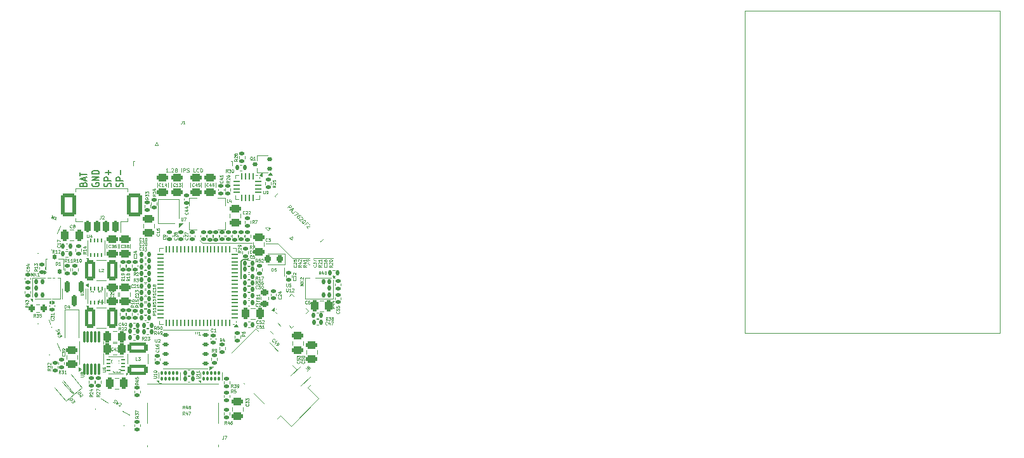
<source format=gbr>
%TF.GenerationSoftware,KiCad,Pcbnew,8.0.1*%
%TF.CreationDate,2024-05-06T13:43:09-07:00*%
%TF.ProjectId,girlvoice,6769726c-766f-4696-9365-2e6b69636164,rev?*%
%TF.SameCoordinates,Original*%
%TF.FileFunction,Legend,Top*%
%TF.FilePolarity,Positive*%
%FSLAX46Y46*%
G04 Gerber Fmt 4.6, Leading zero omitted, Abs format (unit mm)*
G04 Created by KiCad (PCBNEW 8.0.1) date 2024-05-06 13:43:09*
%MOMM*%
%LPD*%
G01*
G04 APERTURE LIST*
G04 Aperture macros list*
%AMRoundRect*
0 Rectangle with rounded corners*
0 $1 Rounding radius*
0 $2 $3 $4 $5 $6 $7 $8 $9 X,Y pos of 4 corners*
0 Add a 4 corners polygon primitive as box body*
4,1,4,$2,$3,$4,$5,$6,$7,$8,$9,$2,$3,0*
0 Add four circle primitives for the rounded corners*
1,1,$1+$1,$2,$3*
1,1,$1+$1,$4,$5*
1,1,$1+$1,$6,$7*
1,1,$1+$1,$8,$9*
0 Add four rect primitives between the rounded corners*
20,1,$1+$1,$2,$3,$4,$5,0*
20,1,$1+$1,$4,$5,$6,$7,0*
20,1,$1+$1,$6,$7,$8,$9,0*
20,1,$1+$1,$8,$9,$2,$3,0*%
%AMRotRect*
0 Rectangle, with rotation*
0 The origin of the aperture is its center*
0 $1 length*
0 $2 width*
0 $3 Rotation angle, in degrees counterclockwise*
0 Add horizontal line*
21,1,$1,$2,0,0,$3*%
%AMFreePoly0*
4,1,53,0.180687,1.453641,0.352314,1.393587,0.506274,1.296847,0.634847,1.168274,0.731587,1.014314,0.791641,0.842687,0.812000,0.662000,0.791641,0.481313,0.731587,0.309686,0.634847,0.155726,0.506274,0.027153,0.352314,-0.069587,0.180687,-0.129641,0.000000,-0.150000,-0.180687,-0.129641,-0.352314,-0.069587,-0.506274,0.027153,-0.634847,0.155726,-0.731587,0.309686,-0.791641,0.481313,
-0.812000,0.662000,-0.517265,0.662000,-0.496312,0.516270,-0.435151,0.382345,-0.338737,0.271077,-0.214880,0.191479,-0.073614,0.150000,0.073614,0.150000,0.214880,0.191479,0.338737,0.271077,0.435151,0.382345,0.496312,0.516270,0.517265,0.662000,0.496312,0.807730,0.435151,0.941655,0.338737,1.052923,0.214880,1.132521,0.073614,1.174000,-0.073614,1.174000,-0.214880,1.132521,
-0.338737,1.052923,-0.435151,0.941655,-0.496312,0.807730,-0.517265,0.662000,-0.812000,0.662000,-0.791641,0.842687,-0.731587,1.014314,-0.634847,1.168274,-0.506274,1.296847,-0.352314,1.393587,-0.180687,1.453641,0.000000,1.474000,0.180687,1.453641,0.180687,1.453641,$1*%
G04 Aperture macros list end*
%ADD10C,0.100000*%
%ADD11C,0.150000*%
%ADD12C,0.200000*%
%ADD13C,0.125000*%
%ADD14C,0.120000*%
%ADD15RoundRect,0.250001X-0.462499X-1.074999X0.462499X-1.074999X0.462499X1.074999X-0.462499X1.074999X0*%
%ADD16RoundRect,0.135000X-0.185000X0.135000X-0.185000X-0.135000X0.185000X-0.135000X0.185000X0.135000X0*%
%ADD17RoundRect,0.250000X0.250000X0.475000X-0.250000X0.475000X-0.250000X-0.475000X0.250000X-0.475000X0*%
%ADD18RoundRect,0.200000X0.200000X0.600000X-0.200000X0.600000X-0.200000X-0.600000X0.200000X-0.600000X0*%
%ADD19RoundRect,0.250001X0.799999X1.249999X-0.799999X1.249999X-0.799999X-1.249999X0.799999X-1.249999X0*%
%ADD20RoundRect,0.135000X0.135000X0.185000X-0.135000X0.185000X-0.135000X-0.185000X0.135000X-0.185000X0*%
%ADD21RoundRect,0.250000X0.512652X0.159099X0.159099X0.512652X-0.512652X-0.159099X-0.159099X-0.512652X0*%
%ADD22RoundRect,0.250000X0.475000X-0.250000X0.475000X0.250000X-0.475000X0.250000X-0.475000X-0.250000X0*%
%ADD23RoundRect,0.140000X-0.170000X0.140000X-0.170000X-0.140000X0.170000X-0.140000X0.170000X0.140000X0*%
%ADD24RoundRect,0.135000X0.185000X-0.135000X0.185000X0.135000X-0.185000X0.135000X-0.185000X-0.135000X0*%
%ADD25RoundRect,0.140000X0.170000X-0.140000X0.170000X0.140000X-0.170000X0.140000X-0.170000X-0.140000X0*%
%ADD26RoundRect,0.218750X0.218750X0.256250X-0.218750X0.256250X-0.218750X-0.256250X0.218750X-0.256250X0*%
%ADD27C,0.900000*%
%ADD28RoundRect,0.135000X-0.450724X0.171166X-0.235251X-0.420841X0.450724X-0.171166X0.235251X0.420841X0*%
%ADD29RoundRect,0.082500X-0.443391X0.655375X0.081610X-0.787053X0.443391X-0.655375X-0.081610X0.787053X0*%
%ADD30RoundRect,0.200000X-0.200000X-0.275000X0.200000X-0.275000X0.200000X0.275000X-0.200000X0.275000X0*%
%ADD31RoundRect,0.075000X-0.075000X-0.200000X0.075000X-0.200000X0.075000X0.200000X-0.075000X0.200000X0*%
%ADD32R,1.200000X1.200000*%
%ADD33RoundRect,0.135000X-0.135000X-0.185000X0.135000X-0.185000X0.135000X0.185000X-0.135000X0.185000X0*%
%ADD34C,0.500000*%
%ADD35RoundRect,0.130500X-0.130500X0.169500X-0.130500X-0.169500X0.130500X-0.169500X0.130500X0.169500X0*%
%ADD36FreePoly0,0.000000*%
%ADD37RoundRect,0.140000X0.140000X0.170000X-0.140000X0.170000X-0.140000X-0.170000X0.140000X-0.170000X0*%
%ADD38RoundRect,0.218750X0.336909X-0.002858X0.055689X0.332287X-0.336909X0.002858X-0.055689X-0.332287X0*%
%ADD39RoundRect,0.112500X-0.112500X-0.237500X0.112500X-0.237500X0.112500X0.237500X-0.112500X0.237500X0*%
%ADD40RoundRect,0.140000X-0.140000X-0.170000X0.140000X-0.170000X0.140000X0.170000X-0.140000X0.170000X0*%
%ADD41RoundRect,0.250000X-0.475000X0.250000X-0.475000X-0.250000X0.475000X-0.250000X0.475000X0.250000X0*%
%ADD42RoundRect,0.062500X0.062500X-0.187500X0.062500X0.187500X-0.062500X0.187500X-0.062500X-0.187500X0*%
%ADD43R,1.600000X0.900000*%
%ADD44C,0.320000*%
%ADD45O,0.210000X0.320000*%
%ADD46O,0.320000X0.210000*%
%ADD47RoundRect,0.125000X0.262500X0.125000X-0.262500X0.125000X-0.262500X-0.125000X0.262500X-0.125000X0*%
%ADD48R,3.400000X4.000000*%
%ADD49RoundRect,0.075000X0.075000X-0.650000X0.075000X0.650000X-0.075000X0.650000X-0.075000X-0.650000X0*%
%ADD50R,1.880000X1.570000*%
%ADD51RoundRect,0.130500X0.130500X-0.169500X0.130500X0.169500X-0.130500X0.169500X-0.130500X-0.169500X0*%
%ADD52FreePoly0,180.000000*%
%ADD53RoundRect,0.250000X-0.250000X-0.475000X0.250000X-0.475000X0.250000X0.475000X-0.250000X0.475000X0*%
%ADD54RoundRect,0.135000X-0.235251X0.420841X-0.450724X-0.171166X0.235251X-0.420841X0.450724X0.171166X0*%
%ADD55RoundRect,0.082500X0.081610X0.787053X-0.443391X-0.655375X-0.081610X-0.787053X0.443391X0.655375X0*%
%ADD56RotRect,0.300000X1.100000X135.000000*%
%ADD57RotRect,2.300000X3.100000X135.000000*%
%ADD58RoundRect,0.135000X-0.455298X-0.158599X0.090298X-0.473599X0.455298X0.158599X-0.090298X0.473599X0*%
%ADD59RoundRect,0.082500X-0.760924X0.217040X0.568424X-0.550460X0.760924X-0.217040X-0.568424X0.550460X0*%
%ADD60R,0.300000X1.100000*%
%ADD61R,2.300000X3.100000*%
%ADD62R,0.650000X0.850000*%
%ADD63C,1.600000*%
%ADD64RotRect,1.600000X1.600000X225.000000*%
%ADD65RoundRect,0.112500X0.237500X-0.112500X0.237500X0.112500X-0.237500X0.112500X-0.237500X-0.112500X0*%
%ADD66R,1.500000X3.600000*%
%ADD67R,0.300000X0.700000*%
%ADD68R,1.000000X0.700000*%
%ADD69O,1.100000X2.100000*%
%ADD70O,1.100000X2.600000*%
%ADD71RoundRect,0.062500X0.375000X0.062500X-0.375000X0.062500X-0.375000X-0.062500X0.375000X-0.062500X0*%
%ADD72RoundRect,0.062500X0.062500X0.375000X-0.062500X0.375000X-0.062500X-0.375000X0.062500X-0.375000X0*%
%ADD73R,6.000000X6.000000*%
%ADD74RoundRect,0.218750X-0.256250X0.218750X-0.256250X-0.218750X0.256250X-0.218750X0.256250X0.218750X0*%
%ADD75RoundRect,0.062500X0.187500X0.062500X-0.187500X0.062500X-0.187500X-0.062500X0.187500X-0.062500X0*%
%ADD76R,0.900000X1.600000*%
%ADD77RoundRect,0.050000X-0.229810X-0.300520X0.300520X0.229810X0.229810X0.300520X-0.300520X-0.229810X0*%
%ADD78RoundRect,0.050000X0.229810X-0.300520X0.300520X-0.229810X-0.229810X0.300520X-0.300520X0.229810X0*%
%ADD79RotRect,1.650000X1.650000X45.000000*%
%ADD80RoundRect,0.150000X-0.150000X0.587500X-0.150000X-0.587500X0.150000X-0.587500X0.150000X0.587500X0*%
%ADD81RoundRect,0.250001X1.074999X-0.462499X1.074999X0.462499X-1.074999X0.462499X-1.074999X-0.462499X0*%
%ADD82RoundRect,0.062500X-0.062500X0.350000X-0.062500X-0.350000X0.062500X-0.350000X0.062500X0.350000X0*%
%ADD83RoundRect,0.062500X-0.350000X0.062500X-0.350000X-0.062500X0.350000X-0.062500X0.350000X0.062500X0*%
%ADD84R,1.230000X1.230000*%
G04 APERTURE END LIST*
D10*
X109175000Y-93990000D02*
X102610000Y-93990000D01*
X175000000Y-63000000D02*
X209000000Y-63000000D01*
X102596937Y-93976937D02*
X102269390Y-93649390D01*
D11*
X108570000Y-96180000D02*
X108045000Y-96180000D01*
D10*
X112725000Y-94050000D02*
X111100000Y-94050000D01*
D11*
X107800000Y-96420000D02*
X107800000Y-98707500D01*
X108026245Y-96183755D02*
X107793755Y-96416245D01*
X108700000Y-96050000D02*
X108700000Y-96050000D01*
D10*
X120050000Y-95945000D02*
X114625000Y-95945000D01*
X175000000Y-106000000D02*
X175000000Y-63000000D01*
X114625000Y-95945000D02*
X112719682Y-94039682D01*
X209000000Y-106000000D02*
X209000000Y-63000000D01*
D11*
X108808575Y-95941425D02*
X108591425Y-96158575D01*
D10*
X175000000Y-106000000D02*
X209000000Y-106000000D01*
D12*
X86713577Y-86111279D02*
X86761196Y-85996993D01*
X86761196Y-85996993D02*
X86808815Y-85958898D01*
X86808815Y-85958898D02*
X86904053Y-85920802D01*
X86904053Y-85920802D02*
X87046910Y-85920802D01*
X87046910Y-85920802D02*
X87142148Y-85958898D01*
X87142148Y-85958898D02*
X87189768Y-85996993D01*
X87189768Y-85996993D02*
X87237387Y-86073183D01*
X87237387Y-86073183D02*
X87237387Y-86377945D01*
X87237387Y-86377945D02*
X86237387Y-86377945D01*
X86237387Y-86377945D02*
X86237387Y-86111279D01*
X86237387Y-86111279D02*
X86285006Y-86035088D01*
X86285006Y-86035088D02*
X86332625Y-85996993D01*
X86332625Y-85996993D02*
X86427863Y-85958898D01*
X86427863Y-85958898D02*
X86523101Y-85958898D01*
X86523101Y-85958898D02*
X86618339Y-85996993D01*
X86618339Y-85996993D02*
X86665958Y-86035088D01*
X86665958Y-86035088D02*
X86713577Y-86111279D01*
X86713577Y-86111279D02*
X86713577Y-86377945D01*
X86951672Y-85616041D02*
X86951672Y-85235088D01*
X87237387Y-85692231D02*
X86237387Y-85425564D01*
X86237387Y-85425564D02*
X87237387Y-85158898D01*
X86237387Y-85006517D02*
X86237387Y-84549374D01*
X87237387Y-84777946D02*
X86237387Y-84777946D01*
X87894950Y-85958898D02*
X87847331Y-86035088D01*
X87847331Y-86035088D02*
X87847331Y-86149374D01*
X87847331Y-86149374D02*
X87894950Y-86263660D01*
X87894950Y-86263660D02*
X87990188Y-86339850D01*
X87990188Y-86339850D02*
X88085426Y-86377945D01*
X88085426Y-86377945D02*
X88275902Y-86416041D01*
X88275902Y-86416041D02*
X88418759Y-86416041D01*
X88418759Y-86416041D02*
X88609235Y-86377945D01*
X88609235Y-86377945D02*
X88704473Y-86339850D01*
X88704473Y-86339850D02*
X88799712Y-86263660D01*
X88799712Y-86263660D02*
X88847331Y-86149374D01*
X88847331Y-86149374D02*
X88847331Y-86073183D01*
X88847331Y-86073183D02*
X88799712Y-85958898D01*
X88799712Y-85958898D02*
X88752092Y-85920802D01*
X88752092Y-85920802D02*
X88418759Y-85920802D01*
X88418759Y-85920802D02*
X88418759Y-86073183D01*
X88847331Y-85577945D02*
X87847331Y-85577945D01*
X87847331Y-85577945D02*
X88847331Y-85120802D01*
X88847331Y-85120802D02*
X87847331Y-85120802D01*
X88847331Y-84739850D02*
X87847331Y-84739850D01*
X87847331Y-84739850D02*
X87847331Y-84549374D01*
X87847331Y-84549374D02*
X87894950Y-84435088D01*
X87894950Y-84435088D02*
X87990188Y-84358898D01*
X87990188Y-84358898D02*
X88085426Y-84320803D01*
X88085426Y-84320803D02*
X88275902Y-84282707D01*
X88275902Y-84282707D02*
X88418759Y-84282707D01*
X88418759Y-84282707D02*
X88609235Y-84320803D01*
X88609235Y-84320803D02*
X88704473Y-84358898D01*
X88704473Y-84358898D02*
X88799712Y-84435088D01*
X88799712Y-84435088D02*
X88847331Y-84549374D01*
X88847331Y-84549374D02*
X88847331Y-84739850D01*
X90409656Y-86416041D02*
X90457275Y-86301755D01*
X90457275Y-86301755D02*
X90457275Y-86111279D01*
X90457275Y-86111279D02*
X90409656Y-86035088D01*
X90409656Y-86035088D02*
X90362036Y-85996993D01*
X90362036Y-85996993D02*
X90266798Y-85958898D01*
X90266798Y-85958898D02*
X90171560Y-85958898D01*
X90171560Y-85958898D02*
X90076322Y-85996993D01*
X90076322Y-85996993D02*
X90028703Y-86035088D01*
X90028703Y-86035088D02*
X89981084Y-86111279D01*
X89981084Y-86111279D02*
X89933465Y-86263660D01*
X89933465Y-86263660D02*
X89885846Y-86339850D01*
X89885846Y-86339850D02*
X89838227Y-86377945D01*
X89838227Y-86377945D02*
X89742989Y-86416041D01*
X89742989Y-86416041D02*
X89647751Y-86416041D01*
X89647751Y-86416041D02*
X89552513Y-86377945D01*
X89552513Y-86377945D02*
X89504894Y-86339850D01*
X89504894Y-86339850D02*
X89457275Y-86263660D01*
X89457275Y-86263660D02*
X89457275Y-86073183D01*
X89457275Y-86073183D02*
X89504894Y-85958898D01*
X90457275Y-85616040D02*
X89457275Y-85616040D01*
X89457275Y-85616040D02*
X89457275Y-85311278D01*
X89457275Y-85311278D02*
X89504894Y-85235088D01*
X89504894Y-85235088D02*
X89552513Y-85196993D01*
X89552513Y-85196993D02*
X89647751Y-85158897D01*
X89647751Y-85158897D02*
X89790608Y-85158897D01*
X89790608Y-85158897D02*
X89885846Y-85196993D01*
X89885846Y-85196993D02*
X89933465Y-85235088D01*
X89933465Y-85235088D02*
X89981084Y-85311278D01*
X89981084Y-85311278D02*
X89981084Y-85616040D01*
X90076322Y-84816040D02*
X90076322Y-84206517D01*
X90457275Y-84511278D02*
X89695370Y-84511278D01*
X92019600Y-86416041D02*
X92067219Y-86301755D01*
X92067219Y-86301755D02*
X92067219Y-86111279D01*
X92067219Y-86111279D02*
X92019600Y-86035088D01*
X92019600Y-86035088D02*
X91971980Y-85996993D01*
X91971980Y-85996993D02*
X91876742Y-85958898D01*
X91876742Y-85958898D02*
X91781504Y-85958898D01*
X91781504Y-85958898D02*
X91686266Y-85996993D01*
X91686266Y-85996993D02*
X91638647Y-86035088D01*
X91638647Y-86035088D02*
X91591028Y-86111279D01*
X91591028Y-86111279D02*
X91543409Y-86263660D01*
X91543409Y-86263660D02*
X91495790Y-86339850D01*
X91495790Y-86339850D02*
X91448171Y-86377945D01*
X91448171Y-86377945D02*
X91352933Y-86416041D01*
X91352933Y-86416041D02*
X91257695Y-86416041D01*
X91257695Y-86416041D02*
X91162457Y-86377945D01*
X91162457Y-86377945D02*
X91114838Y-86339850D01*
X91114838Y-86339850D02*
X91067219Y-86263660D01*
X91067219Y-86263660D02*
X91067219Y-86073183D01*
X91067219Y-86073183D02*
X91114838Y-85958898D01*
X92067219Y-85616040D02*
X91067219Y-85616040D01*
X91067219Y-85616040D02*
X91067219Y-85311278D01*
X91067219Y-85311278D02*
X91114838Y-85235088D01*
X91114838Y-85235088D02*
X91162457Y-85196993D01*
X91162457Y-85196993D02*
X91257695Y-85158897D01*
X91257695Y-85158897D02*
X91400552Y-85158897D01*
X91400552Y-85158897D02*
X91495790Y-85196993D01*
X91495790Y-85196993D02*
X91543409Y-85235088D01*
X91543409Y-85235088D02*
X91591028Y-85311278D01*
X91591028Y-85311278D02*
X91591028Y-85616040D01*
X91686266Y-84816040D02*
X91686266Y-84206517D01*
D13*
X113940193Y-89244464D02*
X114293746Y-88890911D01*
X114293746Y-88890911D02*
X114428433Y-89025598D01*
X114428433Y-89025598D02*
X114445269Y-89076105D01*
X114445269Y-89076105D02*
X114445269Y-89109777D01*
X114445269Y-89109777D02*
X114428433Y-89160285D01*
X114428433Y-89160285D02*
X114377926Y-89210792D01*
X114377926Y-89210792D02*
X114327418Y-89227628D01*
X114327418Y-89227628D02*
X114293746Y-89227628D01*
X114293746Y-89227628D02*
X114243239Y-89210792D01*
X114243239Y-89210792D02*
X114108552Y-89076105D01*
X114377926Y-89480166D02*
X114546284Y-89648525D01*
X114243239Y-89547510D02*
X114714643Y-89311808D01*
X114714643Y-89311808D02*
X114478941Y-89783212D01*
X115051360Y-89648525D02*
X114798822Y-89901063D01*
X114798822Y-89901063D02*
X114731479Y-89934735D01*
X114731479Y-89934735D02*
X114664135Y-89934735D01*
X114664135Y-89934735D02*
X114596792Y-89901063D01*
X114596792Y-89901063D02*
X114563120Y-89867391D01*
X115186047Y-89783212D02*
X115421749Y-90018914D01*
X115421749Y-90018914D02*
X114916673Y-90220944D01*
X115707959Y-90305123D02*
X115640615Y-90237780D01*
X115640615Y-90237780D02*
X115590108Y-90220944D01*
X115590108Y-90220944D02*
X115556436Y-90220944D01*
X115556436Y-90220944D02*
X115472257Y-90237780D01*
X115472257Y-90237780D02*
X115388077Y-90288288D01*
X115388077Y-90288288D02*
X115253390Y-90422975D01*
X115253390Y-90422975D02*
X115236554Y-90473482D01*
X115236554Y-90473482D02*
X115236554Y-90507154D01*
X115236554Y-90507154D02*
X115253390Y-90557662D01*
X115253390Y-90557662D02*
X115320734Y-90625005D01*
X115320734Y-90625005D02*
X115371241Y-90641841D01*
X115371241Y-90641841D02*
X115404913Y-90641841D01*
X115404913Y-90641841D02*
X115455421Y-90625005D01*
X115455421Y-90625005D02*
X115539600Y-90540826D01*
X115539600Y-90540826D02*
X115556436Y-90490318D01*
X115556436Y-90490318D02*
X115556436Y-90456646D01*
X115556436Y-90456646D02*
X115539600Y-90406139D01*
X115539600Y-90406139D02*
X115472257Y-90338795D01*
X115472257Y-90338795D02*
X115421749Y-90321959D01*
X115421749Y-90321959D02*
X115388077Y-90321959D01*
X115388077Y-90321959D02*
X115337570Y-90338795D01*
X115842646Y-90507154D02*
X115876317Y-90507154D01*
X115876317Y-90507154D02*
X115926825Y-90523989D01*
X115926825Y-90523989D02*
X116011004Y-90608169D01*
X116011004Y-90608169D02*
X116027840Y-90658676D01*
X116027840Y-90658676D02*
X116027840Y-90692348D01*
X116027840Y-90692348D02*
X116011004Y-90742856D01*
X116011004Y-90742856D02*
X115977333Y-90776528D01*
X115977333Y-90776528D02*
X115909989Y-90810199D01*
X115909989Y-90810199D02*
X115505928Y-90810199D01*
X115505928Y-90810199D02*
X115724794Y-91029066D01*
X116297214Y-90894378D02*
X116330886Y-90928050D01*
X116330886Y-90928050D02*
X116347722Y-90978558D01*
X116347722Y-90978558D02*
X116347722Y-91012229D01*
X116347722Y-91012229D02*
X116330886Y-91062737D01*
X116330886Y-91062737D02*
X116280378Y-91146916D01*
X116280378Y-91146916D02*
X116196199Y-91231096D01*
X116196199Y-91231096D02*
X116112019Y-91281603D01*
X116112019Y-91281603D02*
X116061512Y-91298439D01*
X116061512Y-91298439D02*
X116027840Y-91298439D01*
X116027840Y-91298439D02*
X115977332Y-91281603D01*
X115977332Y-91281603D02*
X115943661Y-91247932D01*
X115943661Y-91247932D02*
X115926825Y-91197424D01*
X115926825Y-91197424D02*
X115926825Y-91163752D01*
X115926825Y-91163752D02*
X115943661Y-91113245D01*
X115943661Y-91113245D02*
X115994168Y-91029065D01*
X115994168Y-91029065D02*
X116078348Y-90944886D01*
X116078348Y-90944886D02*
X116162527Y-90894378D01*
X116162527Y-90894378D02*
X116213035Y-90877542D01*
X116213035Y-90877542D02*
X116246706Y-90877542D01*
X116246706Y-90877542D02*
X116297214Y-90894378D01*
X116516080Y-91449962D02*
X116398229Y-91332111D01*
X116213034Y-91517305D02*
X116566588Y-91163752D01*
X116566588Y-91163752D02*
X116734946Y-91332111D01*
X116819125Y-91483633D02*
X116852797Y-91483633D01*
X116852797Y-91483633D02*
X116903305Y-91500469D01*
X116903305Y-91500469D02*
X116987484Y-91584649D01*
X116987484Y-91584649D02*
X117004320Y-91635156D01*
X117004320Y-91635156D02*
X117004320Y-91668828D01*
X117004320Y-91668828D02*
X116987484Y-91719336D01*
X116987484Y-91719336D02*
X116953812Y-91753007D01*
X116953812Y-91753007D02*
X116886469Y-91786679D01*
X116886469Y-91786679D02*
X116482408Y-91786679D01*
X116482408Y-91786679D02*
X116701274Y-92005546D01*
X98038188Y-84482309D02*
X97752474Y-84482309D01*
X97895331Y-84482309D02*
X97895331Y-83982309D01*
X97895331Y-83982309D02*
X97847712Y-84053738D01*
X97847712Y-84053738D02*
X97800093Y-84101357D01*
X97800093Y-84101357D02*
X97752474Y-84125166D01*
X98252473Y-84434690D02*
X98276283Y-84458500D01*
X98276283Y-84458500D02*
X98252473Y-84482309D01*
X98252473Y-84482309D02*
X98228664Y-84458500D01*
X98228664Y-84458500D02*
X98252473Y-84434690D01*
X98252473Y-84434690D02*
X98252473Y-84482309D01*
X98466759Y-84029928D02*
X98490568Y-84006119D01*
X98490568Y-84006119D02*
X98538187Y-83982309D01*
X98538187Y-83982309D02*
X98657235Y-83982309D01*
X98657235Y-83982309D02*
X98704854Y-84006119D01*
X98704854Y-84006119D02*
X98728663Y-84029928D01*
X98728663Y-84029928D02*
X98752473Y-84077547D01*
X98752473Y-84077547D02*
X98752473Y-84125166D01*
X98752473Y-84125166D02*
X98728663Y-84196595D01*
X98728663Y-84196595D02*
X98442949Y-84482309D01*
X98442949Y-84482309D02*
X98752473Y-84482309D01*
X99038187Y-84196595D02*
X98990568Y-84172785D01*
X98990568Y-84172785D02*
X98966758Y-84148976D01*
X98966758Y-84148976D02*
X98942949Y-84101357D01*
X98942949Y-84101357D02*
X98942949Y-84077547D01*
X98942949Y-84077547D02*
X98966758Y-84029928D01*
X98966758Y-84029928D02*
X98990568Y-84006119D01*
X98990568Y-84006119D02*
X99038187Y-83982309D01*
X99038187Y-83982309D02*
X99133425Y-83982309D01*
X99133425Y-83982309D02*
X99181044Y-84006119D01*
X99181044Y-84006119D02*
X99204853Y-84029928D01*
X99204853Y-84029928D02*
X99228663Y-84077547D01*
X99228663Y-84077547D02*
X99228663Y-84101357D01*
X99228663Y-84101357D02*
X99204853Y-84148976D01*
X99204853Y-84148976D02*
X99181044Y-84172785D01*
X99181044Y-84172785D02*
X99133425Y-84196595D01*
X99133425Y-84196595D02*
X99038187Y-84196595D01*
X99038187Y-84196595D02*
X98990568Y-84220404D01*
X98990568Y-84220404D02*
X98966758Y-84244214D01*
X98966758Y-84244214D02*
X98942949Y-84291833D01*
X98942949Y-84291833D02*
X98942949Y-84387071D01*
X98942949Y-84387071D02*
X98966758Y-84434690D01*
X98966758Y-84434690D02*
X98990568Y-84458500D01*
X98990568Y-84458500D02*
X99038187Y-84482309D01*
X99038187Y-84482309D02*
X99133425Y-84482309D01*
X99133425Y-84482309D02*
X99181044Y-84458500D01*
X99181044Y-84458500D02*
X99204853Y-84434690D01*
X99204853Y-84434690D02*
X99228663Y-84387071D01*
X99228663Y-84387071D02*
X99228663Y-84291833D01*
X99228663Y-84291833D02*
X99204853Y-84244214D01*
X99204853Y-84244214D02*
X99181044Y-84220404D01*
X99181044Y-84220404D02*
X99133425Y-84196595D01*
X99823900Y-84482309D02*
X99823900Y-83982309D01*
X100061995Y-84482309D02*
X100061995Y-83982309D01*
X100061995Y-83982309D02*
X100252471Y-83982309D01*
X100252471Y-83982309D02*
X100300090Y-84006119D01*
X100300090Y-84006119D02*
X100323900Y-84029928D01*
X100323900Y-84029928D02*
X100347709Y-84077547D01*
X100347709Y-84077547D02*
X100347709Y-84148976D01*
X100347709Y-84148976D02*
X100323900Y-84196595D01*
X100323900Y-84196595D02*
X100300090Y-84220404D01*
X100300090Y-84220404D02*
X100252471Y-84244214D01*
X100252471Y-84244214D02*
X100061995Y-84244214D01*
X100538186Y-84458500D02*
X100609614Y-84482309D01*
X100609614Y-84482309D02*
X100728662Y-84482309D01*
X100728662Y-84482309D02*
X100776281Y-84458500D01*
X100776281Y-84458500D02*
X100800090Y-84434690D01*
X100800090Y-84434690D02*
X100823900Y-84387071D01*
X100823900Y-84387071D02*
X100823900Y-84339452D01*
X100823900Y-84339452D02*
X100800090Y-84291833D01*
X100800090Y-84291833D02*
X100776281Y-84268023D01*
X100776281Y-84268023D02*
X100728662Y-84244214D01*
X100728662Y-84244214D02*
X100633424Y-84220404D01*
X100633424Y-84220404D02*
X100585805Y-84196595D01*
X100585805Y-84196595D02*
X100561995Y-84172785D01*
X100561995Y-84172785D02*
X100538186Y-84125166D01*
X100538186Y-84125166D02*
X100538186Y-84077547D01*
X100538186Y-84077547D02*
X100561995Y-84029928D01*
X100561995Y-84029928D02*
X100585805Y-84006119D01*
X100585805Y-84006119D02*
X100633424Y-83982309D01*
X100633424Y-83982309D02*
X100752471Y-83982309D01*
X100752471Y-83982309D02*
X100823900Y-84006119D01*
X101657232Y-84482309D02*
X101419137Y-84482309D01*
X101419137Y-84482309D02*
X101419137Y-83982309D01*
X102109613Y-84434690D02*
X102085804Y-84458500D01*
X102085804Y-84458500D02*
X102014375Y-84482309D01*
X102014375Y-84482309D02*
X101966756Y-84482309D01*
X101966756Y-84482309D02*
X101895328Y-84458500D01*
X101895328Y-84458500D02*
X101847709Y-84410880D01*
X101847709Y-84410880D02*
X101823899Y-84363261D01*
X101823899Y-84363261D02*
X101800090Y-84268023D01*
X101800090Y-84268023D02*
X101800090Y-84196595D01*
X101800090Y-84196595D02*
X101823899Y-84101357D01*
X101823899Y-84101357D02*
X101847709Y-84053738D01*
X101847709Y-84053738D02*
X101895328Y-84006119D01*
X101895328Y-84006119D02*
X101966756Y-83982309D01*
X101966756Y-83982309D02*
X102014375Y-83982309D01*
X102014375Y-83982309D02*
X102085804Y-84006119D01*
X102085804Y-84006119D02*
X102109613Y-84029928D01*
X102323899Y-84482309D02*
X102323899Y-83982309D01*
X102323899Y-83982309D02*
X102442947Y-83982309D01*
X102442947Y-83982309D02*
X102514375Y-84006119D01*
X102514375Y-84006119D02*
X102561994Y-84053738D01*
X102561994Y-84053738D02*
X102585804Y-84101357D01*
X102585804Y-84101357D02*
X102609613Y-84196595D01*
X102609613Y-84196595D02*
X102609613Y-84268023D01*
X102609613Y-84268023D02*
X102585804Y-84363261D01*
X102585804Y-84363261D02*
X102561994Y-84410880D01*
X102561994Y-84410880D02*
X102514375Y-84458500D01*
X102514375Y-84458500D02*
X102442947Y-84482309D01*
X102442947Y-84482309D02*
X102323899Y-84482309D01*
D10*
X89033333Y-97779847D02*
X88842857Y-97779847D01*
X88842857Y-97779847D02*
X88842857Y-97379847D01*
X89147619Y-97417942D02*
X89166667Y-97398895D01*
X89166667Y-97398895D02*
X89204762Y-97379847D01*
X89204762Y-97379847D02*
X89300000Y-97379847D01*
X89300000Y-97379847D02*
X89338095Y-97398895D01*
X89338095Y-97398895D02*
X89357143Y-97417942D01*
X89357143Y-97417942D02*
X89376190Y-97456038D01*
X89376190Y-97456038D02*
X89376190Y-97494133D01*
X89376190Y-97494133D02*
X89357143Y-97551276D01*
X89357143Y-97551276D02*
X89128571Y-97779847D01*
X89128571Y-97779847D02*
X89376190Y-97779847D01*
X109533333Y-91329847D02*
X109400000Y-91139371D01*
X109304762Y-91329847D02*
X109304762Y-90929847D01*
X109304762Y-90929847D02*
X109457143Y-90929847D01*
X109457143Y-90929847D02*
X109495238Y-90948895D01*
X109495238Y-90948895D02*
X109514285Y-90967942D01*
X109514285Y-90967942D02*
X109533333Y-91006038D01*
X109533333Y-91006038D02*
X109533333Y-91063180D01*
X109533333Y-91063180D02*
X109514285Y-91101276D01*
X109514285Y-91101276D02*
X109495238Y-91120323D01*
X109495238Y-91120323D02*
X109457143Y-91139371D01*
X109457143Y-91139371D02*
X109304762Y-91139371D01*
X109666666Y-90929847D02*
X109933333Y-90929847D01*
X109933333Y-90929847D02*
X109761904Y-91329847D01*
X85183333Y-91891752D02*
X85164285Y-91910800D01*
X85164285Y-91910800D02*
X85107143Y-91929847D01*
X85107143Y-91929847D02*
X85069047Y-91929847D01*
X85069047Y-91929847D02*
X85011904Y-91910800D01*
X85011904Y-91910800D02*
X84973809Y-91872704D01*
X84973809Y-91872704D02*
X84954762Y-91834609D01*
X84954762Y-91834609D02*
X84935714Y-91758419D01*
X84935714Y-91758419D02*
X84935714Y-91701276D01*
X84935714Y-91701276D02*
X84954762Y-91625085D01*
X84954762Y-91625085D02*
X84973809Y-91586990D01*
X84973809Y-91586990D02*
X85011904Y-91548895D01*
X85011904Y-91548895D02*
X85069047Y-91529847D01*
X85069047Y-91529847D02*
X85107143Y-91529847D01*
X85107143Y-91529847D02*
X85164285Y-91548895D01*
X85164285Y-91548895D02*
X85183333Y-91567942D01*
X85411904Y-91701276D02*
X85373809Y-91682228D01*
X85373809Y-91682228D02*
X85354762Y-91663180D01*
X85354762Y-91663180D02*
X85335714Y-91625085D01*
X85335714Y-91625085D02*
X85335714Y-91606038D01*
X85335714Y-91606038D02*
X85354762Y-91567942D01*
X85354762Y-91567942D02*
X85373809Y-91548895D01*
X85373809Y-91548895D02*
X85411904Y-91529847D01*
X85411904Y-91529847D02*
X85488095Y-91529847D01*
X85488095Y-91529847D02*
X85526190Y-91548895D01*
X85526190Y-91548895D02*
X85545238Y-91567942D01*
X85545238Y-91567942D02*
X85564285Y-91606038D01*
X85564285Y-91606038D02*
X85564285Y-91625085D01*
X85564285Y-91625085D02*
X85545238Y-91663180D01*
X85545238Y-91663180D02*
X85526190Y-91682228D01*
X85526190Y-91682228D02*
X85488095Y-91701276D01*
X85488095Y-91701276D02*
X85411904Y-91701276D01*
X85411904Y-91701276D02*
X85373809Y-91720323D01*
X85373809Y-91720323D02*
X85354762Y-91739371D01*
X85354762Y-91739371D02*
X85335714Y-91777466D01*
X85335714Y-91777466D02*
X85335714Y-91853657D01*
X85335714Y-91853657D02*
X85354762Y-91891752D01*
X85354762Y-91891752D02*
X85373809Y-91910800D01*
X85373809Y-91910800D02*
X85411904Y-91929847D01*
X85411904Y-91929847D02*
X85488095Y-91929847D01*
X85488095Y-91929847D02*
X85526190Y-91910800D01*
X85526190Y-91910800D02*
X85545238Y-91891752D01*
X85545238Y-91891752D02*
X85564285Y-91853657D01*
X85564285Y-91853657D02*
X85564285Y-91777466D01*
X85564285Y-91777466D02*
X85545238Y-91739371D01*
X85545238Y-91739371D02*
X85526190Y-91720323D01*
X85526190Y-91720323D02*
X85488095Y-91701276D01*
X89066666Y-90329847D02*
X89066666Y-90615561D01*
X89066666Y-90615561D02*
X89047619Y-90672704D01*
X89047619Y-90672704D02*
X89009523Y-90710800D01*
X89009523Y-90710800D02*
X88952381Y-90729847D01*
X88952381Y-90729847D02*
X88914285Y-90729847D01*
X89238095Y-90367942D02*
X89257143Y-90348895D01*
X89257143Y-90348895D02*
X89295238Y-90329847D01*
X89295238Y-90329847D02*
X89390476Y-90329847D01*
X89390476Y-90329847D02*
X89428571Y-90348895D01*
X89428571Y-90348895D02*
X89447619Y-90367942D01*
X89447619Y-90367942D02*
X89466666Y-90406038D01*
X89466666Y-90406038D02*
X89466666Y-90444133D01*
X89466666Y-90444133D02*
X89447619Y-90501276D01*
X89447619Y-90501276D02*
X89219047Y-90729847D01*
X89219047Y-90729847D02*
X89466666Y-90729847D01*
X96442857Y-105479847D02*
X96309524Y-105289371D01*
X96214286Y-105479847D02*
X96214286Y-105079847D01*
X96214286Y-105079847D02*
X96366667Y-105079847D01*
X96366667Y-105079847D02*
X96404762Y-105098895D01*
X96404762Y-105098895D02*
X96423809Y-105117942D01*
X96423809Y-105117942D02*
X96442857Y-105156038D01*
X96442857Y-105156038D02*
X96442857Y-105213180D01*
X96442857Y-105213180D02*
X96423809Y-105251276D01*
X96423809Y-105251276D02*
X96404762Y-105270323D01*
X96404762Y-105270323D02*
X96366667Y-105289371D01*
X96366667Y-105289371D02*
X96214286Y-105289371D01*
X96804762Y-105079847D02*
X96614286Y-105079847D01*
X96614286Y-105079847D02*
X96595238Y-105270323D01*
X96595238Y-105270323D02*
X96614286Y-105251276D01*
X96614286Y-105251276D02*
X96652381Y-105232228D01*
X96652381Y-105232228D02*
X96747619Y-105232228D01*
X96747619Y-105232228D02*
X96785714Y-105251276D01*
X96785714Y-105251276D02*
X96804762Y-105270323D01*
X96804762Y-105270323D02*
X96823809Y-105308419D01*
X96823809Y-105308419D02*
X96823809Y-105403657D01*
X96823809Y-105403657D02*
X96804762Y-105441752D01*
X96804762Y-105441752D02*
X96785714Y-105460800D01*
X96785714Y-105460800D02*
X96747619Y-105479847D01*
X96747619Y-105479847D02*
X96652381Y-105479847D01*
X96652381Y-105479847D02*
X96614286Y-105460800D01*
X96614286Y-105460800D02*
X96595238Y-105441752D01*
X97071428Y-105079847D02*
X97109523Y-105079847D01*
X97109523Y-105079847D02*
X97147619Y-105098895D01*
X97147619Y-105098895D02*
X97166666Y-105117942D01*
X97166666Y-105117942D02*
X97185714Y-105156038D01*
X97185714Y-105156038D02*
X97204761Y-105232228D01*
X97204761Y-105232228D02*
X97204761Y-105327466D01*
X97204761Y-105327466D02*
X97185714Y-105403657D01*
X97185714Y-105403657D02*
X97166666Y-105441752D01*
X97166666Y-105441752D02*
X97147619Y-105460800D01*
X97147619Y-105460800D02*
X97109523Y-105479847D01*
X97109523Y-105479847D02*
X97071428Y-105479847D01*
X97071428Y-105479847D02*
X97033333Y-105460800D01*
X97033333Y-105460800D02*
X97014285Y-105441752D01*
X97014285Y-105441752D02*
X96995238Y-105403657D01*
X96995238Y-105403657D02*
X96976190Y-105327466D01*
X96976190Y-105327466D02*
X96976190Y-105232228D01*
X96976190Y-105232228D02*
X96995238Y-105156038D01*
X96995238Y-105156038D02*
X97014285Y-105117942D01*
X97014285Y-105117942D02*
X97033333Y-105098895D01*
X97033333Y-105098895D02*
X97071428Y-105079847D01*
X112067938Y-107118407D02*
X112041001Y-107118407D01*
X112041001Y-107118407D02*
X111987126Y-107091470D01*
X111987126Y-107091470D02*
X111960189Y-107064533D01*
X111960189Y-107064533D02*
X111933251Y-107010658D01*
X111933251Y-107010658D02*
X111933251Y-106956783D01*
X111933251Y-106956783D02*
X111946720Y-106916377D01*
X111946720Y-106916377D02*
X111987126Y-106849033D01*
X111987126Y-106849033D02*
X112027532Y-106808627D01*
X112027532Y-106808627D02*
X112094876Y-106768221D01*
X112094876Y-106768221D02*
X112135282Y-106754752D01*
X112135282Y-106754752D02*
X112189157Y-106754752D01*
X112189157Y-106754752D02*
X112243031Y-106781690D01*
X112243031Y-106781690D02*
X112269969Y-106808627D01*
X112269969Y-106808627D02*
X112296906Y-106862502D01*
X112296906Y-106862502D02*
X112296906Y-106889439D01*
X112471999Y-107199220D02*
X112283437Y-107387781D01*
X112512405Y-107024126D02*
X112243031Y-107158813D01*
X112243031Y-107158813D02*
X112418124Y-107333907D01*
X112445062Y-107549406D02*
X112498936Y-107603280D01*
X112498936Y-107603280D02*
X112539342Y-107616749D01*
X112539342Y-107616749D02*
X112566280Y-107616749D01*
X112566280Y-107616749D02*
X112633623Y-107603280D01*
X112633623Y-107603280D02*
X112700967Y-107562874D01*
X112700967Y-107562874D02*
X112808717Y-107455125D01*
X112808717Y-107455125D02*
X112822185Y-107414719D01*
X112822185Y-107414719D02*
X112822185Y-107387781D01*
X112822185Y-107387781D02*
X112808717Y-107347375D01*
X112808717Y-107347375D02*
X112754842Y-107293500D01*
X112754842Y-107293500D02*
X112714436Y-107280032D01*
X112714436Y-107280032D02*
X112687498Y-107280032D01*
X112687498Y-107280032D02*
X112647092Y-107293500D01*
X112647092Y-107293500D02*
X112579749Y-107360844D01*
X112579749Y-107360844D02*
X112566280Y-107401250D01*
X112566280Y-107401250D02*
X112566280Y-107428187D01*
X112566280Y-107428187D02*
X112579749Y-107468593D01*
X112579749Y-107468593D02*
X112633623Y-107522468D01*
X112633623Y-107522468D02*
X112674029Y-107535937D01*
X112674029Y-107535937D02*
X112700967Y-107535937D01*
X112700967Y-107535937D02*
X112741373Y-107522468D01*
X116191752Y-109757142D02*
X116210800Y-109776190D01*
X116210800Y-109776190D02*
X116229847Y-109833332D01*
X116229847Y-109833332D02*
X116229847Y-109871428D01*
X116229847Y-109871428D02*
X116210800Y-109928571D01*
X116210800Y-109928571D02*
X116172704Y-109966666D01*
X116172704Y-109966666D02*
X116134609Y-109985713D01*
X116134609Y-109985713D02*
X116058419Y-110004761D01*
X116058419Y-110004761D02*
X116001276Y-110004761D01*
X116001276Y-110004761D02*
X115925085Y-109985713D01*
X115925085Y-109985713D02*
X115886990Y-109966666D01*
X115886990Y-109966666D02*
X115848895Y-109928571D01*
X115848895Y-109928571D02*
X115829847Y-109871428D01*
X115829847Y-109871428D02*
X115829847Y-109833332D01*
X115829847Y-109833332D02*
X115848895Y-109776190D01*
X115848895Y-109776190D02*
X115867942Y-109757142D01*
X115829847Y-109395237D02*
X115829847Y-109585713D01*
X115829847Y-109585713D02*
X116020323Y-109604761D01*
X116020323Y-109604761D02*
X116001276Y-109585713D01*
X116001276Y-109585713D02*
X115982228Y-109547618D01*
X115982228Y-109547618D02*
X115982228Y-109452380D01*
X115982228Y-109452380D02*
X116001276Y-109414285D01*
X116001276Y-109414285D02*
X116020323Y-109395237D01*
X116020323Y-109395237D02*
X116058419Y-109376190D01*
X116058419Y-109376190D02*
X116153657Y-109376190D01*
X116153657Y-109376190D02*
X116191752Y-109395237D01*
X116191752Y-109395237D02*
X116210800Y-109414285D01*
X116210800Y-109414285D02*
X116229847Y-109452380D01*
X116229847Y-109452380D02*
X116229847Y-109547618D01*
X116229847Y-109547618D02*
X116210800Y-109585713D01*
X116210800Y-109585713D02*
X116191752Y-109604761D01*
X115829847Y-109128571D02*
X115829847Y-109090476D01*
X115829847Y-109090476D02*
X115848895Y-109052380D01*
X115848895Y-109052380D02*
X115867942Y-109033333D01*
X115867942Y-109033333D02*
X115906038Y-109014285D01*
X115906038Y-109014285D02*
X115982228Y-108995238D01*
X115982228Y-108995238D02*
X116077466Y-108995238D01*
X116077466Y-108995238D02*
X116153657Y-109014285D01*
X116153657Y-109014285D02*
X116191752Y-109033333D01*
X116191752Y-109033333D02*
X116210800Y-109052380D01*
X116210800Y-109052380D02*
X116229847Y-109090476D01*
X116229847Y-109090476D02*
X116229847Y-109128571D01*
X116229847Y-109128571D02*
X116210800Y-109166666D01*
X116210800Y-109166666D02*
X116191752Y-109185714D01*
X116191752Y-109185714D02*
X116153657Y-109204761D01*
X116153657Y-109204761D02*
X116077466Y-109223809D01*
X116077466Y-109223809D02*
X115982228Y-109223809D01*
X115982228Y-109223809D02*
X115906038Y-109204761D01*
X115906038Y-109204761D02*
X115867942Y-109185714D01*
X115867942Y-109185714D02*
X115848895Y-109166666D01*
X115848895Y-109166666D02*
X115829847Y-109128571D01*
X94041752Y-101007142D02*
X94060800Y-101026190D01*
X94060800Y-101026190D02*
X94079847Y-101083332D01*
X94079847Y-101083332D02*
X94079847Y-101121428D01*
X94079847Y-101121428D02*
X94060800Y-101178571D01*
X94060800Y-101178571D02*
X94022704Y-101216666D01*
X94022704Y-101216666D02*
X93984609Y-101235713D01*
X93984609Y-101235713D02*
X93908419Y-101254761D01*
X93908419Y-101254761D02*
X93851276Y-101254761D01*
X93851276Y-101254761D02*
X93775085Y-101235713D01*
X93775085Y-101235713D02*
X93736990Y-101216666D01*
X93736990Y-101216666D02*
X93698895Y-101178571D01*
X93698895Y-101178571D02*
X93679847Y-101121428D01*
X93679847Y-101121428D02*
X93679847Y-101083332D01*
X93679847Y-101083332D02*
X93698895Y-101026190D01*
X93698895Y-101026190D02*
X93717942Y-101007142D01*
X93717942Y-100854761D02*
X93698895Y-100835713D01*
X93698895Y-100835713D02*
X93679847Y-100797618D01*
X93679847Y-100797618D02*
X93679847Y-100702380D01*
X93679847Y-100702380D02*
X93698895Y-100664285D01*
X93698895Y-100664285D02*
X93717942Y-100645237D01*
X93717942Y-100645237D02*
X93756038Y-100626190D01*
X93756038Y-100626190D02*
X93794133Y-100626190D01*
X93794133Y-100626190D02*
X93851276Y-100645237D01*
X93851276Y-100645237D02*
X94079847Y-100873809D01*
X94079847Y-100873809D02*
X94079847Y-100626190D01*
X93679847Y-100492857D02*
X93679847Y-100245238D01*
X93679847Y-100245238D02*
X93832228Y-100378571D01*
X93832228Y-100378571D02*
X93832228Y-100321428D01*
X93832228Y-100321428D02*
X93851276Y-100283333D01*
X93851276Y-100283333D02*
X93870323Y-100264285D01*
X93870323Y-100264285D02*
X93908419Y-100245238D01*
X93908419Y-100245238D02*
X94003657Y-100245238D01*
X94003657Y-100245238D02*
X94041752Y-100264285D01*
X94041752Y-100264285D02*
X94060800Y-100283333D01*
X94060800Y-100283333D02*
X94079847Y-100321428D01*
X94079847Y-100321428D02*
X94079847Y-100435714D01*
X94079847Y-100435714D02*
X94060800Y-100473809D01*
X94060800Y-100473809D02*
X94041752Y-100492857D01*
X84241752Y-108797142D02*
X84260800Y-108816190D01*
X84260800Y-108816190D02*
X84279847Y-108873332D01*
X84279847Y-108873332D02*
X84279847Y-108911428D01*
X84279847Y-108911428D02*
X84260800Y-108968571D01*
X84260800Y-108968571D02*
X84222704Y-109006666D01*
X84222704Y-109006666D02*
X84184609Y-109025713D01*
X84184609Y-109025713D02*
X84108419Y-109044761D01*
X84108419Y-109044761D02*
X84051276Y-109044761D01*
X84051276Y-109044761D02*
X83975085Y-109025713D01*
X83975085Y-109025713D02*
X83936990Y-109006666D01*
X83936990Y-109006666D02*
X83898895Y-108968571D01*
X83898895Y-108968571D02*
X83879847Y-108911428D01*
X83879847Y-108911428D02*
X83879847Y-108873332D01*
X83879847Y-108873332D02*
X83898895Y-108816190D01*
X83898895Y-108816190D02*
X83917942Y-108797142D01*
X83879847Y-108663809D02*
X83879847Y-108416190D01*
X83879847Y-108416190D02*
X84032228Y-108549523D01*
X84032228Y-108549523D02*
X84032228Y-108492380D01*
X84032228Y-108492380D02*
X84051276Y-108454285D01*
X84051276Y-108454285D02*
X84070323Y-108435237D01*
X84070323Y-108435237D02*
X84108419Y-108416190D01*
X84108419Y-108416190D02*
X84203657Y-108416190D01*
X84203657Y-108416190D02*
X84241752Y-108435237D01*
X84241752Y-108435237D02*
X84260800Y-108454285D01*
X84260800Y-108454285D02*
X84279847Y-108492380D01*
X84279847Y-108492380D02*
X84279847Y-108606666D01*
X84279847Y-108606666D02*
X84260800Y-108644761D01*
X84260800Y-108644761D02*
X84241752Y-108663809D01*
X84279847Y-108225714D02*
X84279847Y-108149523D01*
X84279847Y-108149523D02*
X84260800Y-108111428D01*
X84260800Y-108111428D02*
X84241752Y-108092380D01*
X84241752Y-108092380D02*
X84184609Y-108054285D01*
X84184609Y-108054285D02*
X84108419Y-108035238D01*
X84108419Y-108035238D02*
X83956038Y-108035238D01*
X83956038Y-108035238D02*
X83917942Y-108054285D01*
X83917942Y-108054285D02*
X83898895Y-108073333D01*
X83898895Y-108073333D02*
X83879847Y-108111428D01*
X83879847Y-108111428D02*
X83879847Y-108187619D01*
X83879847Y-108187619D02*
X83898895Y-108225714D01*
X83898895Y-108225714D02*
X83917942Y-108244761D01*
X83917942Y-108244761D02*
X83956038Y-108263809D01*
X83956038Y-108263809D02*
X84051276Y-108263809D01*
X84051276Y-108263809D02*
X84089371Y-108244761D01*
X84089371Y-108244761D02*
X84108419Y-108225714D01*
X84108419Y-108225714D02*
X84127466Y-108187619D01*
X84127466Y-108187619D02*
X84127466Y-108111428D01*
X84127466Y-108111428D02*
X84108419Y-108073333D01*
X84108419Y-108073333D02*
X84089371Y-108054285D01*
X84089371Y-108054285D02*
X84051276Y-108035238D01*
X106229847Y-85657142D02*
X106039371Y-85790475D01*
X106229847Y-85885713D02*
X105829847Y-85885713D01*
X105829847Y-85885713D02*
X105829847Y-85733332D01*
X105829847Y-85733332D02*
X105848895Y-85695237D01*
X105848895Y-85695237D02*
X105867942Y-85676190D01*
X105867942Y-85676190D02*
X105906038Y-85657142D01*
X105906038Y-85657142D02*
X105963180Y-85657142D01*
X105963180Y-85657142D02*
X106001276Y-85676190D01*
X106001276Y-85676190D02*
X106020323Y-85695237D01*
X106020323Y-85695237D02*
X106039371Y-85733332D01*
X106039371Y-85733332D02*
X106039371Y-85885713D01*
X105867942Y-85504761D02*
X105848895Y-85485713D01*
X105848895Y-85485713D02*
X105829847Y-85447618D01*
X105829847Y-85447618D02*
X105829847Y-85352380D01*
X105829847Y-85352380D02*
X105848895Y-85314285D01*
X105848895Y-85314285D02*
X105867942Y-85295237D01*
X105867942Y-85295237D02*
X105906038Y-85276190D01*
X105906038Y-85276190D02*
X105944133Y-85276190D01*
X105944133Y-85276190D02*
X106001276Y-85295237D01*
X106001276Y-85295237D02*
X106229847Y-85523809D01*
X106229847Y-85523809D02*
X106229847Y-85276190D01*
X105829847Y-84933333D02*
X105829847Y-85009523D01*
X105829847Y-85009523D02*
X105848895Y-85047619D01*
X105848895Y-85047619D02*
X105867942Y-85066666D01*
X105867942Y-85066666D02*
X105925085Y-85104761D01*
X105925085Y-85104761D02*
X106001276Y-85123809D01*
X106001276Y-85123809D02*
X106153657Y-85123809D01*
X106153657Y-85123809D02*
X106191752Y-85104761D01*
X106191752Y-85104761D02*
X106210800Y-85085714D01*
X106210800Y-85085714D02*
X106229847Y-85047619D01*
X106229847Y-85047619D02*
X106229847Y-84971428D01*
X106229847Y-84971428D02*
X106210800Y-84933333D01*
X106210800Y-84933333D02*
X106191752Y-84914285D01*
X106191752Y-84914285D02*
X106153657Y-84895238D01*
X106153657Y-84895238D02*
X106058419Y-84895238D01*
X106058419Y-84895238D02*
X106020323Y-84914285D01*
X106020323Y-84914285D02*
X106001276Y-84933333D01*
X106001276Y-84933333D02*
X105982228Y-84971428D01*
X105982228Y-84971428D02*
X105982228Y-85047619D01*
X105982228Y-85047619D02*
X106001276Y-85085714D01*
X106001276Y-85085714D02*
X106020323Y-85104761D01*
X106020323Y-85104761D02*
X106058419Y-85123809D01*
X99191752Y-93257142D02*
X99210800Y-93276190D01*
X99210800Y-93276190D02*
X99229847Y-93333332D01*
X99229847Y-93333332D02*
X99229847Y-93371428D01*
X99229847Y-93371428D02*
X99210800Y-93428571D01*
X99210800Y-93428571D02*
X99172704Y-93466666D01*
X99172704Y-93466666D02*
X99134609Y-93485713D01*
X99134609Y-93485713D02*
X99058419Y-93504761D01*
X99058419Y-93504761D02*
X99001276Y-93504761D01*
X99001276Y-93504761D02*
X98925085Y-93485713D01*
X98925085Y-93485713D02*
X98886990Y-93466666D01*
X98886990Y-93466666D02*
X98848895Y-93428571D01*
X98848895Y-93428571D02*
X98829847Y-93371428D01*
X98829847Y-93371428D02*
X98829847Y-93333332D01*
X98829847Y-93333332D02*
X98848895Y-93276190D01*
X98848895Y-93276190D02*
X98867942Y-93257142D01*
X98867942Y-93104761D02*
X98848895Y-93085713D01*
X98848895Y-93085713D02*
X98829847Y-93047618D01*
X98829847Y-93047618D02*
X98829847Y-92952380D01*
X98829847Y-92952380D02*
X98848895Y-92914285D01*
X98848895Y-92914285D02*
X98867942Y-92895237D01*
X98867942Y-92895237D02*
X98906038Y-92876190D01*
X98906038Y-92876190D02*
X98944133Y-92876190D01*
X98944133Y-92876190D02*
X99001276Y-92895237D01*
X99001276Y-92895237D02*
X99229847Y-93123809D01*
X99229847Y-93123809D02*
X99229847Y-92876190D01*
X99001276Y-92647619D02*
X98982228Y-92685714D01*
X98982228Y-92685714D02*
X98963180Y-92704761D01*
X98963180Y-92704761D02*
X98925085Y-92723809D01*
X98925085Y-92723809D02*
X98906038Y-92723809D01*
X98906038Y-92723809D02*
X98867942Y-92704761D01*
X98867942Y-92704761D02*
X98848895Y-92685714D01*
X98848895Y-92685714D02*
X98829847Y-92647619D01*
X98829847Y-92647619D02*
X98829847Y-92571428D01*
X98829847Y-92571428D02*
X98848895Y-92533333D01*
X98848895Y-92533333D02*
X98867942Y-92514285D01*
X98867942Y-92514285D02*
X98906038Y-92495238D01*
X98906038Y-92495238D02*
X98925085Y-92495238D01*
X98925085Y-92495238D02*
X98963180Y-92514285D01*
X98963180Y-92514285D02*
X98982228Y-92533333D01*
X98982228Y-92533333D02*
X99001276Y-92571428D01*
X99001276Y-92571428D02*
X99001276Y-92647619D01*
X99001276Y-92647619D02*
X99020323Y-92685714D01*
X99020323Y-92685714D02*
X99039371Y-92704761D01*
X99039371Y-92704761D02*
X99077466Y-92723809D01*
X99077466Y-92723809D02*
X99153657Y-92723809D01*
X99153657Y-92723809D02*
X99191752Y-92704761D01*
X99191752Y-92704761D02*
X99210800Y-92685714D01*
X99210800Y-92685714D02*
X99229847Y-92647619D01*
X99229847Y-92647619D02*
X99229847Y-92571428D01*
X99229847Y-92571428D02*
X99210800Y-92533333D01*
X99210800Y-92533333D02*
X99191752Y-92514285D01*
X99191752Y-92514285D02*
X99153657Y-92495238D01*
X99153657Y-92495238D02*
X99077466Y-92495238D01*
X99077466Y-92495238D02*
X99039371Y-92514285D01*
X99039371Y-92514285D02*
X99020323Y-92533333D01*
X99020323Y-92533333D02*
X99001276Y-92571428D01*
X90642857Y-109921752D02*
X90623809Y-109940800D01*
X90623809Y-109940800D02*
X90566667Y-109959847D01*
X90566667Y-109959847D02*
X90528571Y-109959847D01*
X90528571Y-109959847D02*
X90471428Y-109940800D01*
X90471428Y-109940800D02*
X90433333Y-109902704D01*
X90433333Y-109902704D02*
X90414286Y-109864609D01*
X90414286Y-109864609D02*
X90395238Y-109788419D01*
X90395238Y-109788419D02*
X90395238Y-109731276D01*
X90395238Y-109731276D02*
X90414286Y-109655085D01*
X90414286Y-109655085D02*
X90433333Y-109616990D01*
X90433333Y-109616990D02*
X90471428Y-109578895D01*
X90471428Y-109578895D02*
X90528571Y-109559847D01*
X90528571Y-109559847D02*
X90566667Y-109559847D01*
X90566667Y-109559847D02*
X90623809Y-109578895D01*
X90623809Y-109578895D02*
X90642857Y-109597942D01*
X90985714Y-109693180D02*
X90985714Y-109959847D01*
X90890476Y-109540800D02*
X90795238Y-109826514D01*
X90795238Y-109826514D02*
X91042857Y-109826514D01*
X91176190Y-109597942D02*
X91195238Y-109578895D01*
X91195238Y-109578895D02*
X91233333Y-109559847D01*
X91233333Y-109559847D02*
X91328571Y-109559847D01*
X91328571Y-109559847D02*
X91366666Y-109578895D01*
X91366666Y-109578895D02*
X91385714Y-109597942D01*
X91385714Y-109597942D02*
X91404761Y-109636038D01*
X91404761Y-109636038D02*
X91404761Y-109674133D01*
X91404761Y-109674133D02*
X91385714Y-109731276D01*
X91385714Y-109731276D02*
X91157142Y-109959847D01*
X91157142Y-109959847D02*
X91404761Y-109959847D01*
X115041752Y-98707142D02*
X115060800Y-98726190D01*
X115060800Y-98726190D02*
X115079847Y-98783332D01*
X115079847Y-98783332D02*
X115079847Y-98821428D01*
X115079847Y-98821428D02*
X115060800Y-98878571D01*
X115060800Y-98878571D02*
X115022704Y-98916666D01*
X115022704Y-98916666D02*
X114984609Y-98935713D01*
X114984609Y-98935713D02*
X114908419Y-98954761D01*
X114908419Y-98954761D02*
X114851276Y-98954761D01*
X114851276Y-98954761D02*
X114775085Y-98935713D01*
X114775085Y-98935713D02*
X114736990Y-98916666D01*
X114736990Y-98916666D02*
X114698895Y-98878571D01*
X114698895Y-98878571D02*
X114679847Y-98821428D01*
X114679847Y-98821428D02*
X114679847Y-98783332D01*
X114679847Y-98783332D02*
X114698895Y-98726190D01*
X114698895Y-98726190D02*
X114717942Y-98707142D01*
X114679847Y-98573809D02*
X114679847Y-98326190D01*
X114679847Y-98326190D02*
X114832228Y-98459523D01*
X114832228Y-98459523D02*
X114832228Y-98402380D01*
X114832228Y-98402380D02*
X114851276Y-98364285D01*
X114851276Y-98364285D02*
X114870323Y-98345237D01*
X114870323Y-98345237D02*
X114908419Y-98326190D01*
X114908419Y-98326190D02*
X115003657Y-98326190D01*
X115003657Y-98326190D02*
X115041752Y-98345237D01*
X115041752Y-98345237D02*
X115060800Y-98364285D01*
X115060800Y-98364285D02*
X115079847Y-98402380D01*
X115079847Y-98402380D02*
X115079847Y-98516666D01*
X115079847Y-98516666D02*
X115060800Y-98554761D01*
X115060800Y-98554761D02*
X115041752Y-98573809D01*
X114717942Y-98173809D02*
X114698895Y-98154761D01*
X114698895Y-98154761D02*
X114679847Y-98116666D01*
X114679847Y-98116666D02*
X114679847Y-98021428D01*
X114679847Y-98021428D02*
X114698895Y-97983333D01*
X114698895Y-97983333D02*
X114717942Y-97964285D01*
X114717942Y-97964285D02*
X114756038Y-97945238D01*
X114756038Y-97945238D02*
X114794133Y-97945238D01*
X114794133Y-97945238D02*
X114851276Y-97964285D01*
X114851276Y-97964285D02*
X115079847Y-98192857D01*
X115079847Y-98192857D02*
X115079847Y-97945238D01*
X111854762Y-97709847D02*
X111854762Y-97309847D01*
X111854762Y-97309847D02*
X111950000Y-97309847D01*
X111950000Y-97309847D02*
X112007143Y-97328895D01*
X112007143Y-97328895D02*
X112045238Y-97366990D01*
X112045238Y-97366990D02*
X112064285Y-97405085D01*
X112064285Y-97405085D02*
X112083333Y-97481276D01*
X112083333Y-97481276D02*
X112083333Y-97538419D01*
X112083333Y-97538419D02*
X112064285Y-97614609D01*
X112064285Y-97614609D02*
X112045238Y-97652704D01*
X112045238Y-97652704D02*
X112007143Y-97690800D01*
X112007143Y-97690800D02*
X111950000Y-97709847D01*
X111950000Y-97709847D02*
X111854762Y-97709847D01*
X112445238Y-97309847D02*
X112254762Y-97309847D01*
X112254762Y-97309847D02*
X112235714Y-97500323D01*
X112235714Y-97500323D02*
X112254762Y-97481276D01*
X112254762Y-97481276D02*
X112292857Y-97462228D01*
X112292857Y-97462228D02*
X112388095Y-97462228D01*
X112388095Y-97462228D02*
X112426190Y-97481276D01*
X112426190Y-97481276D02*
X112445238Y-97500323D01*
X112445238Y-97500323D02*
X112464285Y-97538419D01*
X112464285Y-97538419D02*
X112464285Y-97633657D01*
X112464285Y-97633657D02*
X112445238Y-97671752D01*
X112445238Y-97671752D02*
X112426190Y-97690800D01*
X112426190Y-97690800D02*
X112388095Y-97709847D01*
X112388095Y-97709847D02*
X112292857Y-97709847D01*
X112292857Y-97709847D02*
X112254762Y-97690800D01*
X112254762Y-97690800D02*
X112235714Y-97671752D01*
X83066486Y-105553828D02*
X83068132Y-105614039D01*
X83068132Y-105614039D02*
X83100705Y-105703534D01*
X83100705Y-105703534D02*
X83131633Y-105732817D01*
X83131633Y-105732817D02*
X83156047Y-105744201D01*
X83156047Y-105744201D02*
X83198359Y-105749071D01*
X83198359Y-105749071D02*
X83234157Y-105736041D01*
X83234157Y-105736041D02*
X83263440Y-105705113D01*
X83263440Y-105705113D02*
X83274824Y-105680699D01*
X83274824Y-105680699D02*
X83279694Y-105638387D01*
X83279694Y-105638387D02*
X83271534Y-105560277D01*
X83271534Y-105560277D02*
X83276404Y-105517964D01*
X83276404Y-105517964D02*
X83287788Y-105493551D01*
X83287788Y-105493551D02*
X83317071Y-105462622D01*
X83317071Y-105462622D02*
X83352869Y-105449593D01*
X83352869Y-105449593D02*
X83395181Y-105454463D01*
X83395181Y-105454463D02*
X83419595Y-105465847D01*
X83419595Y-105465847D02*
X83450523Y-105495130D01*
X83450523Y-105495130D02*
X83483097Y-105584624D01*
X83483097Y-105584624D02*
X83484742Y-105644836D01*
X83548243Y-105763613D02*
X83204939Y-105989916D01*
X83204939Y-105989916D02*
X83499482Y-105963791D01*
X83499482Y-105963791D02*
X83257057Y-106133107D01*
X83257057Y-106133107D02*
X83665507Y-106085794D01*
X83704595Y-106193187D02*
X83789286Y-106425873D01*
X83789286Y-106425873D02*
X83600492Y-106352698D01*
X83600492Y-106352698D02*
X83620036Y-106406395D01*
X83620036Y-106406395D02*
X83615167Y-106448707D01*
X83615167Y-106448707D02*
X83603782Y-106473121D01*
X83603782Y-106473121D02*
X83574499Y-106504049D01*
X83574499Y-106504049D02*
X83485005Y-106536622D01*
X83485005Y-106536622D02*
X83442692Y-106531753D01*
X83442692Y-106531753D02*
X83418279Y-106520368D01*
X83418279Y-106520368D02*
X83387350Y-106491085D01*
X83387350Y-106491085D02*
X83348262Y-106383692D01*
X83348262Y-106383692D02*
X83353132Y-106341379D01*
X83353132Y-106341379D02*
X83364516Y-106316966D01*
X105301752Y-85657142D02*
X105320800Y-85676190D01*
X105320800Y-85676190D02*
X105339847Y-85733332D01*
X105339847Y-85733332D02*
X105339847Y-85771428D01*
X105339847Y-85771428D02*
X105320800Y-85828571D01*
X105320800Y-85828571D02*
X105282704Y-85866666D01*
X105282704Y-85866666D02*
X105244609Y-85885713D01*
X105244609Y-85885713D02*
X105168419Y-85904761D01*
X105168419Y-85904761D02*
X105111276Y-85904761D01*
X105111276Y-85904761D02*
X105035085Y-85885713D01*
X105035085Y-85885713D02*
X104996990Y-85866666D01*
X104996990Y-85866666D02*
X104958895Y-85828571D01*
X104958895Y-85828571D02*
X104939847Y-85771428D01*
X104939847Y-85771428D02*
X104939847Y-85733332D01*
X104939847Y-85733332D02*
X104958895Y-85676190D01*
X104958895Y-85676190D02*
X104977942Y-85657142D01*
X105073180Y-85314285D02*
X105339847Y-85314285D01*
X104920800Y-85409523D02*
X105206514Y-85504761D01*
X105206514Y-85504761D02*
X105206514Y-85257142D01*
X105339847Y-84895238D02*
X105339847Y-85123809D01*
X105339847Y-85009523D02*
X104939847Y-85009523D01*
X104939847Y-85009523D02*
X104996990Y-85047619D01*
X104996990Y-85047619D02*
X105035085Y-85085714D01*
X105035085Y-85085714D02*
X105054133Y-85123809D01*
X89033333Y-101849847D02*
X88842857Y-101849847D01*
X88842857Y-101849847D02*
X88842857Y-101449847D01*
X89376190Y-101849847D02*
X89147619Y-101849847D01*
X89261905Y-101849847D02*
X89261905Y-101449847D01*
X89261905Y-101449847D02*
X89223809Y-101506990D01*
X89223809Y-101506990D02*
X89185714Y-101545085D01*
X89185714Y-101545085D02*
X89147619Y-101564133D01*
X80342857Y-103829847D02*
X80209524Y-103639371D01*
X80114286Y-103829847D02*
X80114286Y-103429847D01*
X80114286Y-103429847D02*
X80266667Y-103429847D01*
X80266667Y-103429847D02*
X80304762Y-103448895D01*
X80304762Y-103448895D02*
X80323809Y-103467942D01*
X80323809Y-103467942D02*
X80342857Y-103506038D01*
X80342857Y-103506038D02*
X80342857Y-103563180D01*
X80342857Y-103563180D02*
X80323809Y-103601276D01*
X80323809Y-103601276D02*
X80304762Y-103620323D01*
X80304762Y-103620323D02*
X80266667Y-103639371D01*
X80266667Y-103639371D02*
X80114286Y-103639371D01*
X80476190Y-103429847D02*
X80723809Y-103429847D01*
X80723809Y-103429847D02*
X80590476Y-103582228D01*
X80590476Y-103582228D02*
X80647619Y-103582228D01*
X80647619Y-103582228D02*
X80685714Y-103601276D01*
X80685714Y-103601276D02*
X80704762Y-103620323D01*
X80704762Y-103620323D02*
X80723809Y-103658419D01*
X80723809Y-103658419D02*
X80723809Y-103753657D01*
X80723809Y-103753657D02*
X80704762Y-103791752D01*
X80704762Y-103791752D02*
X80685714Y-103810800D01*
X80685714Y-103810800D02*
X80647619Y-103829847D01*
X80647619Y-103829847D02*
X80533333Y-103829847D01*
X80533333Y-103829847D02*
X80495238Y-103810800D01*
X80495238Y-103810800D02*
X80476190Y-103791752D01*
X81085714Y-103429847D02*
X80895238Y-103429847D01*
X80895238Y-103429847D02*
X80876190Y-103620323D01*
X80876190Y-103620323D02*
X80895238Y-103601276D01*
X80895238Y-103601276D02*
X80933333Y-103582228D01*
X80933333Y-103582228D02*
X81028571Y-103582228D01*
X81028571Y-103582228D02*
X81066666Y-103601276D01*
X81066666Y-103601276D02*
X81085714Y-103620323D01*
X81085714Y-103620323D02*
X81104761Y-103658419D01*
X81104761Y-103658419D02*
X81104761Y-103753657D01*
X81104761Y-103753657D02*
X81085714Y-103791752D01*
X81085714Y-103791752D02*
X81066666Y-103810800D01*
X81066666Y-103810800D02*
X81028571Y-103829847D01*
X81028571Y-103829847D02*
X80933333Y-103829847D01*
X80933333Y-103829847D02*
X80895238Y-103810800D01*
X80895238Y-103810800D02*
X80876190Y-103791752D01*
X105183333Y-107079847D02*
X105050000Y-106889371D01*
X104954762Y-107079847D02*
X104954762Y-106679847D01*
X104954762Y-106679847D02*
X105107143Y-106679847D01*
X105107143Y-106679847D02*
X105145238Y-106698895D01*
X105145238Y-106698895D02*
X105164285Y-106717942D01*
X105164285Y-106717942D02*
X105183333Y-106756038D01*
X105183333Y-106756038D02*
X105183333Y-106813180D01*
X105183333Y-106813180D02*
X105164285Y-106851276D01*
X105164285Y-106851276D02*
X105145238Y-106870323D01*
X105145238Y-106870323D02*
X105107143Y-106889371D01*
X105107143Y-106889371D02*
X104954762Y-106889371D01*
X105526190Y-106813180D02*
X105526190Y-107079847D01*
X105430952Y-106660800D02*
X105335714Y-106946514D01*
X105335714Y-106946514D02*
X105583333Y-106946514D01*
X88869847Y-114227142D02*
X88679371Y-114360475D01*
X88869847Y-114455713D02*
X88469847Y-114455713D01*
X88469847Y-114455713D02*
X88469847Y-114303332D01*
X88469847Y-114303332D02*
X88488895Y-114265237D01*
X88488895Y-114265237D02*
X88507942Y-114246190D01*
X88507942Y-114246190D02*
X88546038Y-114227142D01*
X88546038Y-114227142D02*
X88603180Y-114227142D01*
X88603180Y-114227142D02*
X88641276Y-114246190D01*
X88641276Y-114246190D02*
X88660323Y-114265237D01*
X88660323Y-114265237D02*
X88679371Y-114303332D01*
X88679371Y-114303332D02*
X88679371Y-114455713D01*
X88507942Y-114074761D02*
X88488895Y-114055713D01*
X88488895Y-114055713D02*
X88469847Y-114017618D01*
X88469847Y-114017618D02*
X88469847Y-113922380D01*
X88469847Y-113922380D02*
X88488895Y-113884285D01*
X88488895Y-113884285D02*
X88507942Y-113865237D01*
X88507942Y-113865237D02*
X88546038Y-113846190D01*
X88546038Y-113846190D02*
X88584133Y-113846190D01*
X88584133Y-113846190D02*
X88641276Y-113865237D01*
X88641276Y-113865237D02*
X88869847Y-114093809D01*
X88869847Y-114093809D02*
X88869847Y-113846190D01*
X88469847Y-113712857D02*
X88469847Y-113446190D01*
X88469847Y-113446190D02*
X88869847Y-113617619D01*
X107279847Y-82757142D02*
X107089371Y-82890475D01*
X107279847Y-82985713D02*
X106879847Y-82985713D01*
X106879847Y-82985713D02*
X106879847Y-82833332D01*
X106879847Y-82833332D02*
X106898895Y-82795237D01*
X106898895Y-82795237D02*
X106917942Y-82776190D01*
X106917942Y-82776190D02*
X106956038Y-82757142D01*
X106956038Y-82757142D02*
X107013180Y-82757142D01*
X107013180Y-82757142D02*
X107051276Y-82776190D01*
X107051276Y-82776190D02*
X107070323Y-82795237D01*
X107070323Y-82795237D02*
X107089371Y-82833332D01*
X107089371Y-82833332D02*
X107089371Y-82985713D01*
X106917942Y-82604761D02*
X106898895Y-82585713D01*
X106898895Y-82585713D02*
X106879847Y-82547618D01*
X106879847Y-82547618D02*
X106879847Y-82452380D01*
X106879847Y-82452380D02*
X106898895Y-82414285D01*
X106898895Y-82414285D02*
X106917942Y-82395237D01*
X106917942Y-82395237D02*
X106956038Y-82376190D01*
X106956038Y-82376190D02*
X106994133Y-82376190D01*
X106994133Y-82376190D02*
X107051276Y-82395237D01*
X107051276Y-82395237D02*
X107279847Y-82623809D01*
X107279847Y-82623809D02*
X107279847Y-82376190D01*
X107051276Y-82147619D02*
X107032228Y-82185714D01*
X107032228Y-82185714D02*
X107013180Y-82204761D01*
X107013180Y-82204761D02*
X106975085Y-82223809D01*
X106975085Y-82223809D02*
X106956038Y-82223809D01*
X106956038Y-82223809D02*
X106917942Y-82204761D01*
X106917942Y-82204761D02*
X106898895Y-82185714D01*
X106898895Y-82185714D02*
X106879847Y-82147619D01*
X106879847Y-82147619D02*
X106879847Y-82071428D01*
X106879847Y-82071428D02*
X106898895Y-82033333D01*
X106898895Y-82033333D02*
X106917942Y-82014285D01*
X106917942Y-82014285D02*
X106956038Y-81995238D01*
X106956038Y-81995238D02*
X106975085Y-81995238D01*
X106975085Y-81995238D02*
X107013180Y-82014285D01*
X107013180Y-82014285D02*
X107032228Y-82033333D01*
X107032228Y-82033333D02*
X107051276Y-82071428D01*
X107051276Y-82071428D02*
X107051276Y-82147619D01*
X107051276Y-82147619D02*
X107070323Y-82185714D01*
X107070323Y-82185714D02*
X107089371Y-82204761D01*
X107089371Y-82204761D02*
X107127466Y-82223809D01*
X107127466Y-82223809D02*
X107203657Y-82223809D01*
X107203657Y-82223809D02*
X107241752Y-82204761D01*
X107241752Y-82204761D02*
X107260800Y-82185714D01*
X107260800Y-82185714D02*
X107279847Y-82147619D01*
X107279847Y-82147619D02*
X107279847Y-82071428D01*
X107279847Y-82071428D02*
X107260800Y-82033333D01*
X107260800Y-82033333D02*
X107241752Y-82014285D01*
X107241752Y-82014285D02*
X107203657Y-81995238D01*
X107203657Y-81995238D02*
X107127466Y-81995238D01*
X107127466Y-81995238D02*
X107089371Y-82014285D01*
X107089371Y-82014285D02*
X107070323Y-82033333D01*
X107070323Y-82033333D02*
X107051276Y-82071428D01*
X96079847Y-111995237D02*
X96403657Y-111995237D01*
X96403657Y-111995237D02*
X96441752Y-111976190D01*
X96441752Y-111976190D02*
X96460800Y-111957142D01*
X96460800Y-111957142D02*
X96479847Y-111919047D01*
X96479847Y-111919047D02*
X96479847Y-111842856D01*
X96479847Y-111842856D02*
X96460800Y-111804761D01*
X96460800Y-111804761D02*
X96441752Y-111785714D01*
X96441752Y-111785714D02*
X96403657Y-111766666D01*
X96403657Y-111766666D02*
X96079847Y-111766666D01*
X96479847Y-111366666D02*
X96479847Y-111595237D01*
X96479847Y-111480951D02*
X96079847Y-111480951D01*
X96079847Y-111480951D02*
X96136990Y-111519047D01*
X96136990Y-111519047D02*
X96175085Y-111557142D01*
X96175085Y-111557142D02*
X96194133Y-111595237D01*
X96079847Y-111119047D02*
X96079847Y-111080952D01*
X96079847Y-111080952D02*
X96098895Y-111042856D01*
X96098895Y-111042856D02*
X96117942Y-111023809D01*
X96117942Y-111023809D02*
X96156038Y-111004761D01*
X96156038Y-111004761D02*
X96232228Y-110985714D01*
X96232228Y-110985714D02*
X96327466Y-110985714D01*
X96327466Y-110985714D02*
X96403657Y-111004761D01*
X96403657Y-111004761D02*
X96441752Y-111023809D01*
X96441752Y-111023809D02*
X96460800Y-111042856D01*
X96460800Y-111042856D02*
X96479847Y-111080952D01*
X96479847Y-111080952D02*
X96479847Y-111119047D01*
X96479847Y-111119047D02*
X96460800Y-111157142D01*
X96460800Y-111157142D02*
X96441752Y-111176190D01*
X96441752Y-111176190D02*
X96403657Y-111195237D01*
X96403657Y-111195237D02*
X96327466Y-111214285D01*
X96327466Y-111214285D02*
X96232228Y-111214285D01*
X96232228Y-111214285D02*
X96156038Y-111195237D01*
X96156038Y-111195237D02*
X96117942Y-111176190D01*
X96117942Y-111176190D02*
X96098895Y-111157142D01*
X96098895Y-111157142D02*
X96079847Y-111119047D01*
X84254762Y-102629847D02*
X84254762Y-102229847D01*
X84254762Y-102229847D02*
X84350000Y-102229847D01*
X84350000Y-102229847D02*
X84407143Y-102248895D01*
X84407143Y-102248895D02*
X84445238Y-102286990D01*
X84445238Y-102286990D02*
X84464285Y-102325085D01*
X84464285Y-102325085D02*
X84483333Y-102401276D01*
X84483333Y-102401276D02*
X84483333Y-102458419D01*
X84483333Y-102458419D02*
X84464285Y-102534609D01*
X84464285Y-102534609D02*
X84445238Y-102572704D01*
X84445238Y-102572704D02*
X84407143Y-102610800D01*
X84407143Y-102610800D02*
X84350000Y-102629847D01*
X84350000Y-102629847D02*
X84254762Y-102629847D01*
X84826190Y-102363180D02*
X84826190Y-102629847D01*
X84730952Y-102210800D02*
X84635714Y-102496514D01*
X84635714Y-102496514D02*
X84883333Y-102496514D01*
X93683333Y-98279847D02*
X93550000Y-98089371D01*
X93454762Y-98279847D02*
X93454762Y-97879847D01*
X93454762Y-97879847D02*
X93607143Y-97879847D01*
X93607143Y-97879847D02*
X93645238Y-97898895D01*
X93645238Y-97898895D02*
X93664285Y-97917942D01*
X93664285Y-97917942D02*
X93683333Y-97956038D01*
X93683333Y-97956038D02*
X93683333Y-98013180D01*
X93683333Y-98013180D02*
X93664285Y-98051276D01*
X93664285Y-98051276D02*
X93645238Y-98070323D01*
X93645238Y-98070323D02*
X93607143Y-98089371D01*
X93607143Y-98089371D02*
X93454762Y-98089371D01*
X93835714Y-97917942D02*
X93854762Y-97898895D01*
X93854762Y-97898895D02*
X93892857Y-97879847D01*
X93892857Y-97879847D02*
X93988095Y-97879847D01*
X93988095Y-97879847D02*
X94026190Y-97898895D01*
X94026190Y-97898895D02*
X94045238Y-97917942D01*
X94045238Y-97917942D02*
X94064285Y-97956038D01*
X94064285Y-97956038D02*
X94064285Y-97994133D01*
X94064285Y-97994133D02*
X94045238Y-98051276D01*
X94045238Y-98051276D02*
X93816666Y-98279847D01*
X93816666Y-98279847D02*
X94064285Y-98279847D01*
X85667857Y-96479847D02*
X85534524Y-96289371D01*
X85439286Y-96479847D02*
X85439286Y-96079847D01*
X85439286Y-96079847D02*
X85591667Y-96079847D01*
X85591667Y-96079847D02*
X85629762Y-96098895D01*
X85629762Y-96098895D02*
X85648809Y-96117942D01*
X85648809Y-96117942D02*
X85667857Y-96156038D01*
X85667857Y-96156038D02*
X85667857Y-96213180D01*
X85667857Y-96213180D02*
X85648809Y-96251276D01*
X85648809Y-96251276D02*
X85629762Y-96270323D01*
X85629762Y-96270323D02*
X85591667Y-96289371D01*
X85591667Y-96289371D02*
X85439286Y-96289371D01*
X86048809Y-96479847D02*
X85820238Y-96479847D01*
X85934524Y-96479847D02*
X85934524Y-96079847D01*
X85934524Y-96079847D02*
X85896428Y-96136990D01*
X85896428Y-96136990D02*
X85858333Y-96175085D01*
X85858333Y-96175085D02*
X85820238Y-96194133D01*
X86296428Y-96079847D02*
X86334523Y-96079847D01*
X86334523Y-96079847D02*
X86372619Y-96098895D01*
X86372619Y-96098895D02*
X86391666Y-96117942D01*
X86391666Y-96117942D02*
X86410714Y-96156038D01*
X86410714Y-96156038D02*
X86429761Y-96232228D01*
X86429761Y-96232228D02*
X86429761Y-96327466D01*
X86429761Y-96327466D02*
X86410714Y-96403657D01*
X86410714Y-96403657D02*
X86391666Y-96441752D01*
X86391666Y-96441752D02*
X86372619Y-96460800D01*
X86372619Y-96460800D02*
X86334523Y-96479847D01*
X86334523Y-96479847D02*
X86296428Y-96479847D01*
X86296428Y-96479847D02*
X86258333Y-96460800D01*
X86258333Y-96460800D02*
X86239285Y-96441752D01*
X86239285Y-96441752D02*
X86220238Y-96403657D01*
X86220238Y-96403657D02*
X86201190Y-96327466D01*
X86201190Y-96327466D02*
X86201190Y-96232228D01*
X86201190Y-96232228D02*
X86220238Y-96156038D01*
X86220238Y-96156038D02*
X86239285Y-96117942D01*
X86239285Y-96117942D02*
X86258333Y-96098895D01*
X86258333Y-96098895D02*
X86296428Y-96079847D01*
X96379847Y-87457142D02*
X96189371Y-87590475D01*
X96379847Y-87685713D02*
X95979847Y-87685713D01*
X95979847Y-87685713D02*
X95979847Y-87533332D01*
X95979847Y-87533332D02*
X95998895Y-87495237D01*
X95998895Y-87495237D02*
X96017942Y-87476190D01*
X96017942Y-87476190D02*
X96056038Y-87457142D01*
X96056038Y-87457142D02*
X96113180Y-87457142D01*
X96113180Y-87457142D02*
X96151276Y-87476190D01*
X96151276Y-87476190D02*
X96170323Y-87495237D01*
X96170323Y-87495237D02*
X96189371Y-87533332D01*
X96189371Y-87533332D02*
X96189371Y-87685713D01*
X95979847Y-87323809D02*
X95979847Y-87076190D01*
X95979847Y-87076190D02*
X96132228Y-87209523D01*
X96132228Y-87209523D02*
X96132228Y-87152380D01*
X96132228Y-87152380D02*
X96151276Y-87114285D01*
X96151276Y-87114285D02*
X96170323Y-87095237D01*
X96170323Y-87095237D02*
X96208419Y-87076190D01*
X96208419Y-87076190D02*
X96303657Y-87076190D01*
X96303657Y-87076190D02*
X96341752Y-87095237D01*
X96341752Y-87095237D02*
X96360800Y-87114285D01*
X96360800Y-87114285D02*
X96379847Y-87152380D01*
X96379847Y-87152380D02*
X96379847Y-87266666D01*
X96379847Y-87266666D02*
X96360800Y-87304761D01*
X96360800Y-87304761D02*
X96341752Y-87323809D01*
X96113180Y-86733333D02*
X96379847Y-86733333D01*
X95960800Y-86828571D02*
X96246514Y-86923809D01*
X96246514Y-86923809D02*
X96246514Y-86676190D01*
X97691752Y-93216666D02*
X97710800Y-93235714D01*
X97710800Y-93235714D02*
X97729847Y-93292856D01*
X97729847Y-93292856D02*
X97729847Y-93330952D01*
X97729847Y-93330952D02*
X97710800Y-93388095D01*
X97710800Y-93388095D02*
X97672704Y-93426190D01*
X97672704Y-93426190D02*
X97634609Y-93445237D01*
X97634609Y-93445237D02*
X97558419Y-93464285D01*
X97558419Y-93464285D02*
X97501276Y-93464285D01*
X97501276Y-93464285D02*
X97425085Y-93445237D01*
X97425085Y-93445237D02*
X97386990Y-93426190D01*
X97386990Y-93426190D02*
X97348895Y-93388095D01*
X97348895Y-93388095D02*
X97329847Y-93330952D01*
X97329847Y-93330952D02*
X97329847Y-93292856D01*
X97329847Y-93292856D02*
X97348895Y-93235714D01*
X97348895Y-93235714D02*
X97367942Y-93216666D01*
X97729847Y-93026190D02*
X97729847Y-92949999D01*
X97729847Y-92949999D02*
X97710800Y-92911904D01*
X97710800Y-92911904D02*
X97691752Y-92892856D01*
X97691752Y-92892856D02*
X97634609Y-92854761D01*
X97634609Y-92854761D02*
X97558419Y-92835714D01*
X97558419Y-92835714D02*
X97406038Y-92835714D01*
X97406038Y-92835714D02*
X97367942Y-92854761D01*
X97367942Y-92854761D02*
X97348895Y-92873809D01*
X97348895Y-92873809D02*
X97329847Y-92911904D01*
X97329847Y-92911904D02*
X97329847Y-92988095D01*
X97329847Y-92988095D02*
X97348895Y-93026190D01*
X97348895Y-93026190D02*
X97367942Y-93045237D01*
X97367942Y-93045237D02*
X97406038Y-93064285D01*
X97406038Y-93064285D02*
X97501276Y-93064285D01*
X97501276Y-93064285D02*
X97539371Y-93045237D01*
X97539371Y-93045237D02*
X97558419Y-93026190D01*
X97558419Y-93026190D02*
X97577466Y-92988095D01*
X97577466Y-92988095D02*
X97577466Y-92911904D01*
X97577466Y-92911904D02*
X97558419Y-92873809D01*
X97558419Y-92873809D02*
X97539371Y-92854761D01*
X97539371Y-92854761D02*
X97501276Y-92835714D01*
X79491752Y-97507142D02*
X79510800Y-97526190D01*
X79510800Y-97526190D02*
X79529847Y-97583332D01*
X79529847Y-97583332D02*
X79529847Y-97621428D01*
X79529847Y-97621428D02*
X79510800Y-97678571D01*
X79510800Y-97678571D02*
X79472704Y-97716666D01*
X79472704Y-97716666D02*
X79434609Y-97735713D01*
X79434609Y-97735713D02*
X79358419Y-97754761D01*
X79358419Y-97754761D02*
X79301276Y-97754761D01*
X79301276Y-97754761D02*
X79225085Y-97735713D01*
X79225085Y-97735713D02*
X79186990Y-97716666D01*
X79186990Y-97716666D02*
X79148895Y-97678571D01*
X79148895Y-97678571D02*
X79129847Y-97621428D01*
X79129847Y-97621428D02*
X79129847Y-97583332D01*
X79129847Y-97583332D02*
X79148895Y-97526190D01*
X79148895Y-97526190D02*
X79167942Y-97507142D01*
X79129847Y-97145237D02*
X79129847Y-97335713D01*
X79129847Y-97335713D02*
X79320323Y-97354761D01*
X79320323Y-97354761D02*
X79301276Y-97335713D01*
X79301276Y-97335713D02*
X79282228Y-97297618D01*
X79282228Y-97297618D02*
X79282228Y-97202380D01*
X79282228Y-97202380D02*
X79301276Y-97164285D01*
X79301276Y-97164285D02*
X79320323Y-97145237D01*
X79320323Y-97145237D02*
X79358419Y-97126190D01*
X79358419Y-97126190D02*
X79453657Y-97126190D01*
X79453657Y-97126190D02*
X79491752Y-97145237D01*
X79491752Y-97145237D02*
X79510800Y-97164285D01*
X79510800Y-97164285D02*
X79529847Y-97202380D01*
X79529847Y-97202380D02*
X79529847Y-97297618D01*
X79529847Y-97297618D02*
X79510800Y-97335713D01*
X79510800Y-97335713D02*
X79491752Y-97354761D01*
X79263180Y-96783333D02*
X79529847Y-96783333D01*
X79110800Y-96878571D02*
X79396514Y-96973809D01*
X79396514Y-96973809D02*
X79396514Y-96726190D01*
X82741752Y-104057142D02*
X82760800Y-104076190D01*
X82760800Y-104076190D02*
X82779847Y-104133332D01*
X82779847Y-104133332D02*
X82779847Y-104171428D01*
X82779847Y-104171428D02*
X82760800Y-104228571D01*
X82760800Y-104228571D02*
X82722704Y-104266666D01*
X82722704Y-104266666D02*
X82684609Y-104285713D01*
X82684609Y-104285713D02*
X82608419Y-104304761D01*
X82608419Y-104304761D02*
X82551276Y-104304761D01*
X82551276Y-104304761D02*
X82475085Y-104285713D01*
X82475085Y-104285713D02*
X82436990Y-104266666D01*
X82436990Y-104266666D02*
X82398895Y-104228571D01*
X82398895Y-104228571D02*
X82379847Y-104171428D01*
X82379847Y-104171428D02*
X82379847Y-104133332D01*
X82379847Y-104133332D02*
X82398895Y-104076190D01*
X82398895Y-104076190D02*
X82417942Y-104057142D01*
X82379847Y-103923809D02*
X82379847Y-103676190D01*
X82379847Y-103676190D02*
X82532228Y-103809523D01*
X82532228Y-103809523D02*
X82532228Y-103752380D01*
X82532228Y-103752380D02*
X82551276Y-103714285D01*
X82551276Y-103714285D02*
X82570323Y-103695237D01*
X82570323Y-103695237D02*
X82608419Y-103676190D01*
X82608419Y-103676190D02*
X82703657Y-103676190D01*
X82703657Y-103676190D02*
X82741752Y-103695237D01*
X82741752Y-103695237D02*
X82760800Y-103714285D01*
X82760800Y-103714285D02*
X82779847Y-103752380D01*
X82779847Y-103752380D02*
X82779847Y-103866666D01*
X82779847Y-103866666D02*
X82760800Y-103904761D01*
X82760800Y-103904761D02*
X82741752Y-103923809D01*
X82779847Y-103295238D02*
X82779847Y-103523809D01*
X82779847Y-103409523D02*
X82379847Y-103409523D01*
X82379847Y-103409523D02*
X82436990Y-103447619D01*
X82436990Y-103447619D02*
X82475085Y-103485714D01*
X82475085Y-103485714D02*
X82494133Y-103523809D01*
X116079847Y-99623808D02*
X115679847Y-99623808D01*
X115679847Y-99623808D02*
X115965561Y-99490475D01*
X115965561Y-99490475D02*
X115679847Y-99357142D01*
X115679847Y-99357142D02*
X116079847Y-99357142D01*
X116079847Y-99166665D02*
X115679847Y-99166665D01*
X116079847Y-98938094D02*
X115851276Y-99109523D01*
X115679847Y-98938094D02*
X115908419Y-99166665D01*
X115717942Y-98785713D02*
X115698895Y-98766665D01*
X115698895Y-98766665D02*
X115679847Y-98728570D01*
X115679847Y-98728570D02*
X115679847Y-98633332D01*
X115679847Y-98633332D02*
X115698895Y-98595237D01*
X115698895Y-98595237D02*
X115717942Y-98576189D01*
X115717942Y-98576189D02*
X115756038Y-98557142D01*
X115756038Y-98557142D02*
X115794133Y-98557142D01*
X115794133Y-98557142D02*
X115851276Y-98576189D01*
X115851276Y-98576189D02*
X116079847Y-98804761D01*
X116079847Y-98804761D02*
X116079847Y-98557142D01*
X116459847Y-96907142D02*
X116269371Y-97040475D01*
X116459847Y-97135713D02*
X116059847Y-97135713D01*
X116059847Y-97135713D02*
X116059847Y-96983332D01*
X116059847Y-96983332D02*
X116078895Y-96945237D01*
X116078895Y-96945237D02*
X116097942Y-96926190D01*
X116097942Y-96926190D02*
X116136038Y-96907142D01*
X116136038Y-96907142D02*
X116193180Y-96907142D01*
X116193180Y-96907142D02*
X116231276Y-96926190D01*
X116231276Y-96926190D02*
X116250323Y-96945237D01*
X116250323Y-96945237D02*
X116269371Y-96983332D01*
X116269371Y-96983332D02*
X116269371Y-97135713D01*
X116193180Y-96564285D02*
X116459847Y-96564285D01*
X116040800Y-96659523D02*
X116326514Y-96754761D01*
X116326514Y-96754761D02*
X116326514Y-96507142D01*
X116459847Y-96145238D02*
X116459847Y-96373809D01*
X116459847Y-96259523D02*
X116059847Y-96259523D01*
X116059847Y-96259523D02*
X116116990Y-96297619D01*
X116116990Y-96297619D02*
X116155085Y-96335714D01*
X116155085Y-96335714D02*
X116174133Y-96373809D01*
X94442857Y-94841752D02*
X94423809Y-94860800D01*
X94423809Y-94860800D02*
X94366667Y-94879847D01*
X94366667Y-94879847D02*
X94328571Y-94879847D01*
X94328571Y-94879847D02*
X94271428Y-94860800D01*
X94271428Y-94860800D02*
X94233333Y-94822704D01*
X94233333Y-94822704D02*
X94214286Y-94784609D01*
X94214286Y-94784609D02*
X94195238Y-94708419D01*
X94195238Y-94708419D02*
X94195238Y-94651276D01*
X94195238Y-94651276D02*
X94214286Y-94575085D01*
X94214286Y-94575085D02*
X94233333Y-94536990D01*
X94233333Y-94536990D02*
X94271428Y-94498895D01*
X94271428Y-94498895D02*
X94328571Y-94479847D01*
X94328571Y-94479847D02*
X94366667Y-94479847D01*
X94366667Y-94479847D02*
X94423809Y-94498895D01*
X94423809Y-94498895D02*
X94442857Y-94517942D01*
X94823809Y-94879847D02*
X94595238Y-94879847D01*
X94709524Y-94879847D02*
X94709524Y-94479847D01*
X94709524Y-94479847D02*
X94671428Y-94536990D01*
X94671428Y-94536990D02*
X94633333Y-94575085D01*
X94633333Y-94575085D02*
X94595238Y-94594133D01*
X95204761Y-94879847D02*
X94976190Y-94879847D01*
X95090476Y-94879847D02*
X95090476Y-94479847D01*
X95090476Y-94479847D02*
X95052380Y-94536990D01*
X95052380Y-94536990D02*
X95014285Y-94575085D01*
X95014285Y-94575085D02*
X94976190Y-94594133D01*
X100641752Y-93257142D02*
X100660800Y-93276190D01*
X100660800Y-93276190D02*
X100679847Y-93333332D01*
X100679847Y-93333332D02*
X100679847Y-93371428D01*
X100679847Y-93371428D02*
X100660800Y-93428571D01*
X100660800Y-93428571D02*
X100622704Y-93466666D01*
X100622704Y-93466666D02*
X100584609Y-93485713D01*
X100584609Y-93485713D02*
X100508419Y-93504761D01*
X100508419Y-93504761D02*
X100451276Y-93504761D01*
X100451276Y-93504761D02*
X100375085Y-93485713D01*
X100375085Y-93485713D02*
X100336990Y-93466666D01*
X100336990Y-93466666D02*
X100298895Y-93428571D01*
X100298895Y-93428571D02*
X100279847Y-93371428D01*
X100279847Y-93371428D02*
X100279847Y-93333332D01*
X100279847Y-93333332D02*
X100298895Y-93276190D01*
X100298895Y-93276190D02*
X100317942Y-93257142D01*
X100317942Y-93104761D02*
X100298895Y-93085713D01*
X100298895Y-93085713D02*
X100279847Y-93047618D01*
X100279847Y-93047618D02*
X100279847Y-92952380D01*
X100279847Y-92952380D02*
X100298895Y-92914285D01*
X100298895Y-92914285D02*
X100317942Y-92895237D01*
X100317942Y-92895237D02*
X100356038Y-92876190D01*
X100356038Y-92876190D02*
X100394133Y-92876190D01*
X100394133Y-92876190D02*
X100451276Y-92895237D01*
X100451276Y-92895237D02*
X100679847Y-93123809D01*
X100679847Y-93123809D02*
X100679847Y-92876190D01*
X100279847Y-92742857D02*
X100279847Y-92476190D01*
X100279847Y-92476190D02*
X100679847Y-92647619D01*
X94442857Y-93641752D02*
X94423809Y-93660800D01*
X94423809Y-93660800D02*
X94366667Y-93679847D01*
X94366667Y-93679847D02*
X94328571Y-93679847D01*
X94328571Y-93679847D02*
X94271428Y-93660800D01*
X94271428Y-93660800D02*
X94233333Y-93622704D01*
X94233333Y-93622704D02*
X94214286Y-93584609D01*
X94214286Y-93584609D02*
X94195238Y-93508419D01*
X94195238Y-93508419D02*
X94195238Y-93451276D01*
X94195238Y-93451276D02*
X94214286Y-93375085D01*
X94214286Y-93375085D02*
X94233333Y-93336990D01*
X94233333Y-93336990D02*
X94271428Y-93298895D01*
X94271428Y-93298895D02*
X94328571Y-93279847D01*
X94328571Y-93279847D02*
X94366667Y-93279847D01*
X94366667Y-93279847D02*
X94423809Y-93298895D01*
X94423809Y-93298895D02*
X94442857Y-93317942D01*
X94823809Y-93679847D02*
X94595238Y-93679847D01*
X94709524Y-93679847D02*
X94709524Y-93279847D01*
X94709524Y-93279847D02*
X94671428Y-93336990D01*
X94671428Y-93336990D02*
X94633333Y-93375085D01*
X94633333Y-93375085D02*
X94595238Y-93394133D01*
X95071428Y-93279847D02*
X95109523Y-93279847D01*
X95109523Y-93279847D02*
X95147619Y-93298895D01*
X95147619Y-93298895D02*
X95166666Y-93317942D01*
X95166666Y-93317942D02*
X95185714Y-93356038D01*
X95185714Y-93356038D02*
X95204761Y-93432228D01*
X95204761Y-93432228D02*
X95204761Y-93527466D01*
X95204761Y-93527466D02*
X95185714Y-93603657D01*
X95185714Y-93603657D02*
X95166666Y-93641752D01*
X95166666Y-93641752D02*
X95147619Y-93660800D01*
X95147619Y-93660800D02*
X95109523Y-93679847D01*
X95109523Y-93679847D02*
X95071428Y-93679847D01*
X95071428Y-93679847D02*
X95033333Y-93660800D01*
X95033333Y-93660800D02*
X95014285Y-93641752D01*
X95014285Y-93641752D02*
X94995238Y-93603657D01*
X94995238Y-93603657D02*
X94976190Y-93527466D01*
X94976190Y-93527466D02*
X94976190Y-93432228D01*
X94976190Y-93432228D02*
X94995238Y-93356038D01*
X94995238Y-93356038D02*
X95014285Y-93317942D01*
X95014285Y-93317942D02*
X95033333Y-93298895D01*
X95033333Y-93298895D02*
X95071428Y-93279847D01*
X120841752Y-103117142D02*
X120860800Y-103136190D01*
X120860800Y-103136190D02*
X120879847Y-103193332D01*
X120879847Y-103193332D02*
X120879847Y-103231428D01*
X120879847Y-103231428D02*
X120860800Y-103288571D01*
X120860800Y-103288571D02*
X120822704Y-103326666D01*
X120822704Y-103326666D02*
X120784609Y-103345713D01*
X120784609Y-103345713D02*
X120708419Y-103364761D01*
X120708419Y-103364761D02*
X120651276Y-103364761D01*
X120651276Y-103364761D02*
X120575085Y-103345713D01*
X120575085Y-103345713D02*
X120536990Y-103326666D01*
X120536990Y-103326666D02*
X120498895Y-103288571D01*
X120498895Y-103288571D02*
X120479847Y-103231428D01*
X120479847Y-103231428D02*
X120479847Y-103193332D01*
X120479847Y-103193332D02*
X120498895Y-103136190D01*
X120498895Y-103136190D02*
X120517942Y-103117142D01*
X120479847Y-102755237D02*
X120479847Y-102945713D01*
X120479847Y-102945713D02*
X120670323Y-102964761D01*
X120670323Y-102964761D02*
X120651276Y-102945713D01*
X120651276Y-102945713D02*
X120632228Y-102907618D01*
X120632228Y-102907618D02*
X120632228Y-102812380D01*
X120632228Y-102812380D02*
X120651276Y-102774285D01*
X120651276Y-102774285D02*
X120670323Y-102755237D01*
X120670323Y-102755237D02*
X120708419Y-102736190D01*
X120708419Y-102736190D02*
X120803657Y-102736190D01*
X120803657Y-102736190D02*
X120841752Y-102755237D01*
X120841752Y-102755237D02*
X120860800Y-102774285D01*
X120860800Y-102774285D02*
X120879847Y-102812380D01*
X120879847Y-102812380D02*
X120879847Y-102907618D01*
X120879847Y-102907618D02*
X120860800Y-102945713D01*
X120860800Y-102945713D02*
X120841752Y-102964761D01*
X120479847Y-102374285D02*
X120479847Y-102564761D01*
X120479847Y-102564761D02*
X120670323Y-102583809D01*
X120670323Y-102583809D02*
X120651276Y-102564761D01*
X120651276Y-102564761D02*
X120632228Y-102526666D01*
X120632228Y-102526666D02*
X120632228Y-102431428D01*
X120632228Y-102431428D02*
X120651276Y-102393333D01*
X120651276Y-102393333D02*
X120670323Y-102374285D01*
X120670323Y-102374285D02*
X120708419Y-102355238D01*
X120708419Y-102355238D02*
X120803657Y-102355238D01*
X120803657Y-102355238D02*
X120841752Y-102374285D01*
X120841752Y-102374285D02*
X120860800Y-102393333D01*
X120860800Y-102393333D02*
X120879847Y-102431428D01*
X120879847Y-102431428D02*
X120879847Y-102526666D01*
X120879847Y-102526666D02*
X120860800Y-102564761D01*
X120860800Y-102564761D02*
X120841752Y-102583809D01*
X90342857Y-94541752D02*
X90323809Y-94560800D01*
X90323809Y-94560800D02*
X90266667Y-94579847D01*
X90266667Y-94579847D02*
X90228571Y-94579847D01*
X90228571Y-94579847D02*
X90171428Y-94560800D01*
X90171428Y-94560800D02*
X90133333Y-94522704D01*
X90133333Y-94522704D02*
X90114286Y-94484609D01*
X90114286Y-94484609D02*
X90095238Y-94408419D01*
X90095238Y-94408419D02*
X90095238Y-94351276D01*
X90095238Y-94351276D02*
X90114286Y-94275085D01*
X90114286Y-94275085D02*
X90133333Y-94236990D01*
X90133333Y-94236990D02*
X90171428Y-94198895D01*
X90171428Y-94198895D02*
X90228571Y-94179847D01*
X90228571Y-94179847D02*
X90266667Y-94179847D01*
X90266667Y-94179847D02*
X90323809Y-94198895D01*
X90323809Y-94198895D02*
X90342857Y-94217942D01*
X90476190Y-94179847D02*
X90723809Y-94179847D01*
X90723809Y-94179847D02*
X90590476Y-94332228D01*
X90590476Y-94332228D02*
X90647619Y-94332228D01*
X90647619Y-94332228D02*
X90685714Y-94351276D01*
X90685714Y-94351276D02*
X90704762Y-94370323D01*
X90704762Y-94370323D02*
X90723809Y-94408419D01*
X90723809Y-94408419D02*
X90723809Y-94503657D01*
X90723809Y-94503657D02*
X90704762Y-94541752D01*
X90704762Y-94541752D02*
X90685714Y-94560800D01*
X90685714Y-94560800D02*
X90647619Y-94579847D01*
X90647619Y-94579847D02*
X90533333Y-94579847D01*
X90533333Y-94579847D02*
X90495238Y-94560800D01*
X90495238Y-94560800D02*
X90476190Y-94541752D01*
X91085714Y-94179847D02*
X90895238Y-94179847D01*
X90895238Y-94179847D02*
X90876190Y-94370323D01*
X90876190Y-94370323D02*
X90895238Y-94351276D01*
X90895238Y-94351276D02*
X90933333Y-94332228D01*
X90933333Y-94332228D02*
X91028571Y-94332228D01*
X91028571Y-94332228D02*
X91066666Y-94351276D01*
X91066666Y-94351276D02*
X91085714Y-94370323D01*
X91085714Y-94370323D02*
X91104761Y-94408419D01*
X91104761Y-94408419D02*
X91104761Y-94503657D01*
X91104761Y-94503657D02*
X91085714Y-94541752D01*
X91085714Y-94541752D02*
X91066666Y-94560800D01*
X91066666Y-94560800D02*
X91028571Y-94579847D01*
X91028571Y-94579847D02*
X90933333Y-94579847D01*
X90933333Y-94579847D02*
X90895238Y-94560800D01*
X90895238Y-94560800D02*
X90876190Y-94541752D01*
X94079847Y-102257142D02*
X93889371Y-102390475D01*
X94079847Y-102485713D02*
X93679847Y-102485713D01*
X93679847Y-102485713D02*
X93679847Y-102333332D01*
X93679847Y-102333332D02*
X93698895Y-102295237D01*
X93698895Y-102295237D02*
X93717942Y-102276190D01*
X93717942Y-102276190D02*
X93756038Y-102257142D01*
X93756038Y-102257142D02*
X93813180Y-102257142D01*
X93813180Y-102257142D02*
X93851276Y-102276190D01*
X93851276Y-102276190D02*
X93870323Y-102295237D01*
X93870323Y-102295237D02*
X93889371Y-102333332D01*
X93889371Y-102333332D02*
X93889371Y-102485713D01*
X94079847Y-101876190D02*
X94079847Y-102104761D01*
X94079847Y-101990475D02*
X93679847Y-101990475D01*
X93679847Y-101990475D02*
X93736990Y-102028571D01*
X93736990Y-102028571D02*
X93775085Y-102066666D01*
X93775085Y-102066666D02*
X93794133Y-102104761D01*
X93679847Y-101514285D02*
X93679847Y-101704761D01*
X93679847Y-101704761D02*
X93870323Y-101723809D01*
X93870323Y-101723809D02*
X93851276Y-101704761D01*
X93851276Y-101704761D02*
X93832228Y-101666666D01*
X93832228Y-101666666D02*
X93832228Y-101571428D01*
X93832228Y-101571428D02*
X93851276Y-101533333D01*
X93851276Y-101533333D02*
X93870323Y-101514285D01*
X93870323Y-101514285D02*
X93908419Y-101495238D01*
X93908419Y-101495238D02*
X94003657Y-101495238D01*
X94003657Y-101495238D02*
X94041752Y-101514285D01*
X94041752Y-101514285D02*
X94060800Y-101533333D01*
X94060800Y-101533333D02*
X94079847Y-101571428D01*
X94079847Y-101571428D02*
X94079847Y-101666666D01*
X94079847Y-101666666D02*
X94060800Y-101704761D01*
X94060800Y-101704761D02*
X94041752Y-101723809D01*
X106692857Y-113229847D02*
X106559524Y-113039371D01*
X106464286Y-113229847D02*
X106464286Y-112829847D01*
X106464286Y-112829847D02*
X106616667Y-112829847D01*
X106616667Y-112829847D02*
X106654762Y-112848895D01*
X106654762Y-112848895D02*
X106673809Y-112867942D01*
X106673809Y-112867942D02*
X106692857Y-112906038D01*
X106692857Y-112906038D02*
X106692857Y-112963180D01*
X106692857Y-112963180D02*
X106673809Y-113001276D01*
X106673809Y-113001276D02*
X106654762Y-113020323D01*
X106654762Y-113020323D02*
X106616667Y-113039371D01*
X106616667Y-113039371D02*
X106464286Y-113039371D01*
X106826190Y-112829847D02*
X107073809Y-112829847D01*
X107073809Y-112829847D02*
X106940476Y-112982228D01*
X106940476Y-112982228D02*
X106997619Y-112982228D01*
X106997619Y-112982228D02*
X107035714Y-113001276D01*
X107035714Y-113001276D02*
X107054762Y-113020323D01*
X107054762Y-113020323D02*
X107073809Y-113058419D01*
X107073809Y-113058419D02*
X107073809Y-113153657D01*
X107073809Y-113153657D02*
X107054762Y-113191752D01*
X107054762Y-113191752D02*
X107035714Y-113210800D01*
X107035714Y-113210800D02*
X106997619Y-113229847D01*
X106997619Y-113229847D02*
X106883333Y-113229847D01*
X106883333Y-113229847D02*
X106845238Y-113210800D01*
X106845238Y-113210800D02*
X106826190Y-113191752D01*
X107264285Y-113229847D02*
X107340476Y-113229847D01*
X107340476Y-113229847D02*
X107378571Y-113210800D01*
X107378571Y-113210800D02*
X107397619Y-113191752D01*
X107397619Y-113191752D02*
X107435714Y-113134609D01*
X107435714Y-113134609D02*
X107454761Y-113058419D01*
X107454761Y-113058419D02*
X107454761Y-112906038D01*
X107454761Y-112906038D02*
X107435714Y-112867942D01*
X107435714Y-112867942D02*
X107416666Y-112848895D01*
X107416666Y-112848895D02*
X107378571Y-112829847D01*
X107378571Y-112829847D02*
X107302380Y-112829847D01*
X107302380Y-112829847D02*
X107264285Y-112848895D01*
X107264285Y-112848895D02*
X107245238Y-112867942D01*
X107245238Y-112867942D02*
X107226190Y-112906038D01*
X107226190Y-112906038D02*
X107226190Y-113001276D01*
X107226190Y-113001276D02*
X107245238Y-113039371D01*
X107245238Y-113039371D02*
X107264285Y-113058419D01*
X107264285Y-113058419D02*
X107302380Y-113077466D01*
X107302380Y-113077466D02*
X107378571Y-113077466D01*
X107378571Y-113077466D02*
X107416666Y-113058419D01*
X107416666Y-113058419D02*
X107435714Y-113039371D01*
X107435714Y-113039371D02*
X107454761Y-113001276D01*
X94442857Y-94241752D02*
X94423809Y-94260800D01*
X94423809Y-94260800D02*
X94366667Y-94279847D01*
X94366667Y-94279847D02*
X94328571Y-94279847D01*
X94328571Y-94279847D02*
X94271428Y-94260800D01*
X94271428Y-94260800D02*
X94233333Y-94222704D01*
X94233333Y-94222704D02*
X94214286Y-94184609D01*
X94214286Y-94184609D02*
X94195238Y-94108419D01*
X94195238Y-94108419D02*
X94195238Y-94051276D01*
X94195238Y-94051276D02*
X94214286Y-93975085D01*
X94214286Y-93975085D02*
X94233333Y-93936990D01*
X94233333Y-93936990D02*
X94271428Y-93898895D01*
X94271428Y-93898895D02*
X94328571Y-93879847D01*
X94328571Y-93879847D02*
X94366667Y-93879847D01*
X94366667Y-93879847D02*
X94423809Y-93898895D01*
X94423809Y-93898895D02*
X94442857Y-93917942D01*
X94595238Y-93917942D02*
X94614286Y-93898895D01*
X94614286Y-93898895D02*
X94652381Y-93879847D01*
X94652381Y-93879847D02*
X94747619Y-93879847D01*
X94747619Y-93879847D02*
X94785714Y-93898895D01*
X94785714Y-93898895D02*
X94804762Y-93917942D01*
X94804762Y-93917942D02*
X94823809Y-93956038D01*
X94823809Y-93956038D02*
X94823809Y-93994133D01*
X94823809Y-93994133D02*
X94804762Y-94051276D01*
X94804762Y-94051276D02*
X94576190Y-94279847D01*
X94576190Y-94279847D02*
X94823809Y-94279847D01*
X95071428Y-93879847D02*
X95109523Y-93879847D01*
X95109523Y-93879847D02*
X95147619Y-93898895D01*
X95147619Y-93898895D02*
X95166666Y-93917942D01*
X95166666Y-93917942D02*
X95185714Y-93956038D01*
X95185714Y-93956038D02*
X95204761Y-94032228D01*
X95204761Y-94032228D02*
X95204761Y-94127466D01*
X95204761Y-94127466D02*
X95185714Y-94203657D01*
X95185714Y-94203657D02*
X95166666Y-94241752D01*
X95166666Y-94241752D02*
X95147619Y-94260800D01*
X95147619Y-94260800D02*
X95109523Y-94279847D01*
X95109523Y-94279847D02*
X95071428Y-94279847D01*
X95071428Y-94279847D02*
X95033333Y-94260800D01*
X95033333Y-94260800D02*
X95014285Y-94241752D01*
X95014285Y-94241752D02*
X94995238Y-94203657D01*
X94995238Y-94203657D02*
X94976190Y-94127466D01*
X94976190Y-94127466D02*
X94976190Y-94032228D01*
X94976190Y-94032228D02*
X94995238Y-93956038D01*
X94995238Y-93956038D02*
X95014285Y-93917942D01*
X95014285Y-93917942D02*
X95033333Y-93898895D01*
X95033333Y-93898895D02*
X95071428Y-93879847D01*
X85972453Y-114019438D02*
X86278871Y-113762323D01*
X86278871Y-113762323D02*
X86340089Y-113835280D01*
X86340089Y-113835280D02*
X86362228Y-113891297D01*
X86362228Y-113891297D02*
X86357533Y-113944967D01*
X86357533Y-113944967D02*
X86340593Y-113984045D01*
X86340593Y-113984045D02*
X86294472Y-114047611D01*
X86294472Y-114047611D02*
X86250698Y-114084342D01*
X86250698Y-114084342D02*
X86180089Y-114118725D01*
X86180089Y-114118725D02*
X86138663Y-114128620D01*
X86138663Y-114128620D02*
X86084993Y-114123925D01*
X86084993Y-114123925D02*
X86033671Y-114092395D01*
X86033671Y-114092395D02*
X85972453Y-114019438D01*
X86494560Y-114078637D02*
X86521394Y-114080984D01*
X86521394Y-114080984D02*
X86560473Y-114097923D01*
X86560473Y-114097923D02*
X86621691Y-114170880D01*
X86621691Y-114170880D02*
X86631587Y-114212306D01*
X86631587Y-114212306D02*
X86629239Y-114239141D01*
X86629239Y-114239141D02*
X86612300Y-114278220D01*
X86612300Y-114278220D02*
X86583117Y-114302707D01*
X86583117Y-114302707D02*
X86527100Y-114324846D01*
X86527100Y-114324846D02*
X86205081Y-114296673D01*
X86205081Y-114296673D02*
X86364247Y-114486360D01*
X92179847Y-98757142D02*
X91989371Y-98890475D01*
X92179847Y-98985713D02*
X91779847Y-98985713D01*
X91779847Y-98985713D02*
X91779847Y-98833332D01*
X91779847Y-98833332D02*
X91798895Y-98795237D01*
X91798895Y-98795237D02*
X91817942Y-98776190D01*
X91817942Y-98776190D02*
X91856038Y-98757142D01*
X91856038Y-98757142D02*
X91913180Y-98757142D01*
X91913180Y-98757142D02*
X91951276Y-98776190D01*
X91951276Y-98776190D02*
X91970323Y-98795237D01*
X91970323Y-98795237D02*
X91989371Y-98833332D01*
X91989371Y-98833332D02*
X91989371Y-98985713D01*
X92179847Y-98376190D02*
X92179847Y-98604761D01*
X92179847Y-98490475D02*
X91779847Y-98490475D01*
X91779847Y-98490475D02*
X91836990Y-98528571D01*
X91836990Y-98528571D02*
X91875085Y-98566666D01*
X91875085Y-98566666D02*
X91894133Y-98604761D01*
X92179847Y-98185714D02*
X92179847Y-98109523D01*
X92179847Y-98109523D02*
X92160800Y-98071428D01*
X92160800Y-98071428D02*
X92141752Y-98052380D01*
X92141752Y-98052380D02*
X92084609Y-98014285D01*
X92084609Y-98014285D02*
X92008419Y-97995238D01*
X92008419Y-97995238D02*
X91856038Y-97995238D01*
X91856038Y-97995238D02*
X91817942Y-98014285D01*
X91817942Y-98014285D02*
X91798895Y-98033333D01*
X91798895Y-98033333D02*
X91779847Y-98071428D01*
X91779847Y-98071428D02*
X91779847Y-98147619D01*
X91779847Y-98147619D02*
X91798895Y-98185714D01*
X91798895Y-98185714D02*
X91817942Y-98204761D01*
X91817942Y-98204761D02*
X91856038Y-98223809D01*
X91856038Y-98223809D02*
X91951276Y-98223809D01*
X91951276Y-98223809D02*
X91989371Y-98204761D01*
X91989371Y-98204761D02*
X92008419Y-98185714D01*
X92008419Y-98185714D02*
X92027466Y-98147619D01*
X92027466Y-98147619D02*
X92027466Y-98071428D01*
X92027466Y-98071428D02*
X92008419Y-98033333D01*
X92008419Y-98033333D02*
X91989371Y-98014285D01*
X91989371Y-98014285D02*
X91951276Y-97995238D01*
X80579847Y-97457142D02*
X80389371Y-97590475D01*
X80579847Y-97685713D02*
X80179847Y-97685713D01*
X80179847Y-97685713D02*
X80179847Y-97533332D01*
X80179847Y-97533332D02*
X80198895Y-97495237D01*
X80198895Y-97495237D02*
X80217942Y-97476190D01*
X80217942Y-97476190D02*
X80256038Y-97457142D01*
X80256038Y-97457142D02*
X80313180Y-97457142D01*
X80313180Y-97457142D02*
X80351276Y-97476190D01*
X80351276Y-97476190D02*
X80370323Y-97495237D01*
X80370323Y-97495237D02*
X80389371Y-97533332D01*
X80389371Y-97533332D02*
X80389371Y-97685713D01*
X80579847Y-97076190D02*
X80579847Y-97304761D01*
X80579847Y-97190475D02*
X80179847Y-97190475D01*
X80179847Y-97190475D02*
X80236990Y-97228571D01*
X80236990Y-97228571D02*
X80275085Y-97266666D01*
X80275085Y-97266666D02*
X80294133Y-97304761D01*
X80179847Y-96942857D02*
X80179847Y-96695238D01*
X80179847Y-96695238D02*
X80332228Y-96828571D01*
X80332228Y-96828571D02*
X80332228Y-96771428D01*
X80332228Y-96771428D02*
X80351276Y-96733333D01*
X80351276Y-96733333D02*
X80370323Y-96714285D01*
X80370323Y-96714285D02*
X80408419Y-96695238D01*
X80408419Y-96695238D02*
X80503657Y-96695238D01*
X80503657Y-96695238D02*
X80541752Y-96714285D01*
X80541752Y-96714285D02*
X80560800Y-96733333D01*
X80560800Y-96733333D02*
X80579847Y-96771428D01*
X80579847Y-96771428D02*
X80579847Y-96885714D01*
X80579847Y-96885714D02*
X80560800Y-96923809D01*
X80560800Y-96923809D02*
X80541752Y-96942857D01*
X89061752Y-101057142D02*
X89080800Y-101076190D01*
X89080800Y-101076190D02*
X89099847Y-101133332D01*
X89099847Y-101133332D02*
X89099847Y-101171428D01*
X89099847Y-101171428D02*
X89080800Y-101228571D01*
X89080800Y-101228571D02*
X89042704Y-101266666D01*
X89042704Y-101266666D02*
X89004609Y-101285713D01*
X89004609Y-101285713D02*
X88928419Y-101304761D01*
X88928419Y-101304761D02*
X88871276Y-101304761D01*
X88871276Y-101304761D02*
X88795085Y-101285713D01*
X88795085Y-101285713D02*
X88756990Y-101266666D01*
X88756990Y-101266666D02*
X88718895Y-101228571D01*
X88718895Y-101228571D02*
X88699847Y-101171428D01*
X88699847Y-101171428D02*
X88699847Y-101133332D01*
X88699847Y-101133332D02*
X88718895Y-101076190D01*
X88718895Y-101076190D02*
X88737942Y-101057142D01*
X88737942Y-100904761D02*
X88718895Y-100885713D01*
X88718895Y-100885713D02*
X88699847Y-100847618D01*
X88699847Y-100847618D02*
X88699847Y-100752380D01*
X88699847Y-100752380D02*
X88718895Y-100714285D01*
X88718895Y-100714285D02*
X88737942Y-100695237D01*
X88737942Y-100695237D02*
X88776038Y-100676190D01*
X88776038Y-100676190D02*
X88814133Y-100676190D01*
X88814133Y-100676190D02*
X88871276Y-100695237D01*
X88871276Y-100695237D02*
X89099847Y-100923809D01*
X89099847Y-100923809D02*
X89099847Y-100676190D01*
X88699847Y-100333333D02*
X88699847Y-100409523D01*
X88699847Y-100409523D02*
X88718895Y-100447619D01*
X88718895Y-100447619D02*
X88737942Y-100466666D01*
X88737942Y-100466666D02*
X88795085Y-100504761D01*
X88795085Y-100504761D02*
X88871276Y-100523809D01*
X88871276Y-100523809D02*
X89023657Y-100523809D01*
X89023657Y-100523809D02*
X89061752Y-100504761D01*
X89061752Y-100504761D02*
X89080800Y-100485714D01*
X89080800Y-100485714D02*
X89099847Y-100447619D01*
X89099847Y-100447619D02*
X89099847Y-100371428D01*
X89099847Y-100371428D02*
X89080800Y-100333333D01*
X89080800Y-100333333D02*
X89061752Y-100314285D01*
X89061752Y-100314285D02*
X89023657Y-100295238D01*
X89023657Y-100295238D02*
X88928419Y-100295238D01*
X88928419Y-100295238D02*
X88890323Y-100314285D01*
X88890323Y-100314285D02*
X88871276Y-100333333D01*
X88871276Y-100333333D02*
X88852228Y-100371428D01*
X88852228Y-100371428D02*
X88852228Y-100447619D01*
X88852228Y-100447619D02*
X88871276Y-100485714D01*
X88871276Y-100485714D02*
X88890323Y-100504761D01*
X88890323Y-100504761D02*
X88928419Y-100523809D01*
X83054762Y-96879847D02*
X83054762Y-96479847D01*
X83054762Y-96479847D02*
X83150000Y-96479847D01*
X83150000Y-96479847D02*
X83207143Y-96498895D01*
X83207143Y-96498895D02*
X83245238Y-96536990D01*
X83245238Y-96536990D02*
X83264285Y-96575085D01*
X83264285Y-96575085D02*
X83283333Y-96651276D01*
X83283333Y-96651276D02*
X83283333Y-96708419D01*
X83283333Y-96708419D02*
X83264285Y-96784609D01*
X83264285Y-96784609D02*
X83245238Y-96822704D01*
X83245238Y-96822704D02*
X83207143Y-96860800D01*
X83207143Y-96860800D02*
X83150000Y-96879847D01*
X83150000Y-96879847D02*
X83054762Y-96879847D01*
X83664285Y-96879847D02*
X83435714Y-96879847D01*
X83550000Y-96879847D02*
X83550000Y-96479847D01*
X83550000Y-96479847D02*
X83511904Y-96536990D01*
X83511904Y-96536990D02*
X83473809Y-96575085D01*
X83473809Y-96575085D02*
X83435714Y-96594133D01*
X113091752Y-101157142D02*
X113110800Y-101176190D01*
X113110800Y-101176190D02*
X113129847Y-101233332D01*
X113129847Y-101233332D02*
X113129847Y-101271428D01*
X113129847Y-101271428D02*
X113110800Y-101328571D01*
X113110800Y-101328571D02*
X113072704Y-101366666D01*
X113072704Y-101366666D02*
X113034609Y-101385713D01*
X113034609Y-101385713D02*
X112958419Y-101404761D01*
X112958419Y-101404761D02*
X112901276Y-101404761D01*
X112901276Y-101404761D02*
X112825085Y-101385713D01*
X112825085Y-101385713D02*
X112786990Y-101366666D01*
X112786990Y-101366666D02*
X112748895Y-101328571D01*
X112748895Y-101328571D02*
X112729847Y-101271428D01*
X112729847Y-101271428D02*
X112729847Y-101233332D01*
X112729847Y-101233332D02*
X112748895Y-101176190D01*
X112748895Y-101176190D02*
X112767942Y-101157142D01*
X112767942Y-101004761D02*
X112748895Y-100985713D01*
X112748895Y-100985713D02*
X112729847Y-100947618D01*
X112729847Y-100947618D02*
X112729847Y-100852380D01*
X112729847Y-100852380D02*
X112748895Y-100814285D01*
X112748895Y-100814285D02*
X112767942Y-100795237D01*
X112767942Y-100795237D02*
X112806038Y-100776190D01*
X112806038Y-100776190D02*
X112844133Y-100776190D01*
X112844133Y-100776190D02*
X112901276Y-100795237D01*
X112901276Y-100795237D02*
X113129847Y-101023809D01*
X113129847Y-101023809D02*
X113129847Y-100776190D01*
X112863180Y-100433333D02*
X113129847Y-100433333D01*
X112710800Y-100528571D02*
X112996514Y-100623809D01*
X112996514Y-100623809D02*
X112996514Y-100376190D01*
X109942857Y-99991752D02*
X109923809Y-100010800D01*
X109923809Y-100010800D02*
X109866667Y-100029847D01*
X109866667Y-100029847D02*
X109828571Y-100029847D01*
X109828571Y-100029847D02*
X109771428Y-100010800D01*
X109771428Y-100010800D02*
X109733333Y-99972704D01*
X109733333Y-99972704D02*
X109714286Y-99934609D01*
X109714286Y-99934609D02*
X109695238Y-99858419D01*
X109695238Y-99858419D02*
X109695238Y-99801276D01*
X109695238Y-99801276D02*
X109714286Y-99725085D01*
X109714286Y-99725085D02*
X109733333Y-99686990D01*
X109733333Y-99686990D02*
X109771428Y-99648895D01*
X109771428Y-99648895D02*
X109828571Y-99629847D01*
X109828571Y-99629847D02*
X109866667Y-99629847D01*
X109866667Y-99629847D02*
X109923809Y-99648895D01*
X109923809Y-99648895D02*
X109942857Y-99667942D01*
X110076190Y-99629847D02*
X110323809Y-99629847D01*
X110323809Y-99629847D02*
X110190476Y-99782228D01*
X110190476Y-99782228D02*
X110247619Y-99782228D01*
X110247619Y-99782228D02*
X110285714Y-99801276D01*
X110285714Y-99801276D02*
X110304762Y-99820323D01*
X110304762Y-99820323D02*
X110323809Y-99858419D01*
X110323809Y-99858419D02*
X110323809Y-99953657D01*
X110323809Y-99953657D02*
X110304762Y-99991752D01*
X110304762Y-99991752D02*
X110285714Y-100010800D01*
X110285714Y-100010800D02*
X110247619Y-100029847D01*
X110247619Y-100029847D02*
X110133333Y-100029847D01*
X110133333Y-100029847D02*
X110095238Y-100010800D01*
X110095238Y-100010800D02*
X110076190Y-99991752D01*
X110571428Y-99629847D02*
X110609523Y-99629847D01*
X110609523Y-99629847D02*
X110647619Y-99648895D01*
X110647619Y-99648895D02*
X110666666Y-99667942D01*
X110666666Y-99667942D02*
X110685714Y-99706038D01*
X110685714Y-99706038D02*
X110704761Y-99782228D01*
X110704761Y-99782228D02*
X110704761Y-99877466D01*
X110704761Y-99877466D02*
X110685714Y-99953657D01*
X110685714Y-99953657D02*
X110666666Y-99991752D01*
X110666666Y-99991752D02*
X110647619Y-100010800D01*
X110647619Y-100010800D02*
X110609523Y-100029847D01*
X110609523Y-100029847D02*
X110571428Y-100029847D01*
X110571428Y-100029847D02*
X110533333Y-100010800D01*
X110533333Y-100010800D02*
X110514285Y-99991752D01*
X110514285Y-99991752D02*
X110495238Y-99953657D01*
X110495238Y-99953657D02*
X110476190Y-99877466D01*
X110476190Y-99877466D02*
X110476190Y-99782228D01*
X110476190Y-99782228D02*
X110495238Y-99706038D01*
X110495238Y-99706038D02*
X110514285Y-99667942D01*
X110514285Y-99667942D02*
X110533333Y-99648895D01*
X110533333Y-99648895D02*
X110571428Y-99629847D01*
X82339847Y-110717142D02*
X82149371Y-110850475D01*
X82339847Y-110945713D02*
X81939847Y-110945713D01*
X81939847Y-110945713D02*
X81939847Y-110793332D01*
X81939847Y-110793332D02*
X81958895Y-110755237D01*
X81958895Y-110755237D02*
X81977942Y-110736190D01*
X81977942Y-110736190D02*
X82016038Y-110717142D01*
X82016038Y-110717142D02*
X82073180Y-110717142D01*
X82073180Y-110717142D02*
X82111276Y-110736190D01*
X82111276Y-110736190D02*
X82130323Y-110755237D01*
X82130323Y-110755237D02*
X82149371Y-110793332D01*
X82149371Y-110793332D02*
X82149371Y-110945713D01*
X81939847Y-110583809D02*
X81939847Y-110336190D01*
X81939847Y-110336190D02*
X82092228Y-110469523D01*
X82092228Y-110469523D02*
X82092228Y-110412380D01*
X82092228Y-110412380D02*
X82111276Y-110374285D01*
X82111276Y-110374285D02*
X82130323Y-110355237D01*
X82130323Y-110355237D02*
X82168419Y-110336190D01*
X82168419Y-110336190D02*
X82263657Y-110336190D01*
X82263657Y-110336190D02*
X82301752Y-110355237D01*
X82301752Y-110355237D02*
X82320800Y-110374285D01*
X82320800Y-110374285D02*
X82339847Y-110412380D01*
X82339847Y-110412380D02*
X82339847Y-110526666D01*
X82339847Y-110526666D02*
X82320800Y-110564761D01*
X82320800Y-110564761D02*
X82301752Y-110583809D01*
X81977942Y-110183809D02*
X81958895Y-110164761D01*
X81958895Y-110164761D02*
X81939847Y-110126666D01*
X81939847Y-110126666D02*
X81939847Y-110031428D01*
X81939847Y-110031428D02*
X81958895Y-109993333D01*
X81958895Y-109993333D02*
X81977942Y-109974285D01*
X81977942Y-109974285D02*
X82016038Y-109955238D01*
X82016038Y-109955238D02*
X82054133Y-109955238D01*
X82054133Y-109955238D02*
X82111276Y-109974285D01*
X82111276Y-109974285D02*
X82339847Y-110202857D01*
X82339847Y-110202857D02*
X82339847Y-109955238D01*
X96841752Y-92757142D02*
X96860800Y-92776190D01*
X96860800Y-92776190D02*
X96879847Y-92833332D01*
X96879847Y-92833332D02*
X96879847Y-92871428D01*
X96879847Y-92871428D02*
X96860800Y-92928571D01*
X96860800Y-92928571D02*
X96822704Y-92966666D01*
X96822704Y-92966666D02*
X96784609Y-92985713D01*
X96784609Y-92985713D02*
X96708419Y-93004761D01*
X96708419Y-93004761D02*
X96651276Y-93004761D01*
X96651276Y-93004761D02*
X96575085Y-92985713D01*
X96575085Y-92985713D02*
X96536990Y-92966666D01*
X96536990Y-92966666D02*
X96498895Y-92928571D01*
X96498895Y-92928571D02*
X96479847Y-92871428D01*
X96479847Y-92871428D02*
X96479847Y-92833332D01*
X96479847Y-92833332D02*
X96498895Y-92776190D01*
X96498895Y-92776190D02*
X96517942Y-92757142D01*
X96879847Y-92376190D02*
X96879847Y-92604761D01*
X96879847Y-92490475D02*
X96479847Y-92490475D01*
X96479847Y-92490475D02*
X96536990Y-92528571D01*
X96536990Y-92528571D02*
X96575085Y-92566666D01*
X96575085Y-92566666D02*
X96594133Y-92604761D01*
X96479847Y-92014285D02*
X96479847Y-92204761D01*
X96479847Y-92204761D02*
X96670323Y-92223809D01*
X96670323Y-92223809D02*
X96651276Y-92204761D01*
X96651276Y-92204761D02*
X96632228Y-92166666D01*
X96632228Y-92166666D02*
X96632228Y-92071428D01*
X96632228Y-92071428D02*
X96651276Y-92033333D01*
X96651276Y-92033333D02*
X96670323Y-92014285D01*
X96670323Y-92014285D02*
X96708419Y-91995238D01*
X96708419Y-91995238D02*
X96803657Y-91995238D01*
X96803657Y-91995238D02*
X96841752Y-92014285D01*
X96841752Y-92014285D02*
X96860800Y-92033333D01*
X96860800Y-92033333D02*
X96879847Y-92071428D01*
X96879847Y-92071428D02*
X96879847Y-92166666D01*
X96879847Y-92166666D02*
X96860800Y-92204761D01*
X96860800Y-92204761D02*
X96841752Y-92223809D01*
X101779847Y-111995237D02*
X102103657Y-111995237D01*
X102103657Y-111995237D02*
X102141752Y-111976190D01*
X102141752Y-111976190D02*
X102160800Y-111957142D01*
X102160800Y-111957142D02*
X102179847Y-111919047D01*
X102179847Y-111919047D02*
X102179847Y-111842856D01*
X102179847Y-111842856D02*
X102160800Y-111804761D01*
X102160800Y-111804761D02*
X102141752Y-111785714D01*
X102141752Y-111785714D02*
X102103657Y-111766666D01*
X102103657Y-111766666D02*
X101779847Y-111766666D01*
X102179847Y-111366666D02*
X102179847Y-111595237D01*
X102179847Y-111480951D02*
X101779847Y-111480951D01*
X101779847Y-111480951D02*
X101836990Y-111519047D01*
X101836990Y-111519047D02*
X101875085Y-111557142D01*
X101875085Y-111557142D02*
X101894133Y-111595237D01*
X102179847Y-110985714D02*
X102179847Y-111214285D01*
X102179847Y-111099999D02*
X101779847Y-111099999D01*
X101779847Y-111099999D02*
X101836990Y-111138095D01*
X101836990Y-111138095D02*
X101875085Y-111176190D01*
X101875085Y-111176190D02*
X101894133Y-111214285D01*
X96442857Y-106129847D02*
X96309524Y-105939371D01*
X96214286Y-106129847D02*
X96214286Y-105729847D01*
X96214286Y-105729847D02*
X96366667Y-105729847D01*
X96366667Y-105729847D02*
X96404762Y-105748895D01*
X96404762Y-105748895D02*
X96423809Y-105767942D01*
X96423809Y-105767942D02*
X96442857Y-105806038D01*
X96442857Y-105806038D02*
X96442857Y-105863180D01*
X96442857Y-105863180D02*
X96423809Y-105901276D01*
X96423809Y-105901276D02*
X96404762Y-105920323D01*
X96404762Y-105920323D02*
X96366667Y-105939371D01*
X96366667Y-105939371D02*
X96214286Y-105939371D01*
X96785714Y-105863180D02*
X96785714Y-106129847D01*
X96690476Y-105710800D02*
X96595238Y-105996514D01*
X96595238Y-105996514D02*
X96842857Y-105996514D01*
X97014285Y-106129847D02*
X97090476Y-106129847D01*
X97090476Y-106129847D02*
X97128571Y-106110800D01*
X97128571Y-106110800D02*
X97147619Y-106091752D01*
X97147619Y-106091752D02*
X97185714Y-106034609D01*
X97185714Y-106034609D02*
X97204761Y-105958419D01*
X97204761Y-105958419D02*
X97204761Y-105806038D01*
X97204761Y-105806038D02*
X97185714Y-105767942D01*
X97185714Y-105767942D02*
X97166666Y-105748895D01*
X97166666Y-105748895D02*
X97128571Y-105729847D01*
X97128571Y-105729847D02*
X97052380Y-105729847D01*
X97052380Y-105729847D02*
X97014285Y-105748895D01*
X97014285Y-105748895D02*
X96995238Y-105767942D01*
X96995238Y-105767942D02*
X96976190Y-105806038D01*
X96976190Y-105806038D02*
X96976190Y-105901276D01*
X96976190Y-105901276D02*
X96995238Y-105939371D01*
X96995238Y-105939371D02*
X97014285Y-105958419D01*
X97014285Y-105958419D02*
X97052380Y-105977466D01*
X97052380Y-105977466D02*
X97128571Y-105977466D01*
X97128571Y-105977466D02*
X97166666Y-105958419D01*
X97166666Y-105958419D02*
X97185714Y-105939371D01*
X97185714Y-105939371D02*
X97204761Y-105901276D01*
X91692857Y-105579847D02*
X91559524Y-105389371D01*
X91464286Y-105579847D02*
X91464286Y-105179847D01*
X91464286Y-105179847D02*
X91616667Y-105179847D01*
X91616667Y-105179847D02*
X91654762Y-105198895D01*
X91654762Y-105198895D02*
X91673809Y-105217942D01*
X91673809Y-105217942D02*
X91692857Y-105256038D01*
X91692857Y-105256038D02*
X91692857Y-105313180D01*
X91692857Y-105313180D02*
X91673809Y-105351276D01*
X91673809Y-105351276D02*
X91654762Y-105370323D01*
X91654762Y-105370323D02*
X91616667Y-105389371D01*
X91616667Y-105389371D02*
X91464286Y-105389371D01*
X91845238Y-105217942D02*
X91864286Y-105198895D01*
X91864286Y-105198895D02*
X91902381Y-105179847D01*
X91902381Y-105179847D02*
X91997619Y-105179847D01*
X91997619Y-105179847D02*
X92035714Y-105198895D01*
X92035714Y-105198895D02*
X92054762Y-105217942D01*
X92054762Y-105217942D02*
X92073809Y-105256038D01*
X92073809Y-105256038D02*
X92073809Y-105294133D01*
X92073809Y-105294133D02*
X92054762Y-105351276D01*
X92054762Y-105351276D02*
X91826190Y-105579847D01*
X91826190Y-105579847D02*
X92073809Y-105579847D01*
X92226190Y-105217942D02*
X92245238Y-105198895D01*
X92245238Y-105198895D02*
X92283333Y-105179847D01*
X92283333Y-105179847D02*
X92378571Y-105179847D01*
X92378571Y-105179847D02*
X92416666Y-105198895D01*
X92416666Y-105198895D02*
X92435714Y-105217942D01*
X92435714Y-105217942D02*
X92454761Y-105256038D01*
X92454761Y-105256038D02*
X92454761Y-105294133D01*
X92454761Y-105294133D02*
X92435714Y-105351276D01*
X92435714Y-105351276D02*
X92207142Y-105579847D01*
X92207142Y-105579847D02*
X92454761Y-105579847D01*
X83591752Y-94307142D02*
X83610800Y-94326190D01*
X83610800Y-94326190D02*
X83629847Y-94383332D01*
X83629847Y-94383332D02*
X83629847Y-94421428D01*
X83629847Y-94421428D02*
X83610800Y-94478571D01*
X83610800Y-94478571D02*
X83572704Y-94516666D01*
X83572704Y-94516666D02*
X83534609Y-94535713D01*
X83534609Y-94535713D02*
X83458419Y-94554761D01*
X83458419Y-94554761D02*
X83401276Y-94554761D01*
X83401276Y-94554761D02*
X83325085Y-94535713D01*
X83325085Y-94535713D02*
X83286990Y-94516666D01*
X83286990Y-94516666D02*
X83248895Y-94478571D01*
X83248895Y-94478571D02*
X83229847Y-94421428D01*
X83229847Y-94421428D02*
X83229847Y-94383332D01*
X83229847Y-94383332D02*
X83248895Y-94326190D01*
X83248895Y-94326190D02*
X83267942Y-94307142D01*
X83629847Y-93926190D02*
X83629847Y-94154761D01*
X83629847Y-94040475D02*
X83229847Y-94040475D01*
X83229847Y-94040475D02*
X83286990Y-94078571D01*
X83286990Y-94078571D02*
X83325085Y-94116666D01*
X83325085Y-94116666D02*
X83344133Y-94154761D01*
X83229847Y-93792857D02*
X83229847Y-93526190D01*
X83229847Y-93526190D02*
X83629847Y-93697619D01*
X86329847Y-100924761D02*
X86653657Y-100924761D01*
X86653657Y-100924761D02*
X86691752Y-100905714D01*
X86691752Y-100905714D02*
X86710800Y-100886666D01*
X86710800Y-100886666D02*
X86729847Y-100848571D01*
X86729847Y-100848571D02*
X86729847Y-100772380D01*
X86729847Y-100772380D02*
X86710800Y-100734285D01*
X86710800Y-100734285D02*
X86691752Y-100715238D01*
X86691752Y-100715238D02*
X86653657Y-100696190D01*
X86653657Y-100696190D02*
X86329847Y-100696190D01*
X86329847Y-100543809D02*
X86329847Y-100296190D01*
X86329847Y-100296190D02*
X86482228Y-100429523D01*
X86482228Y-100429523D02*
X86482228Y-100372380D01*
X86482228Y-100372380D02*
X86501276Y-100334285D01*
X86501276Y-100334285D02*
X86520323Y-100315237D01*
X86520323Y-100315237D02*
X86558419Y-100296190D01*
X86558419Y-100296190D02*
X86653657Y-100296190D01*
X86653657Y-100296190D02*
X86691752Y-100315237D01*
X86691752Y-100315237D02*
X86710800Y-100334285D01*
X86710800Y-100334285D02*
X86729847Y-100372380D01*
X86729847Y-100372380D02*
X86729847Y-100486666D01*
X86729847Y-100486666D02*
X86710800Y-100524761D01*
X86710800Y-100524761D02*
X86691752Y-100543809D01*
X94079847Y-112607142D02*
X93889371Y-112740475D01*
X94079847Y-112835713D02*
X93679847Y-112835713D01*
X93679847Y-112835713D02*
X93679847Y-112683332D01*
X93679847Y-112683332D02*
X93698895Y-112645237D01*
X93698895Y-112645237D02*
X93717942Y-112626190D01*
X93717942Y-112626190D02*
X93756038Y-112607142D01*
X93756038Y-112607142D02*
X93813180Y-112607142D01*
X93813180Y-112607142D02*
X93851276Y-112626190D01*
X93851276Y-112626190D02*
X93870323Y-112645237D01*
X93870323Y-112645237D02*
X93889371Y-112683332D01*
X93889371Y-112683332D02*
X93889371Y-112835713D01*
X93813180Y-112264285D02*
X94079847Y-112264285D01*
X93660800Y-112359523D02*
X93946514Y-112454761D01*
X93946514Y-112454761D02*
X93946514Y-112207142D01*
X93679847Y-111864285D02*
X93679847Y-112054761D01*
X93679847Y-112054761D02*
X93870323Y-112073809D01*
X93870323Y-112073809D02*
X93851276Y-112054761D01*
X93851276Y-112054761D02*
X93832228Y-112016666D01*
X93832228Y-112016666D02*
X93832228Y-111921428D01*
X93832228Y-111921428D02*
X93851276Y-111883333D01*
X93851276Y-111883333D02*
X93870323Y-111864285D01*
X93870323Y-111864285D02*
X93908419Y-111845238D01*
X93908419Y-111845238D02*
X94003657Y-111845238D01*
X94003657Y-111845238D02*
X94041752Y-111864285D01*
X94041752Y-111864285D02*
X94060800Y-111883333D01*
X94060800Y-111883333D02*
X94079847Y-111921428D01*
X94079847Y-111921428D02*
X94079847Y-112016666D01*
X94079847Y-112016666D02*
X94060800Y-112054761D01*
X94060800Y-112054761D02*
X94041752Y-112073809D01*
X99795238Y-90579847D02*
X99795238Y-90903657D01*
X99795238Y-90903657D02*
X99814285Y-90941752D01*
X99814285Y-90941752D02*
X99833333Y-90960800D01*
X99833333Y-90960800D02*
X99871428Y-90979847D01*
X99871428Y-90979847D02*
X99947619Y-90979847D01*
X99947619Y-90979847D02*
X99985714Y-90960800D01*
X99985714Y-90960800D02*
X100004761Y-90941752D01*
X100004761Y-90941752D02*
X100023809Y-90903657D01*
X100023809Y-90903657D02*
X100023809Y-90579847D01*
X100176190Y-90579847D02*
X100442857Y-90579847D01*
X100442857Y-90579847D02*
X100271428Y-90979847D01*
X96295238Y-106779847D02*
X96295238Y-107103657D01*
X96295238Y-107103657D02*
X96314285Y-107141752D01*
X96314285Y-107141752D02*
X96333333Y-107160800D01*
X96333333Y-107160800D02*
X96371428Y-107179847D01*
X96371428Y-107179847D02*
X96447619Y-107179847D01*
X96447619Y-107179847D02*
X96485714Y-107160800D01*
X96485714Y-107160800D02*
X96504761Y-107141752D01*
X96504761Y-107141752D02*
X96523809Y-107103657D01*
X96523809Y-107103657D02*
X96523809Y-106779847D01*
X96695238Y-106817942D02*
X96714286Y-106798895D01*
X96714286Y-106798895D02*
X96752381Y-106779847D01*
X96752381Y-106779847D02*
X96847619Y-106779847D01*
X96847619Y-106779847D02*
X96885714Y-106798895D01*
X96885714Y-106798895D02*
X96904762Y-106817942D01*
X96904762Y-106817942D02*
X96923809Y-106856038D01*
X96923809Y-106856038D02*
X96923809Y-106894133D01*
X96923809Y-106894133D02*
X96904762Y-106951276D01*
X96904762Y-106951276D02*
X96676190Y-107179847D01*
X96676190Y-107179847D02*
X96923809Y-107179847D01*
X91992857Y-94541752D02*
X91973809Y-94560800D01*
X91973809Y-94560800D02*
X91916667Y-94579847D01*
X91916667Y-94579847D02*
X91878571Y-94579847D01*
X91878571Y-94579847D02*
X91821428Y-94560800D01*
X91821428Y-94560800D02*
X91783333Y-94522704D01*
X91783333Y-94522704D02*
X91764286Y-94484609D01*
X91764286Y-94484609D02*
X91745238Y-94408419D01*
X91745238Y-94408419D02*
X91745238Y-94351276D01*
X91745238Y-94351276D02*
X91764286Y-94275085D01*
X91764286Y-94275085D02*
X91783333Y-94236990D01*
X91783333Y-94236990D02*
X91821428Y-94198895D01*
X91821428Y-94198895D02*
X91878571Y-94179847D01*
X91878571Y-94179847D02*
X91916667Y-94179847D01*
X91916667Y-94179847D02*
X91973809Y-94198895D01*
X91973809Y-94198895D02*
X91992857Y-94217942D01*
X92126190Y-94179847D02*
X92373809Y-94179847D01*
X92373809Y-94179847D02*
X92240476Y-94332228D01*
X92240476Y-94332228D02*
X92297619Y-94332228D01*
X92297619Y-94332228D02*
X92335714Y-94351276D01*
X92335714Y-94351276D02*
X92354762Y-94370323D01*
X92354762Y-94370323D02*
X92373809Y-94408419D01*
X92373809Y-94408419D02*
X92373809Y-94503657D01*
X92373809Y-94503657D02*
X92354762Y-94541752D01*
X92354762Y-94541752D02*
X92335714Y-94560800D01*
X92335714Y-94560800D02*
X92297619Y-94579847D01*
X92297619Y-94579847D02*
X92183333Y-94579847D01*
X92183333Y-94579847D02*
X92145238Y-94560800D01*
X92145238Y-94560800D02*
X92126190Y-94541752D01*
X92602380Y-94351276D02*
X92564285Y-94332228D01*
X92564285Y-94332228D02*
X92545238Y-94313180D01*
X92545238Y-94313180D02*
X92526190Y-94275085D01*
X92526190Y-94275085D02*
X92526190Y-94256038D01*
X92526190Y-94256038D02*
X92545238Y-94217942D01*
X92545238Y-94217942D02*
X92564285Y-94198895D01*
X92564285Y-94198895D02*
X92602380Y-94179847D01*
X92602380Y-94179847D02*
X92678571Y-94179847D01*
X92678571Y-94179847D02*
X92716666Y-94198895D01*
X92716666Y-94198895D02*
X92735714Y-94217942D01*
X92735714Y-94217942D02*
X92754761Y-94256038D01*
X92754761Y-94256038D02*
X92754761Y-94275085D01*
X92754761Y-94275085D02*
X92735714Y-94313180D01*
X92735714Y-94313180D02*
X92716666Y-94332228D01*
X92716666Y-94332228D02*
X92678571Y-94351276D01*
X92678571Y-94351276D02*
X92602380Y-94351276D01*
X92602380Y-94351276D02*
X92564285Y-94370323D01*
X92564285Y-94370323D02*
X92545238Y-94389371D01*
X92545238Y-94389371D02*
X92526190Y-94427466D01*
X92526190Y-94427466D02*
X92526190Y-94503657D01*
X92526190Y-94503657D02*
X92545238Y-94541752D01*
X92545238Y-94541752D02*
X92564285Y-94560800D01*
X92564285Y-94560800D02*
X92602380Y-94579847D01*
X92602380Y-94579847D02*
X92678571Y-94579847D01*
X92678571Y-94579847D02*
X92716666Y-94560800D01*
X92716666Y-94560800D02*
X92735714Y-94541752D01*
X92735714Y-94541752D02*
X92754761Y-94503657D01*
X92754761Y-94503657D02*
X92754761Y-94427466D01*
X92754761Y-94427466D02*
X92735714Y-94389371D01*
X92735714Y-94389371D02*
X92716666Y-94370323D01*
X92716666Y-94370323D02*
X92678571Y-94351276D01*
X86369847Y-111804761D02*
X86693657Y-111804761D01*
X86693657Y-111804761D02*
X86731752Y-111785714D01*
X86731752Y-111785714D02*
X86750800Y-111766666D01*
X86750800Y-111766666D02*
X86769847Y-111728571D01*
X86769847Y-111728571D02*
X86769847Y-111652380D01*
X86769847Y-111652380D02*
X86750800Y-111614285D01*
X86750800Y-111614285D02*
X86731752Y-111595238D01*
X86731752Y-111595238D02*
X86693657Y-111576190D01*
X86693657Y-111576190D02*
X86369847Y-111576190D01*
X86541276Y-111328571D02*
X86522228Y-111366666D01*
X86522228Y-111366666D02*
X86503180Y-111385713D01*
X86503180Y-111385713D02*
X86465085Y-111404761D01*
X86465085Y-111404761D02*
X86446038Y-111404761D01*
X86446038Y-111404761D02*
X86407942Y-111385713D01*
X86407942Y-111385713D02*
X86388895Y-111366666D01*
X86388895Y-111366666D02*
X86369847Y-111328571D01*
X86369847Y-111328571D02*
X86369847Y-111252380D01*
X86369847Y-111252380D02*
X86388895Y-111214285D01*
X86388895Y-111214285D02*
X86407942Y-111195237D01*
X86407942Y-111195237D02*
X86446038Y-111176190D01*
X86446038Y-111176190D02*
X86465085Y-111176190D01*
X86465085Y-111176190D02*
X86503180Y-111195237D01*
X86503180Y-111195237D02*
X86522228Y-111214285D01*
X86522228Y-111214285D02*
X86541276Y-111252380D01*
X86541276Y-111252380D02*
X86541276Y-111328571D01*
X86541276Y-111328571D02*
X86560323Y-111366666D01*
X86560323Y-111366666D02*
X86579371Y-111385713D01*
X86579371Y-111385713D02*
X86617466Y-111404761D01*
X86617466Y-111404761D02*
X86693657Y-111404761D01*
X86693657Y-111404761D02*
X86731752Y-111385713D01*
X86731752Y-111385713D02*
X86750800Y-111366666D01*
X86750800Y-111366666D02*
X86769847Y-111328571D01*
X86769847Y-111328571D02*
X86769847Y-111252380D01*
X86769847Y-111252380D02*
X86750800Y-111214285D01*
X86750800Y-111214285D02*
X86731752Y-111195237D01*
X86731752Y-111195237D02*
X86693657Y-111176190D01*
X86693657Y-111176190D02*
X86617466Y-111176190D01*
X86617466Y-111176190D02*
X86579371Y-111195237D01*
X86579371Y-111195237D02*
X86560323Y-111214285D01*
X86560323Y-111214285D02*
X86541276Y-111252380D01*
X119929847Y-96937142D02*
X119739371Y-97070475D01*
X119929847Y-97165713D02*
X119529847Y-97165713D01*
X119529847Y-97165713D02*
X119529847Y-97013332D01*
X119529847Y-97013332D02*
X119548895Y-96975237D01*
X119548895Y-96975237D02*
X119567942Y-96956190D01*
X119567942Y-96956190D02*
X119606038Y-96937142D01*
X119606038Y-96937142D02*
X119663180Y-96937142D01*
X119663180Y-96937142D02*
X119701276Y-96956190D01*
X119701276Y-96956190D02*
X119720323Y-96975237D01*
X119720323Y-96975237D02*
X119739371Y-97013332D01*
X119739371Y-97013332D02*
X119739371Y-97165713D01*
X119567942Y-96784761D02*
X119548895Y-96765713D01*
X119548895Y-96765713D02*
X119529847Y-96727618D01*
X119529847Y-96727618D02*
X119529847Y-96632380D01*
X119529847Y-96632380D02*
X119548895Y-96594285D01*
X119548895Y-96594285D02*
X119567942Y-96575237D01*
X119567942Y-96575237D02*
X119606038Y-96556190D01*
X119606038Y-96556190D02*
X119644133Y-96556190D01*
X119644133Y-96556190D02*
X119701276Y-96575237D01*
X119701276Y-96575237D02*
X119929847Y-96803809D01*
X119929847Y-96803809D02*
X119929847Y-96556190D01*
X119529847Y-96308571D02*
X119529847Y-96270476D01*
X119529847Y-96270476D02*
X119548895Y-96232380D01*
X119548895Y-96232380D02*
X119567942Y-96213333D01*
X119567942Y-96213333D02*
X119606038Y-96194285D01*
X119606038Y-96194285D02*
X119682228Y-96175238D01*
X119682228Y-96175238D02*
X119777466Y-96175238D01*
X119777466Y-96175238D02*
X119853657Y-96194285D01*
X119853657Y-96194285D02*
X119891752Y-96213333D01*
X119891752Y-96213333D02*
X119910800Y-96232380D01*
X119910800Y-96232380D02*
X119929847Y-96270476D01*
X119929847Y-96270476D02*
X119929847Y-96308571D01*
X119929847Y-96308571D02*
X119910800Y-96346666D01*
X119910800Y-96346666D02*
X119891752Y-96365714D01*
X119891752Y-96365714D02*
X119853657Y-96384761D01*
X119853657Y-96384761D02*
X119777466Y-96403809D01*
X119777466Y-96403809D02*
X119682228Y-96403809D01*
X119682228Y-96403809D02*
X119606038Y-96384761D01*
X119606038Y-96384761D02*
X119567942Y-96365714D01*
X119567942Y-96365714D02*
X119548895Y-96346666D01*
X119548895Y-96346666D02*
X119529847Y-96308571D01*
X109992857Y-96504847D02*
X109859524Y-96314371D01*
X109764286Y-96504847D02*
X109764286Y-96104847D01*
X109764286Y-96104847D02*
X109916667Y-96104847D01*
X109916667Y-96104847D02*
X109954762Y-96123895D01*
X109954762Y-96123895D02*
X109973809Y-96142942D01*
X109973809Y-96142942D02*
X109992857Y-96181038D01*
X109992857Y-96181038D02*
X109992857Y-96238180D01*
X109992857Y-96238180D02*
X109973809Y-96276276D01*
X109973809Y-96276276D02*
X109954762Y-96295323D01*
X109954762Y-96295323D02*
X109916667Y-96314371D01*
X109916667Y-96314371D02*
X109764286Y-96314371D01*
X110354762Y-96104847D02*
X110164286Y-96104847D01*
X110164286Y-96104847D02*
X110145238Y-96295323D01*
X110145238Y-96295323D02*
X110164286Y-96276276D01*
X110164286Y-96276276D02*
X110202381Y-96257228D01*
X110202381Y-96257228D02*
X110297619Y-96257228D01*
X110297619Y-96257228D02*
X110335714Y-96276276D01*
X110335714Y-96276276D02*
X110354762Y-96295323D01*
X110354762Y-96295323D02*
X110373809Y-96333419D01*
X110373809Y-96333419D02*
X110373809Y-96428657D01*
X110373809Y-96428657D02*
X110354762Y-96466752D01*
X110354762Y-96466752D02*
X110335714Y-96485800D01*
X110335714Y-96485800D02*
X110297619Y-96504847D01*
X110297619Y-96504847D02*
X110202381Y-96504847D01*
X110202381Y-96504847D02*
X110164286Y-96485800D01*
X110164286Y-96485800D02*
X110145238Y-96466752D01*
X110526190Y-96142942D02*
X110545238Y-96123895D01*
X110545238Y-96123895D02*
X110583333Y-96104847D01*
X110583333Y-96104847D02*
X110678571Y-96104847D01*
X110678571Y-96104847D02*
X110716666Y-96123895D01*
X110716666Y-96123895D02*
X110735714Y-96142942D01*
X110735714Y-96142942D02*
X110754761Y-96181038D01*
X110754761Y-96181038D02*
X110754761Y-96219133D01*
X110754761Y-96219133D02*
X110735714Y-96276276D01*
X110735714Y-96276276D02*
X110507142Y-96504847D01*
X110507142Y-96504847D02*
X110754761Y-96504847D01*
X79379847Y-102307142D02*
X79189371Y-102440475D01*
X79379847Y-102535713D02*
X78979847Y-102535713D01*
X78979847Y-102535713D02*
X78979847Y-102383332D01*
X78979847Y-102383332D02*
X78998895Y-102345237D01*
X78998895Y-102345237D02*
X79017942Y-102326190D01*
X79017942Y-102326190D02*
X79056038Y-102307142D01*
X79056038Y-102307142D02*
X79113180Y-102307142D01*
X79113180Y-102307142D02*
X79151276Y-102326190D01*
X79151276Y-102326190D02*
X79170323Y-102345237D01*
X79170323Y-102345237D02*
X79189371Y-102383332D01*
X79189371Y-102383332D02*
X79189371Y-102535713D01*
X79113180Y-101964285D02*
X79379847Y-101964285D01*
X78960800Y-102059523D02*
X79246514Y-102154761D01*
X79246514Y-102154761D02*
X79246514Y-101907142D01*
X78979847Y-101792857D02*
X78979847Y-101545238D01*
X78979847Y-101545238D02*
X79132228Y-101678571D01*
X79132228Y-101678571D02*
X79132228Y-101621428D01*
X79132228Y-101621428D02*
X79151276Y-101583333D01*
X79151276Y-101583333D02*
X79170323Y-101564285D01*
X79170323Y-101564285D02*
X79208419Y-101545238D01*
X79208419Y-101545238D02*
X79303657Y-101545238D01*
X79303657Y-101545238D02*
X79341752Y-101564285D01*
X79341752Y-101564285D02*
X79360800Y-101583333D01*
X79360800Y-101583333D02*
X79379847Y-101621428D01*
X79379847Y-101621428D02*
X79379847Y-101735714D01*
X79379847Y-101735714D02*
X79360800Y-101773809D01*
X79360800Y-101773809D02*
X79341752Y-101792857D01*
X84872453Y-114869438D02*
X85178871Y-114612323D01*
X85178871Y-114612323D02*
X85240089Y-114685280D01*
X85240089Y-114685280D02*
X85262228Y-114741297D01*
X85262228Y-114741297D02*
X85257533Y-114794967D01*
X85257533Y-114794967D02*
X85240593Y-114834045D01*
X85240593Y-114834045D02*
X85194472Y-114897611D01*
X85194472Y-114897611D02*
X85150698Y-114934342D01*
X85150698Y-114934342D02*
X85080089Y-114968725D01*
X85080089Y-114968725D02*
X85038663Y-114978620D01*
X85038663Y-114978620D02*
X84984993Y-114973925D01*
X84984993Y-114973925D02*
X84933671Y-114942395D01*
X84933671Y-114942395D02*
X84872453Y-114869438D01*
X85411499Y-114889558D02*
X85570665Y-115079245D01*
X85570665Y-115079245D02*
X85368229Y-115075055D01*
X85368229Y-115075055D02*
X85404960Y-115118829D01*
X85404960Y-115118829D02*
X85414856Y-115160255D01*
X85414856Y-115160255D02*
X85412508Y-115187090D01*
X85412508Y-115187090D02*
X85395569Y-115226168D01*
X85395569Y-115226168D02*
X85322613Y-115287386D01*
X85322613Y-115287386D02*
X85281186Y-115297282D01*
X85281186Y-115297282D02*
X85254351Y-115294934D01*
X85254351Y-115294934D02*
X85215273Y-115277995D01*
X85215273Y-115277995D02*
X85141812Y-115190447D01*
X85141812Y-115190447D02*
X85131916Y-115149021D01*
X85131916Y-115149021D02*
X85134264Y-115122186D01*
X105992857Y-84529847D02*
X105859524Y-84339371D01*
X105764286Y-84529847D02*
X105764286Y-84129847D01*
X105764286Y-84129847D02*
X105916667Y-84129847D01*
X105916667Y-84129847D02*
X105954762Y-84148895D01*
X105954762Y-84148895D02*
X105973809Y-84167942D01*
X105973809Y-84167942D02*
X105992857Y-84206038D01*
X105992857Y-84206038D02*
X105992857Y-84263180D01*
X105992857Y-84263180D02*
X105973809Y-84301276D01*
X105973809Y-84301276D02*
X105954762Y-84320323D01*
X105954762Y-84320323D02*
X105916667Y-84339371D01*
X105916667Y-84339371D02*
X105764286Y-84339371D01*
X106126190Y-84129847D02*
X106373809Y-84129847D01*
X106373809Y-84129847D02*
X106240476Y-84282228D01*
X106240476Y-84282228D02*
X106297619Y-84282228D01*
X106297619Y-84282228D02*
X106335714Y-84301276D01*
X106335714Y-84301276D02*
X106354762Y-84320323D01*
X106354762Y-84320323D02*
X106373809Y-84358419D01*
X106373809Y-84358419D02*
X106373809Y-84453657D01*
X106373809Y-84453657D02*
X106354762Y-84491752D01*
X106354762Y-84491752D02*
X106335714Y-84510800D01*
X106335714Y-84510800D02*
X106297619Y-84529847D01*
X106297619Y-84529847D02*
X106183333Y-84529847D01*
X106183333Y-84529847D02*
X106145238Y-84510800D01*
X106145238Y-84510800D02*
X106126190Y-84491752D01*
X106621428Y-84129847D02*
X106659523Y-84129847D01*
X106659523Y-84129847D02*
X106697619Y-84148895D01*
X106697619Y-84148895D02*
X106716666Y-84167942D01*
X106716666Y-84167942D02*
X106735714Y-84206038D01*
X106735714Y-84206038D02*
X106754761Y-84282228D01*
X106754761Y-84282228D02*
X106754761Y-84377466D01*
X106754761Y-84377466D02*
X106735714Y-84453657D01*
X106735714Y-84453657D02*
X106716666Y-84491752D01*
X106716666Y-84491752D02*
X106697619Y-84510800D01*
X106697619Y-84510800D02*
X106659523Y-84529847D01*
X106659523Y-84529847D02*
X106621428Y-84529847D01*
X106621428Y-84529847D02*
X106583333Y-84510800D01*
X106583333Y-84510800D02*
X106564285Y-84491752D01*
X106564285Y-84491752D02*
X106545238Y-84453657D01*
X106545238Y-84453657D02*
X106526190Y-84377466D01*
X106526190Y-84377466D02*
X106526190Y-84282228D01*
X106526190Y-84282228D02*
X106545238Y-84206038D01*
X106545238Y-84206038D02*
X106564285Y-84167942D01*
X106564285Y-84167942D02*
X106583333Y-84148895D01*
X106583333Y-84148895D02*
X106621428Y-84129847D01*
X87079847Y-95157142D02*
X86889371Y-95290475D01*
X87079847Y-95385713D02*
X86679847Y-95385713D01*
X86679847Y-95385713D02*
X86679847Y-95233332D01*
X86679847Y-95233332D02*
X86698895Y-95195237D01*
X86698895Y-95195237D02*
X86717942Y-95176190D01*
X86717942Y-95176190D02*
X86756038Y-95157142D01*
X86756038Y-95157142D02*
X86813180Y-95157142D01*
X86813180Y-95157142D02*
X86851276Y-95176190D01*
X86851276Y-95176190D02*
X86870323Y-95195237D01*
X86870323Y-95195237D02*
X86889371Y-95233332D01*
X86889371Y-95233332D02*
X86889371Y-95385713D01*
X87079847Y-94776190D02*
X87079847Y-95004761D01*
X87079847Y-94890475D02*
X86679847Y-94890475D01*
X86679847Y-94890475D02*
X86736990Y-94928571D01*
X86736990Y-94928571D02*
X86775085Y-94966666D01*
X86775085Y-94966666D02*
X86794133Y-95004761D01*
X86813180Y-94433333D02*
X87079847Y-94433333D01*
X86660800Y-94528571D02*
X86946514Y-94623809D01*
X86946514Y-94623809D02*
X86946514Y-94376190D01*
X90642857Y-108271752D02*
X90623809Y-108290800D01*
X90623809Y-108290800D02*
X90566667Y-108309847D01*
X90566667Y-108309847D02*
X90528571Y-108309847D01*
X90528571Y-108309847D02*
X90471428Y-108290800D01*
X90471428Y-108290800D02*
X90433333Y-108252704D01*
X90433333Y-108252704D02*
X90414286Y-108214609D01*
X90414286Y-108214609D02*
X90395238Y-108138419D01*
X90395238Y-108138419D02*
X90395238Y-108081276D01*
X90395238Y-108081276D02*
X90414286Y-108005085D01*
X90414286Y-108005085D02*
X90433333Y-107966990D01*
X90433333Y-107966990D02*
X90471428Y-107928895D01*
X90471428Y-107928895D02*
X90528571Y-107909847D01*
X90528571Y-107909847D02*
X90566667Y-107909847D01*
X90566667Y-107909847D02*
X90623809Y-107928895D01*
X90623809Y-107928895D02*
X90642857Y-107947942D01*
X90985714Y-108043180D02*
X90985714Y-108309847D01*
X90890476Y-107890800D02*
X90795238Y-108176514D01*
X90795238Y-108176514D02*
X91042857Y-108176514D01*
X91157142Y-107909847D02*
X91404761Y-107909847D01*
X91404761Y-107909847D02*
X91271428Y-108062228D01*
X91271428Y-108062228D02*
X91328571Y-108062228D01*
X91328571Y-108062228D02*
X91366666Y-108081276D01*
X91366666Y-108081276D02*
X91385714Y-108100323D01*
X91385714Y-108100323D02*
X91404761Y-108138419D01*
X91404761Y-108138419D02*
X91404761Y-108233657D01*
X91404761Y-108233657D02*
X91385714Y-108271752D01*
X91385714Y-108271752D02*
X91366666Y-108290800D01*
X91366666Y-108290800D02*
X91328571Y-108309847D01*
X91328571Y-108309847D02*
X91214285Y-108309847D01*
X91214285Y-108309847D02*
X91176190Y-108290800D01*
X91176190Y-108290800D02*
X91157142Y-108271752D01*
X84492857Y-96479847D02*
X84359524Y-96289371D01*
X84264286Y-96479847D02*
X84264286Y-96079847D01*
X84264286Y-96079847D02*
X84416667Y-96079847D01*
X84416667Y-96079847D02*
X84454762Y-96098895D01*
X84454762Y-96098895D02*
X84473809Y-96117942D01*
X84473809Y-96117942D02*
X84492857Y-96156038D01*
X84492857Y-96156038D02*
X84492857Y-96213180D01*
X84492857Y-96213180D02*
X84473809Y-96251276D01*
X84473809Y-96251276D02*
X84454762Y-96270323D01*
X84454762Y-96270323D02*
X84416667Y-96289371D01*
X84416667Y-96289371D02*
X84264286Y-96289371D01*
X84873809Y-96479847D02*
X84645238Y-96479847D01*
X84759524Y-96479847D02*
X84759524Y-96079847D01*
X84759524Y-96079847D02*
X84721428Y-96136990D01*
X84721428Y-96136990D02*
X84683333Y-96175085D01*
X84683333Y-96175085D02*
X84645238Y-96194133D01*
X85254761Y-96479847D02*
X85026190Y-96479847D01*
X85140476Y-96479847D02*
X85140476Y-96079847D01*
X85140476Y-96079847D02*
X85102380Y-96136990D01*
X85102380Y-96136990D02*
X85064285Y-96175085D01*
X85064285Y-96175085D02*
X85026190Y-96194133D01*
X93683333Y-99079847D02*
X93550000Y-98889371D01*
X93454762Y-99079847D02*
X93454762Y-98679847D01*
X93454762Y-98679847D02*
X93607143Y-98679847D01*
X93607143Y-98679847D02*
X93645238Y-98698895D01*
X93645238Y-98698895D02*
X93664285Y-98717942D01*
X93664285Y-98717942D02*
X93683333Y-98756038D01*
X93683333Y-98756038D02*
X93683333Y-98813180D01*
X93683333Y-98813180D02*
X93664285Y-98851276D01*
X93664285Y-98851276D02*
X93645238Y-98870323D01*
X93645238Y-98870323D02*
X93607143Y-98889371D01*
X93607143Y-98889371D02*
X93454762Y-98889371D01*
X93816666Y-98679847D02*
X94064285Y-98679847D01*
X94064285Y-98679847D02*
X93930952Y-98832228D01*
X93930952Y-98832228D02*
X93988095Y-98832228D01*
X93988095Y-98832228D02*
X94026190Y-98851276D01*
X94026190Y-98851276D02*
X94045238Y-98870323D01*
X94045238Y-98870323D02*
X94064285Y-98908419D01*
X94064285Y-98908419D02*
X94064285Y-99003657D01*
X94064285Y-99003657D02*
X94045238Y-99041752D01*
X94045238Y-99041752D02*
X94026190Y-99060800D01*
X94026190Y-99060800D02*
X93988095Y-99079847D01*
X93988095Y-99079847D02*
X93873809Y-99079847D01*
X93873809Y-99079847D02*
X93835714Y-99060800D01*
X93835714Y-99060800D02*
X93816666Y-99041752D01*
X79751191Y-98339847D02*
X79751191Y-97939847D01*
X79751191Y-97939847D02*
X79884524Y-98225561D01*
X79884524Y-98225561D02*
X80017857Y-97939847D01*
X80017857Y-97939847D02*
X80017857Y-98339847D01*
X80208334Y-98339847D02*
X80208334Y-97939847D01*
X80436905Y-98339847D02*
X80265476Y-98111276D01*
X80436905Y-97939847D02*
X80208334Y-98168419D01*
X80817857Y-98339847D02*
X80589286Y-98339847D01*
X80703572Y-98339847D02*
X80703572Y-97939847D01*
X80703572Y-97939847D02*
X80665476Y-97996990D01*
X80665476Y-97996990D02*
X80627381Y-98035085D01*
X80627381Y-98035085D02*
X80589286Y-98054133D01*
X116583333Y-102016752D02*
X116564285Y-102035800D01*
X116564285Y-102035800D02*
X116507143Y-102054847D01*
X116507143Y-102054847D02*
X116469047Y-102054847D01*
X116469047Y-102054847D02*
X116411904Y-102035800D01*
X116411904Y-102035800D02*
X116373809Y-101997704D01*
X116373809Y-101997704D02*
X116354762Y-101959609D01*
X116354762Y-101959609D02*
X116335714Y-101883419D01*
X116335714Y-101883419D02*
X116335714Y-101826276D01*
X116335714Y-101826276D02*
X116354762Y-101750085D01*
X116354762Y-101750085D02*
X116373809Y-101711990D01*
X116373809Y-101711990D02*
X116411904Y-101673895D01*
X116411904Y-101673895D02*
X116469047Y-101654847D01*
X116469047Y-101654847D02*
X116507143Y-101654847D01*
X116507143Y-101654847D02*
X116564285Y-101673895D01*
X116564285Y-101673895D02*
X116583333Y-101692942D01*
X116926190Y-101654847D02*
X116850000Y-101654847D01*
X116850000Y-101654847D02*
X116811904Y-101673895D01*
X116811904Y-101673895D02*
X116792857Y-101692942D01*
X116792857Y-101692942D02*
X116754762Y-101750085D01*
X116754762Y-101750085D02*
X116735714Y-101826276D01*
X116735714Y-101826276D02*
X116735714Y-101978657D01*
X116735714Y-101978657D02*
X116754762Y-102016752D01*
X116754762Y-102016752D02*
X116773809Y-102035800D01*
X116773809Y-102035800D02*
X116811904Y-102054847D01*
X116811904Y-102054847D02*
X116888095Y-102054847D01*
X116888095Y-102054847D02*
X116926190Y-102035800D01*
X116926190Y-102035800D02*
X116945238Y-102016752D01*
X116945238Y-102016752D02*
X116964285Y-101978657D01*
X116964285Y-101978657D02*
X116964285Y-101883419D01*
X116964285Y-101883419D02*
X116945238Y-101845323D01*
X116945238Y-101845323D02*
X116926190Y-101826276D01*
X116926190Y-101826276D02*
X116888095Y-101807228D01*
X116888095Y-101807228D02*
X116811904Y-101807228D01*
X116811904Y-101807228D02*
X116773809Y-101826276D01*
X116773809Y-101826276D02*
X116754762Y-101845323D01*
X116754762Y-101845323D02*
X116735714Y-101883419D01*
X96341752Y-100257142D02*
X96360800Y-100276190D01*
X96360800Y-100276190D02*
X96379847Y-100333332D01*
X96379847Y-100333332D02*
X96379847Y-100371428D01*
X96379847Y-100371428D02*
X96360800Y-100428571D01*
X96360800Y-100428571D02*
X96322704Y-100466666D01*
X96322704Y-100466666D02*
X96284609Y-100485713D01*
X96284609Y-100485713D02*
X96208419Y-100504761D01*
X96208419Y-100504761D02*
X96151276Y-100504761D01*
X96151276Y-100504761D02*
X96075085Y-100485713D01*
X96075085Y-100485713D02*
X96036990Y-100466666D01*
X96036990Y-100466666D02*
X95998895Y-100428571D01*
X95998895Y-100428571D02*
X95979847Y-100371428D01*
X95979847Y-100371428D02*
X95979847Y-100333332D01*
X95979847Y-100333332D02*
X95998895Y-100276190D01*
X95998895Y-100276190D02*
X96017942Y-100257142D01*
X96379847Y-99876190D02*
X96379847Y-100104761D01*
X96379847Y-99990475D02*
X95979847Y-99990475D01*
X95979847Y-99990475D02*
X96036990Y-100028571D01*
X96036990Y-100028571D02*
X96075085Y-100066666D01*
X96075085Y-100066666D02*
X96094133Y-100104761D01*
X96151276Y-99647619D02*
X96132228Y-99685714D01*
X96132228Y-99685714D02*
X96113180Y-99704761D01*
X96113180Y-99704761D02*
X96075085Y-99723809D01*
X96075085Y-99723809D02*
X96056038Y-99723809D01*
X96056038Y-99723809D02*
X96017942Y-99704761D01*
X96017942Y-99704761D02*
X95998895Y-99685714D01*
X95998895Y-99685714D02*
X95979847Y-99647619D01*
X95979847Y-99647619D02*
X95979847Y-99571428D01*
X95979847Y-99571428D02*
X95998895Y-99533333D01*
X95998895Y-99533333D02*
X96017942Y-99514285D01*
X96017942Y-99514285D02*
X96056038Y-99495238D01*
X96056038Y-99495238D02*
X96075085Y-99495238D01*
X96075085Y-99495238D02*
X96113180Y-99514285D01*
X96113180Y-99514285D02*
X96132228Y-99533333D01*
X96132228Y-99533333D02*
X96151276Y-99571428D01*
X96151276Y-99571428D02*
X96151276Y-99647619D01*
X96151276Y-99647619D02*
X96170323Y-99685714D01*
X96170323Y-99685714D02*
X96189371Y-99704761D01*
X96189371Y-99704761D02*
X96227466Y-99723809D01*
X96227466Y-99723809D02*
X96303657Y-99723809D01*
X96303657Y-99723809D02*
X96341752Y-99704761D01*
X96341752Y-99704761D02*
X96360800Y-99685714D01*
X96360800Y-99685714D02*
X96379847Y-99647619D01*
X96379847Y-99647619D02*
X96379847Y-99571428D01*
X96379847Y-99571428D02*
X96360800Y-99533333D01*
X96360800Y-99533333D02*
X96341752Y-99514285D01*
X96341752Y-99514285D02*
X96303657Y-99495238D01*
X96303657Y-99495238D02*
X96227466Y-99495238D01*
X96227466Y-99495238D02*
X96189371Y-99514285D01*
X96189371Y-99514285D02*
X96170323Y-99533333D01*
X96170323Y-99533333D02*
X96151276Y-99571428D01*
X115131752Y-96927142D02*
X115150800Y-96946190D01*
X115150800Y-96946190D02*
X115169847Y-97003332D01*
X115169847Y-97003332D02*
X115169847Y-97041428D01*
X115169847Y-97041428D02*
X115150800Y-97098571D01*
X115150800Y-97098571D02*
X115112704Y-97136666D01*
X115112704Y-97136666D02*
X115074609Y-97155713D01*
X115074609Y-97155713D02*
X114998419Y-97174761D01*
X114998419Y-97174761D02*
X114941276Y-97174761D01*
X114941276Y-97174761D02*
X114865085Y-97155713D01*
X114865085Y-97155713D02*
X114826990Y-97136666D01*
X114826990Y-97136666D02*
X114788895Y-97098571D01*
X114788895Y-97098571D02*
X114769847Y-97041428D01*
X114769847Y-97041428D02*
X114769847Y-97003332D01*
X114769847Y-97003332D02*
X114788895Y-96946190D01*
X114788895Y-96946190D02*
X114807942Y-96927142D01*
X114807942Y-96774761D02*
X114788895Y-96755713D01*
X114788895Y-96755713D02*
X114769847Y-96717618D01*
X114769847Y-96717618D02*
X114769847Y-96622380D01*
X114769847Y-96622380D02*
X114788895Y-96584285D01*
X114788895Y-96584285D02*
X114807942Y-96565237D01*
X114807942Y-96565237D02*
X114846038Y-96546190D01*
X114846038Y-96546190D02*
X114884133Y-96546190D01*
X114884133Y-96546190D02*
X114941276Y-96565237D01*
X114941276Y-96565237D02*
X115169847Y-96793809D01*
X115169847Y-96793809D02*
X115169847Y-96546190D01*
X114769847Y-96184285D02*
X114769847Y-96374761D01*
X114769847Y-96374761D02*
X114960323Y-96393809D01*
X114960323Y-96393809D02*
X114941276Y-96374761D01*
X114941276Y-96374761D02*
X114922228Y-96336666D01*
X114922228Y-96336666D02*
X114922228Y-96241428D01*
X114922228Y-96241428D02*
X114941276Y-96203333D01*
X114941276Y-96203333D02*
X114960323Y-96184285D01*
X114960323Y-96184285D02*
X114998419Y-96165238D01*
X114998419Y-96165238D02*
X115093657Y-96165238D01*
X115093657Y-96165238D02*
X115131752Y-96184285D01*
X115131752Y-96184285D02*
X115150800Y-96203333D01*
X115150800Y-96203333D02*
X115169847Y-96241428D01*
X115169847Y-96241428D02*
X115169847Y-96336666D01*
X115169847Y-96336666D02*
X115150800Y-96374761D01*
X115150800Y-96374761D02*
X115131752Y-96393809D01*
X108289847Y-106146666D02*
X108099371Y-106279999D01*
X108289847Y-106375237D02*
X107889847Y-106375237D01*
X107889847Y-106375237D02*
X107889847Y-106222856D01*
X107889847Y-106222856D02*
X107908895Y-106184761D01*
X107908895Y-106184761D02*
X107927942Y-106165714D01*
X107927942Y-106165714D02*
X107966038Y-106146666D01*
X107966038Y-106146666D02*
X108023180Y-106146666D01*
X108023180Y-106146666D02*
X108061276Y-106165714D01*
X108061276Y-106165714D02*
X108080323Y-106184761D01*
X108080323Y-106184761D02*
X108099371Y-106222856D01*
X108099371Y-106222856D02*
X108099371Y-106375237D01*
X107889847Y-105803809D02*
X107889847Y-105879999D01*
X107889847Y-105879999D02*
X107908895Y-105918095D01*
X107908895Y-105918095D02*
X107927942Y-105937142D01*
X107927942Y-105937142D02*
X107985085Y-105975237D01*
X107985085Y-105975237D02*
X108061276Y-105994285D01*
X108061276Y-105994285D02*
X108213657Y-105994285D01*
X108213657Y-105994285D02*
X108251752Y-105975237D01*
X108251752Y-105975237D02*
X108270800Y-105956190D01*
X108270800Y-105956190D02*
X108289847Y-105918095D01*
X108289847Y-105918095D02*
X108289847Y-105841904D01*
X108289847Y-105841904D02*
X108270800Y-105803809D01*
X108270800Y-105803809D02*
X108251752Y-105784761D01*
X108251752Y-105784761D02*
X108213657Y-105765714D01*
X108213657Y-105765714D02*
X108118419Y-105765714D01*
X108118419Y-105765714D02*
X108080323Y-105784761D01*
X108080323Y-105784761D02*
X108061276Y-105803809D01*
X108061276Y-105803809D02*
X108042228Y-105841904D01*
X108042228Y-105841904D02*
X108042228Y-105918095D01*
X108042228Y-105918095D02*
X108061276Y-105956190D01*
X108061276Y-105956190D02*
X108080323Y-105975237D01*
X108080323Y-105975237D02*
X108118419Y-105994285D01*
X94792857Y-106879847D02*
X94659524Y-106689371D01*
X94564286Y-106879847D02*
X94564286Y-106479847D01*
X94564286Y-106479847D02*
X94716667Y-106479847D01*
X94716667Y-106479847D02*
X94754762Y-106498895D01*
X94754762Y-106498895D02*
X94773809Y-106517942D01*
X94773809Y-106517942D02*
X94792857Y-106556038D01*
X94792857Y-106556038D02*
X94792857Y-106613180D01*
X94792857Y-106613180D02*
X94773809Y-106651276D01*
X94773809Y-106651276D02*
X94754762Y-106670323D01*
X94754762Y-106670323D02*
X94716667Y-106689371D01*
X94716667Y-106689371D02*
X94564286Y-106689371D01*
X94945238Y-106517942D02*
X94964286Y-106498895D01*
X94964286Y-106498895D02*
X95002381Y-106479847D01*
X95002381Y-106479847D02*
X95097619Y-106479847D01*
X95097619Y-106479847D02*
X95135714Y-106498895D01*
X95135714Y-106498895D02*
X95154762Y-106517942D01*
X95154762Y-106517942D02*
X95173809Y-106556038D01*
X95173809Y-106556038D02*
X95173809Y-106594133D01*
X95173809Y-106594133D02*
X95154762Y-106651276D01*
X95154762Y-106651276D02*
X94926190Y-106879847D01*
X94926190Y-106879847D02*
X95173809Y-106879847D01*
X95307142Y-106479847D02*
X95554761Y-106479847D01*
X95554761Y-106479847D02*
X95421428Y-106632228D01*
X95421428Y-106632228D02*
X95478571Y-106632228D01*
X95478571Y-106632228D02*
X95516666Y-106651276D01*
X95516666Y-106651276D02*
X95535714Y-106670323D01*
X95535714Y-106670323D02*
X95554761Y-106708419D01*
X95554761Y-106708419D02*
X95554761Y-106803657D01*
X95554761Y-106803657D02*
X95535714Y-106841752D01*
X95535714Y-106841752D02*
X95516666Y-106860800D01*
X95516666Y-106860800D02*
X95478571Y-106879847D01*
X95478571Y-106879847D02*
X95364285Y-106879847D01*
X95364285Y-106879847D02*
X95326190Y-106860800D01*
X95326190Y-106860800D02*
X95307142Y-106841752D01*
X100242857Y-116879847D02*
X100109524Y-116689371D01*
X100014286Y-116879847D02*
X100014286Y-116479847D01*
X100014286Y-116479847D02*
X100166667Y-116479847D01*
X100166667Y-116479847D02*
X100204762Y-116498895D01*
X100204762Y-116498895D02*
X100223809Y-116517942D01*
X100223809Y-116517942D02*
X100242857Y-116556038D01*
X100242857Y-116556038D02*
X100242857Y-116613180D01*
X100242857Y-116613180D02*
X100223809Y-116651276D01*
X100223809Y-116651276D02*
X100204762Y-116670323D01*
X100204762Y-116670323D02*
X100166667Y-116689371D01*
X100166667Y-116689371D02*
X100014286Y-116689371D01*
X100585714Y-116613180D02*
X100585714Y-116879847D01*
X100490476Y-116460800D02*
X100395238Y-116746514D01*
X100395238Y-116746514D02*
X100642857Y-116746514D01*
X100757142Y-116479847D02*
X101023809Y-116479847D01*
X101023809Y-116479847D02*
X100852380Y-116879847D01*
X98942857Y-86341752D02*
X98923809Y-86360800D01*
X98923809Y-86360800D02*
X98866667Y-86379847D01*
X98866667Y-86379847D02*
X98828571Y-86379847D01*
X98828571Y-86379847D02*
X98771428Y-86360800D01*
X98771428Y-86360800D02*
X98733333Y-86322704D01*
X98733333Y-86322704D02*
X98714286Y-86284609D01*
X98714286Y-86284609D02*
X98695238Y-86208419D01*
X98695238Y-86208419D02*
X98695238Y-86151276D01*
X98695238Y-86151276D02*
X98714286Y-86075085D01*
X98714286Y-86075085D02*
X98733333Y-86036990D01*
X98733333Y-86036990D02*
X98771428Y-85998895D01*
X98771428Y-85998895D02*
X98828571Y-85979847D01*
X98828571Y-85979847D02*
X98866667Y-85979847D01*
X98866667Y-85979847D02*
X98923809Y-85998895D01*
X98923809Y-85998895D02*
X98942857Y-86017942D01*
X99323809Y-86379847D02*
X99095238Y-86379847D01*
X99209524Y-86379847D02*
X99209524Y-85979847D01*
X99209524Y-85979847D02*
X99171428Y-86036990D01*
X99171428Y-86036990D02*
X99133333Y-86075085D01*
X99133333Y-86075085D02*
X99095238Y-86094133D01*
X99457142Y-85979847D02*
X99704761Y-85979847D01*
X99704761Y-85979847D02*
X99571428Y-86132228D01*
X99571428Y-86132228D02*
X99628571Y-86132228D01*
X99628571Y-86132228D02*
X99666666Y-86151276D01*
X99666666Y-86151276D02*
X99685714Y-86170323D01*
X99685714Y-86170323D02*
X99704761Y-86208419D01*
X99704761Y-86208419D02*
X99704761Y-86303657D01*
X99704761Y-86303657D02*
X99685714Y-86341752D01*
X99685714Y-86341752D02*
X99666666Y-86360800D01*
X99666666Y-86360800D02*
X99628571Y-86379847D01*
X99628571Y-86379847D02*
X99514285Y-86379847D01*
X99514285Y-86379847D02*
X99476190Y-86360800D01*
X99476190Y-86360800D02*
X99457142Y-86341752D01*
X82043834Y-90468692D02*
X82091016Y-90506135D01*
X82091016Y-90506135D02*
X82180511Y-90538708D01*
X82180511Y-90538708D02*
X82222823Y-90533838D01*
X82222823Y-90533838D02*
X82247237Y-90522454D01*
X82247237Y-90522454D02*
X82278165Y-90493171D01*
X82278165Y-90493171D02*
X82291194Y-90457373D01*
X82291194Y-90457373D02*
X82286325Y-90415061D01*
X82286325Y-90415061D02*
X82274940Y-90390647D01*
X82274940Y-90390647D02*
X82245657Y-90359719D01*
X82245657Y-90359719D02*
X82180576Y-90315761D01*
X82180576Y-90315761D02*
X82151293Y-90284833D01*
X82151293Y-90284833D02*
X82139909Y-90260419D01*
X82139909Y-90260419D02*
X82135039Y-90218107D01*
X82135039Y-90218107D02*
X82148069Y-90182309D01*
X82148069Y-90182309D02*
X82178997Y-90153026D01*
X82178997Y-90153026D02*
X82203411Y-90141642D01*
X82203411Y-90141642D02*
X82245723Y-90136772D01*
X82245723Y-90136772D02*
X82335218Y-90169345D01*
X82335218Y-90169345D02*
X82382400Y-90206788D01*
X82514206Y-90234492D02*
X82466893Y-90642942D01*
X82466893Y-90642942D02*
X82636208Y-90400518D01*
X82636208Y-90400518D02*
X82610084Y-90695060D01*
X82610084Y-90695060D02*
X82836387Y-90351756D01*
X83039658Y-90851412D02*
X82824871Y-90773236D01*
X82932264Y-90812324D02*
X83069073Y-90436447D01*
X83069073Y-90436447D02*
X83013731Y-90477114D01*
X83013731Y-90477114D02*
X82964904Y-90499883D01*
X82964904Y-90499883D02*
X82922591Y-90504752D01*
X104003333Y-105751752D02*
X103984285Y-105770800D01*
X103984285Y-105770800D02*
X103927143Y-105789847D01*
X103927143Y-105789847D02*
X103889047Y-105789847D01*
X103889047Y-105789847D02*
X103831904Y-105770800D01*
X103831904Y-105770800D02*
X103793809Y-105732704D01*
X103793809Y-105732704D02*
X103774762Y-105694609D01*
X103774762Y-105694609D02*
X103755714Y-105618419D01*
X103755714Y-105618419D02*
X103755714Y-105561276D01*
X103755714Y-105561276D02*
X103774762Y-105485085D01*
X103774762Y-105485085D02*
X103793809Y-105446990D01*
X103793809Y-105446990D02*
X103831904Y-105408895D01*
X103831904Y-105408895D02*
X103889047Y-105389847D01*
X103889047Y-105389847D02*
X103927143Y-105389847D01*
X103927143Y-105389847D02*
X103984285Y-105408895D01*
X103984285Y-105408895D02*
X104003333Y-105427942D01*
X104384285Y-105789847D02*
X104155714Y-105789847D01*
X104270000Y-105789847D02*
X104270000Y-105389847D01*
X104270000Y-105389847D02*
X104231904Y-105446990D01*
X104231904Y-105446990D02*
X104193809Y-105485085D01*
X104193809Y-105485085D02*
X104155714Y-105504133D01*
X109173333Y-95291752D02*
X109154285Y-95310800D01*
X109154285Y-95310800D02*
X109097143Y-95329847D01*
X109097143Y-95329847D02*
X109059047Y-95329847D01*
X109059047Y-95329847D02*
X109001904Y-95310800D01*
X109001904Y-95310800D02*
X108963809Y-95272704D01*
X108963809Y-95272704D02*
X108944762Y-95234609D01*
X108944762Y-95234609D02*
X108925714Y-95158419D01*
X108925714Y-95158419D02*
X108925714Y-95101276D01*
X108925714Y-95101276D02*
X108944762Y-95025085D01*
X108944762Y-95025085D02*
X108963809Y-94986990D01*
X108963809Y-94986990D02*
X109001904Y-94948895D01*
X109001904Y-94948895D02*
X109059047Y-94929847D01*
X109059047Y-94929847D02*
X109097143Y-94929847D01*
X109097143Y-94929847D02*
X109154285Y-94948895D01*
X109154285Y-94948895D02*
X109173333Y-94967942D01*
X109516190Y-95063180D02*
X109516190Y-95329847D01*
X109420952Y-94910800D02*
X109325714Y-95196514D01*
X109325714Y-95196514D02*
X109573333Y-95196514D01*
X111351390Y-91730047D02*
X111149359Y-91932078D01*
X111149359Y-91932078D02*
X111095485Y-91959015D01*
X111095485Y-91959015D02*
X111041610Y-91959015D01*
X111041610Y-91959015D02*
X110987735Y-91932078D01*
X110987735Y-91932078D02*
X110960798Y-91905141D01*
X111459140Y-91837797D02*
X111634233Y-92012890D01*
X111634233Y-92012890D02*
X111432202Y-92026359D01*
X111432202Y-92026359D02*
X111472608Y-92066765D01*
X111472608Y-92066765D02*
X111486077Y-92107171D01*
X111486077Y-92107171D02*
X111486077Y-92134109D01*
X111486077Y-92134109D02*
X111472608Y-92174515D01*
X111472608Y-92174515D02*
X111405265Y-92241858D01*
X111405265Y-92241858D02*
X111364859Y-92255327D01*
X111364859Y-92255327D02*
X111337921Y-92255327D01*
X111337921Y-92255327D02*
X111297515Y-92241858D01*
X111297515Y-92241858D02*
X111216703Y-92161046D01*
X111216703Y-92161046D02*
X111203234Y-92120640D01*
X111203234Y-92120640D02*
X111203234Y-92093702D01*
X120209847Y-102447142D02*
X120019371Y-102580475D01*
X120209847Y-102675713D02*
X119809847Y-102675713D01*
X119809847Y-102675713D02*
X119809847Y-102523332D01*
X119809847Y-102523332D02*
X119828895Y-102485237D01*
X119828895Y-102485237D02*
X119847942Y-102466190D01*
X119847942Y-102466190D02*
X119886038Y-102447142D01*
X119886038Y-102447142D02*
X119943180Y-102447142D01*
X119943180Y-102447142D02*
X119981276Y-102466190D01*
X119981276Y-102466190D02*
X120000323Y-102485237D01*
X120000323Y-102485237D02*
X120019371Y-102523332D01*
X120019371Y-102523332D02*
X120019371Y-102675713D01*
X119943180Y-102104285D02*
X120209847Y-102104285D01*
X119790800Y-102199523D02*
X120076514Y-102294761D01*
X120076514Y-102294761D02*
X120076514Y-102047142D01*
X119943180Y-101723333D02*
X120209847Y-101723333D01*
X119790800Y-101818571D02*
X120076514Y-101913809D01*
X120076514Y-101913809D02*
X120076514Y-101666190D01*
X106683333Y-113929847D02*
X106550000Y-113739371D01*
X106454762Y-113929847D02*
X106454762Y-113529847D01*
X106454762Y-113529847D02*
X106607143Y-113529847D01*
X106607143Y-113529847D02*
X106645238Y-113548895D01*
X106645238Y-113548895D02*
X106664285Y-113567942D01*
X106664285Y-113567942D02*
X106683333Y-113606038D01*
X106683333Y-113606038D02*
X106683333Y-113663180D01*
X106683333Y-113663180D02*
X106664285Y-113701276D01*
X106664285Y-113701276D02*
X106645238Y-113720323D01*
X106645238Y-113720323D02*
X106607143Y-113739371D01*
X106607143Y-113739371D02*
X106454762Y-113739371D01*
X107045238Y-113529847D02*
X106854762Y-113529847D01*
X106854762Y-113529847D02*
X106835714Y-113720323D01*
X106835714Y-113720323D02*
X106854762Y-113701276D01*
X106854762Y-113701276D02*
X106892857Y-113682228D01*
X106892857Y-113682228D02*
X106988095Y-113682228D01*
X106988095Y-113682228D02*
X107026190Y-113701276D01*
X107026190Y-113701276D02*
X107045238Y-113720323D01*
X107045238Y-113720323D02*
X107064285Y-113758419D01*
X107064285Y-113758419D02*
X107064285Y-113853657D01*
X107064285Y-113853657D02*
X107045238Y-113891752D01*
X107045238Y-113891752D02*
X107026190Y-113910800D01*
X107026190Y-113910800D02*
X106988095Y-113929847D01*
X106988095Y-113929847D02*
X106892857Y-113929847D01*
X106892857Y-113929847D02*
X106854762Y-113910800D01*
X106854762Y-113910800D02*
X106835714Y-113891752D01*
X96741752Y-108257142D02*
X96760800Y-108276190D01*
X96760800Y-108276190D02*
X96779847Y-108333332D01*
X96779847Y-108333332D02*
X96779847Y-108371428D01*
X96779847Y-108371428D02*
X96760800Y-108428571D01*
X96760800Y-108428571D02*
X96722704Y-108466666D01*
X96722704Y-108466666D02*
X96684609Y-108485713D01*
X96684609Y-108485713D02*
X96608419Y-108504761D01*
X96608419Y-108504761D02*
X96551276Y-108504761D01*
X96551276Y-108504761D02*
X96475085Y-108485713D01*
X96475085Y-108485713D02*
X96436990Y-108466666D01*
X96436990Y-108466666D02*
X96398895Y-108428571D01*
X96398895Y-108428571D02*
X96379847Y-108371428D01*
X96379847Y-108371428D02*
X96379847Y-108333332D01*
X96379847Y-108333332D02*
X96398895Y-108276190D01*
X96398895Y-108276190D02*
X96417942Y-108257142D01*
X96779847Y-107876190D02*
X96779847Y-108104761D01*
X96779847Y-107990475D02*
X96379847Y-107990475D01*
X96379847Y-107990475D02*
X96436990Y-108028571D01*
X96436990Y-108028571D02*
X96475085Y-108066666D01*
X96475085Y-108066666D02*
X96494133Y-108104761D01*
X96379847Y-107533333D02*
X96379847Y-107609523D01*
X96379847Y-107609523D02*
X96398895Y-107647619D01*
X96398895Y-107647619D02*
X96417942Y-107666666D01*
X96417942Y-107666666D02*
X96475085Y-107704761D01*
X96475085Y-107704761D02*
X96551276Y-107723809D01*
X96551276Y-107723809D02*
X96703657Y-107723809D01*
X96703657Y-107723809D02*
X96741752Y-107704761D01*
X96741752Y-107704761D02*
X96760800Y-107685714D01*
X96760800Y-107685714D02*
X96779847Y-107647619D01*
X96779847Y-107647619D02*
X96779847Y-107571428D01*
X96779847Y-107571428D02*
X96760800Y-107533333D01*
X96760800Y-107533333D02*
X96741752Y-107514285D01*
X96741752Y-107514285D02*
X96703657Y-107495238D01*
X96703657Y-107495238D02*
X96608419Y-107495238D01*
X96608419Y-107495238D02*
X96570323Y-107514285D01*
X96570323Y-107514285D02*
X96551276Y-107533333D01*
X96551276Y-107533333D02*
X96532228Y-107571428D01*
X96532228Y-107571428D02*
X96532228Y-107647619D01*
X96532228Y-107647619D02*
X96551276Y-107685714D01*
X96551276Y-107685714D02*
X96570323Y-107704761D01*
X96570323Y-107704761D02*
X96608419Y-107723809D01*
X108242857Y-90041752D02*
X108223809Y-90060800D01*
X108223809Y-90060800D02*
X108166667Y-90079847D01*
X108166667Y-90079847D02*
X108128571Y-90079847D01*
X108128571Y-90079847D02*
X108071428Y-90060800D01*
X108071428Y-90060800D02*
X108033333Y-90022704D01*
X108033333Y-90022704D02*
X108014286Y-89984609D01*
X108014286Y-89984609D02*
X107995238Y-89908419D01*
X107995238Y-89908419D02*
X107995238Y-89851276D01*
X107995238Y-89851276D02*
X108014286Y-89775085D01*
X108014286Y-89775085D02*
X108033333Y-89736990D01*
X108033333Y-89736990D02*
X108071428Y-89698895D01*
X108071428Y-89698895D02*
X108128571Y-89679847D01*
X108128571Y-89679847D02*
X108166667Y-89679847D01*
X108166667Y-89679847D02*
X108223809Y-89698895D01*
X108223809Y-89698895D02*
X108242857Y-89717942D01*
X108395238Y-89717942D02*
X108414286Y-89698895D01*
X108414286Y-89698895D02*
X108452381Y-89679847D01*
X108452381Y-89679847D02*
X108547619Y-89679847D01*
X108547619Y-89679847D02*
X108585714Y-89698895D01*
X108585714Y-89698895D02*
X108604762Y-89717942D01*
X108604762Y-89717942D02*
X108623809Y-89756038D01*
X108623809Y-89756038D02*
X108623809Y-89794133D01*
X108623809Y-89794133D02*
X108604762Y-89851276D01*
X108604762Y-89851276D02*
X108376190Y-90079847D01*
X108376190Y-90079847D02*
X108623809Y-90079847D01*
X108776190Y-89717942D02*
X108795238Y-89698895D01*
X108795238Y-89698895D02*
X108833333Y-89679847D01*
X108833333Y-89679847D02*
X108928571Y-89679847D01*
X108928571Y-89679847D02*
X108966666Y-89698895D01*
X108966666Y-89698895D02*
X108985714Y-89717942D01*
X108985714Y-89717942D02*
X109004761Y-89756038D01*
X109004761Y-89756038D02*
X109004761Y-89794133D01*
X109004761Y-89794133D02*
X108985714Y-89851276D01*
X108985714Y-89851276D02*
X108757142Y-90079847D01*
X108757142Y-90079847D02*
X109004761Y-90079847D01*
X97042857Y-86341752D02*
X97023809Y-86360800D01*
X97023809Y-86360800D02*
X96966667Y-86379847D01*
X96966667Y-86379847D02*
X96928571Y-86379847D01*
X96928571Y-86379847D02*
X96871428Y-86360800D01*
X96871428Y-86360800D02*
X96833333Y-86322704D01*
X96833333Y-86322704D02*
X96814286Y-86284609D01*
X96814286Y-86284609D02*
X96795238Y-86208419D01*
X96795238Y-86208419D02*
X96795238Y-86151276D01*
X96795238Y-86151276D02*
X96814286Y-86075085D01*
X96814286Y-86075085D02*
X96833333Y-86036990D01*
X96833333Y-86036990D02*
X96871428Y-85998895D01*
X96871428Y-85998895D02*
X96928571Y-85979847D01*
X96928571Y-85979847D02*
X96966667Y-85979847D01*
X96966667Y-85979847D02*
X97023809Y-85998895D01*
X97023809Y-85998895D02*
X97042857Y-86017942D01*
X97423809Y-86379847D02*
X97195238Y-86379847D01*
X97309524Y-86379847D02*
X97309524Y-85979847D01*
X97309524Y-85979847D02*
X97271428Y-86036990D01*
X97271428Y-86036990D02*
X97233333Y-86075085D01*
X97233333Y-86075085D02*
X97195238Y-86094133D01*
X97766666Y-86113180D02*
X97766666Y-86379847D01*
X97671428Y-85960800D02*
X97576190Y-86246514D01*
X97576190Y-86246514D02*
X97823809Y-86246514D01*
X94079847Y-117057142D02*
X93889371Y-117190475D01*
X94079847Y-117285713D02*
X93679847Y-117285713D01*
X93679847Y-117285713D02*
X93679847Y-117133332D01*
X93679847Y-117133332D02*
X93698895Y-117095237D01*
X93698895Y-117095237D02*
X93717942Y-117076190D01*
X93717942Y-117076190D02*
X93756038Y-117057142D01*
X93756038Y-117057142D02*
X93813180Y-117057142D01*
X93813180Y-117057142D02*
X93851276Y-117076190D01*
X93851276Y-117076190D02*
X93870323Y-117095237D01*
X93870323Y-117095237D02*
X93889371Y-117133332D01*
X93889371Y-117133332D02*
X93889371Y-117285713D01*
X93679847Y-116923809D02*
X93679847Y-116676190D01*
X93679847Y-116676190D02*
X93832228Y-116809523D01*
X93832228Y-116809523D02*
X93832228Y-116752380D01*
X93832228Y-116752380D02*
X93851276Y-116714285D01*
X93851276Y-116714285D02*
X93870323Y-116695237D01*
X93870323Y-116695237D02*
X93908419Y-116676190D01*
X93908419Y-116676190D02*
X94003657Y-116676190D01*
X94003657Y-116676190D02*
X94041752Y-116695237D01*
X94041752Y-116695237D02*
X94060800Y-116714285D01*
X94060800Y-116714285D02*
X94079847Y-116752380D01*
X94079847Y-116752380D02*
X94079847Y-116866666D01*
X94079847Y-116866666D02*
X94060800Y-116904761D01*
X94060800Y-116904761D02*
X94041752Y-116923809D01*
X93679847Y-116542857D02*
X93679847Y-116276190D01*
X93679847Y-116276190D02*
X94079847Y-116447619D01*
X93791752Y-95757142D02*
X93810800Y-95776190D01*
X93810800Y-95776190D02*
X93829847Y-95833332D01*
X93829847Y-95833332D02*
X93829847Y-95871428D01*
X93829847Y-95871428D02*
X93810800Y-95928571D01*
X93810800Y-95928571D02*
X93772704Y-95966666D01*
X93772704Y-95966666D02*
X93734609Y-95985713D01*
X93734609Y-95985713D02*
X93658419Y-96004761D01*
X93658419Y-96004761D02*
X93601276Y-96004761D01*
X93601276Y-96004761D02*
X93525085Y-95985713D01*
X93525085Y-95985713D02*
X93486990Y-95966666D01*
X93486990Y-95966666D02*
X93448895Y-95928571D01*
X93448895Y-95928571D02*
X93429847Y-95871428D01*
X93429847Y-95871428D02*
X93429847Y-95833332D01*
X93429847Y-95833332D02*
X93448895Y-95776190D01*
X93448895Y-95776190D02*
X93467942Y-95757142D01*
X93429847Y-95623809D02*
X93429847Y-95376190D01*
X93429847Y-95376190D02*
X93582228Y-95509523D01*
X93582228Y-95509523D02*
X93582228Y-95452380D01*
X93582228Y-95452380D02*
X93601276Y-95414285D01*
X93601276Y-95414285D02*
X93620323Y-95395237D01*
X93620323Y-95395237D02*
X93658419Y-95376190D01*
X93658419Y-95376190D02*
X93753657Y-95376190D01*
X93753657Y-95376190D02*
X93791752Y-95395237D01*
X93791752Y-95395237D02*
X93810800Y-95414285D01*
X93810800Y-95414285D02*
X93829847Y-95452380D01*
X93829847Y-95452380D02*
X93829847Y-95566666D01*
X93829847Y-95566666D02*
X93810800Y-95604761D01*
X93810800Y-95604761D02*
X93791752Y-95623809D01*
X93563180Y-95033333D02*
X93829847Y-95033333D01*
X93410800Y-95128571D02*
X93696514Y-95223809D01*
X93696514Y-95223809D02*
X93696514Y-94976190D01*
X90707720Y-115172590D02*
X90747683Y-115217657D01*
X90747683Y-115217657D02*
X90830162Y-115265276D01*
X90830162Y-115265276D02*
X90872677Y-115267828D01*
X90872677Y-115267828D02*
X90898697Y-115260856D01*
X90898697Y-115260856D02*
X90934240Y-115237389D01*
X90934240Y-115237389D02*
X90953288Y-115204397D01*
X90953288Y-115204397D02*
X90955840Y-115161882D01*
X90955840Y-115161882D02*
X90948868Y-115135862D01*
X90948868Y-115135862D02*
X90925400Y-115100319D01*
X90925400Y-115100319D02*
X90868941Y-115045728D01*
X90868941Y-115045728D02*
X90845473Y-115010185D01*
X90845473Y-115010185D02*
X90838501Y-114984165D01*
X90838501Y-114984165D02*
X90841053Y-114941650D01*
X90841053Y-114941650D02*
X90860101Y-114908659D01*
X90860101Y-114908659D02*
X90895644Y-114885191D01*
X90895644Y-114885191D02*
X90921664Y-114878219D01*
X90921664Y-114878219D02*
X90964179Y-114880771D01*
X90964179Y-114880771D02*
X91046658Y-114928390D01*
X91046658Y-114928390D02*
X91086621Y-114973457D01*
X91211615Y-115023628D02*
X91094093Y-115417657D01*
X91094093Y-115417657D02*
X91302933Y-115208316D01*
X91302933Y-115208316D02*
X91226059Y-115493848D01*
X91226059Y-115493848D02*
X91508538Y-115195056D01*
X91604960Y-115294715D02*
X91630980Y-115287743D01*
X91630980Y-115287743D02*
X91673495Y-115290295D01*
X91673495Y-115290295D02*
X91755974Y-115337914D01*
X91755974Y-115337914D02*
X91779441Y-115373457D01*
X91779441Y-115373457D02*
X91786413Y-115399477D01*
X91786413Y-115399477D02*
X91783861Y-115441992D01*
X91783861Y-115441992D02*
X91764814Y-115474983D01*
X91764814Y-115474983D02*
X91719746Y-115514947D01*
X91719746Y-115514947D02*
X91407512Y-115598610D01*
X91407512Y-115598610D02*
X91621956Y-115722419D01*
X110067857Y-105291752D02*
X110048809Y-105310800D01*
X110048809Y-105310800D02*
X109991667Y-105329847D01*
X109991667Y-105329847D02*
X109953571Y-105329847D01*
X109953571Y-105329847D02*
X109896428Y-105310800D01*
X109896428Y-105310800D02*
X109858333Y-105272704D01*
X109858333Y-105272704D02*
X109839286Y-105234609D01*
X109839286Y-105234609D02*
X109820238Y-105158419D01*
X109820238Y-105158419D02*
X109820238Y-105101276D01*
X109820238Y-105101276D02*
X109839286Y-105025085D01*
X109839286Y-105025085D02*
X109858333Y-104986990D01*
X109858333Y-104986990D02*
X109896428Y-104948895D01*
X109896428Y-104948895D02*
X109953571Y-104929847D01*
X109953571Y-104929847D02*
X109991667Y-104929847D01*
X109991667Y-104929847D02*
X110048809Y-104948895D01*
X110048809Y-104948895D02*
X110067857Y-104967942D01*
X110429762Y-104929847D02*
X110239286Y-104929847D01*
X110239286Y-104929847D02*
X110220238Y-105120323D01*
X110220238Y-105120323D02*
X110239286Y-105101276D01*
X110239286Y-105101276D02*
X110277381Y-105082228D01*
X110277381Y-105082228D02*
X110372619Y-105082228D01*
X110372619Y-105082228D02*
X110410714Y-105101276D01*
X110410714Y-105101276D02*
X110429762Y-105120323D01*
X110429762Y-105120323D02*
X110448809Y-105158419D01*
X110448809Y-105158419D02*
X110448809Y-105253657D01*
X110448809Y-105253657D02*
X110429762Y-105291752D01*
X110429762Y-105291752D02*
X110410714Y-105310800D01*
X110410714Y-105310800D02*
X110372619Y-105329847D01*
X110372619Y-105329847D02*
X110277381Y-105329847D01*
X110277381Y-105329847D02*
X110239286Y-105310800D01*
X110239286Y-105310800D02*
X110220238Y-105291752D01*
X110829761Y-105329847D02*
X110601190Y-105329847D01*
X110715476Y-105329847D02*
X110715476Y-104929847D01*
X110715476Y-104929847D02*
X110677380Y-104986990D01*
X110677380Y-104986990D02*
X110639285Y-105025085D01*
X110639285Y-105025085D02*
X110601190Y-105044133D01*
X109183333Y-95951752D02*
X109164285Y-95970800D01*
X109164285Y-95970800D02*
X109107143Y-95989847D01*
X109107143Y-95989847D02*
X109069047Y-95989847D01*
X109069047Y-95989847D02*
X109011904Y-95970800D01*
X109011904Y-95970800D02*
X108973809Y-95932704D01*
X108973809Y-95932704D02*
X108954762Y-95894609D01*
X108954762Y-95894609D02*
X108935714Y-95818419D01*
X108935714Y-95818419D02*
X108935714Y-95761276D01*
X108935714Y-95761276D02*
X108954762Y-95685085D01*
X108954762Y-95685085D02*
X108973809Y-95646990D01*
X108973809Y-95646990D02*
X109011904Y-95608895D01*
X109011904Y-95608895D02*
X109069047Y-95589847D01*
X109069047Y-95589847D02*
X109107143Y-95589847D01*
X109107143Y-95589847D02*
X109164285Y-95608895D01*
X109164285Y-95608895D02*
X109183333Y-95627942D01*
X109545238Y-95589847D02*
X109354762Y-95589847D01*
X109354762Y-95589847D02*
X109335714Y-95780323D01*
X109335714Y-95780323D02*
X109354762Y-95761276D01*
X109354762Y-95761276D02*
X109392857Y-95742228D01*
X109392857Y-95742228D02*
X109488095Y-95742228D01*
X109488095Y-95742228D02*
X109526190Y-95761276D01*
X109526190Y-95761276D02*
X109545238Y-95780323D01*
X109545238Y-95780323D02*
X109564285Y-95818419D01*
X109564285Y-95818419D02*
X109564285Y-95913657D01*
X109564285Y-95913657D02*
X109545238Y-95951752D01*
X109545238Y-95951752D02*
X109526190Y-95970800D01*
X109526190Y-95970800D02*
X109488095Y-95989847D01*
X109488095Y-95989847D02*
X109392857Y-95989847D01*
X109392857Y-95989847D02*
X109354762Y-95970800D01*
X109354762Y-95970800D02*
X109335714Y-95951752D01*
X118392857Y-98129847D02*
X118259524Y-97939371D01*
X118164286Y-98129847D02*
X118164286Y-97729847D01*
X118164286Y-97729847D02*
X118316667Y-97729847D01*
X118316667Y-97729847D02*
X118354762Y-97748895D01*
X118354762Y-97748895D02*
X118373809Y-97767942D01*
X118373809Y-97767942D02*
X118392857Y-97806038D01*
X118392857Y-97806038D02*
X118392857Y-97863180D01*
X118392857Y-97863180D02*
X118373809Y-97901276D01*
X118373809Y-97901276D02*
X118354762Y-97920323D01*
X118354762Y-97920323D02*
X118316667Y-97939371D01*
X118316667Y-97939371D02*
X118164286Y-97939371D01*
X118735714Y-97863180D02*
X118735714Y-98129847D01*
X118640476Y-97710800D02*
X118545238Y-97996514D01*
X118545238Y-97996514D02*
X118792857Y-97996514D01*
X119021428Y-97729847D02*
X119059523Y-97729847D01*
X119059523Y-97729847D02*
X119097619Y-97748895D01*
X119097619Y-97748895D02*
X119116666Y-97767942D01*
X119116666Y-97767942D02*
X119135714Y-97806038D01*
X119135714Y-97806038D02*
X119154761Y-97882228D01*
X119154761Y-97882228D02*
X119154761Y-97977466D01*
X119154761Y-97977466D02*
X119135714Y-98053657D01*
X119135714Y-98053657D02*
X119116666Y-98091752D01*
X119116666Y-98091752D02*
X119097619Y-98110800D01*
X119097619Y-98110800D02*
X119059523Y-98129847D01*
X119059523Y-98129847D02*
X119021428Y-98129847D01*
X119021428Y-98129847D02*
X118983333Y-98110800D01*
X118983333Y-98110800D02*
X118964285Y-98091752D01*
X118964285Y-98091752D02*
X118945238Y-98053657D01*
X118945238Y-98053657D02*
X118926190Y-97977466D01*
X118926190Y-97977466D02*
X118926190Y-97882228D01*
X118926190Y-97882228D02*
X118945238Y-97806038D01*
X118945238Y-97806038D02*
X118964285Y-97767942D01*
X118964285Y-97767942D02*
X118983333Y-97748895D01*
X118983333Y-97748895D02*
X119021428Y-97729847D01*
X119262857Y-104821752D02*
X119243809Y-104840800D01*
X119243809Y-104840800D02*
X119186667Y-104859847D01*
X119186667Y-104859847D02*
X119148571Y-104859847D01*
X119148571Y-104859847D02*
X119091428Y-104840800D01*
X119091428Y-104840800D02*
X119053333Y-104802704D01*
X119053333Y-104802704D02*
X119034286Y-104764609D01*
X119034286Y-104764609D02*
X119015238Y-104688419D01*
X119015238Y-104688419D02*
X119015238Y-104631276D01*
X119015238Y-104631276D02*
X119034286Y-104555085D01*
X119034286Y-104555085D02*
X119053333Y-104516990D01*
X119053333Y-104516990D02*
X119091428Y-104478895D01*
X119091428Y-104478895D02*
X119148571Y-104459847D01*
X119148571Y-104459847D02*
X119186667Y-104459847D01*
X119186667Y-104459847D02*
X119243809Y-104478895D01*
X119243809Y-104478895D02*
X119262857Y-104497942D01*
X119605714Y-104593180D02*
X119605714Y-104859847D01*
X119510476Y-104440800D02*
X119415238Y-104726514D01*
X119415238Y-104726514D02*
X119662857Y-104726514D01*
X119777142Y-104459847D02*
X120043809Y-104459847D01*
X120043809Y-104459847D02*
X119872380Y-104859847D01*
X108741752Y-115457142D02*
X108760800Y-115476190D01*
X108760800Y-115476190D02*
X108779847Y-115533332D01*
X108779847Y-115533332D02*
X108779847Y-115571428D01*
X108779847Y-115571428D02*
X108760800Y-115628571D01*
X108760800Y-115628571D02*
X108722704Y-115666666D01*
X108722704Y-115666666D02*
X108684609Y-115685713D01*
X108684609Y-115685713D02*
X108608419Y-115704761D01*
X108608419Y-115704761D02*
X108551276Y-115704761D01*
X108551276Y-115704761D02*
X108475085Y-115685713D01*
X108475085Y-115685713D02*
X108436990Y-115666666D01*
X108436990Y-115666666D02*
X108398895Y-115628571D01*
X108398895Y-115628571D02*
X108379847Y-115571428D01*
X108379847Y-115571428D02*
X108379847Y-115533332D01*
X108379847Y-115533332D02*
X108398895Y-115476190D01*
X108398895Y-115476190D02*
X108417942Y-115457142D01*
X108379847Y-115323809D02*
X108379847Y-115076190D01*
X108379847Y-115076190D02*
X108532228Y-115209523D01*
X108532228Y-115209523D02*
X108532228Y-115152380D01*
X108532228Y-115152380D02*
X108551276Y-115114285D01*
X108551276Y-115114285D02*
X108570323Y-115095237D01*
X108570323Y-115095237D02*
X108608419Y-115076190D01*
X108608419Y-115076190D02*
X108703657Y-115076190D01*
X108703657Y-115076190D02*
X108741752Y-115095237D01*
X108741752Y-115095237D02*
X108760800Y-115114285D01*
X108760800Y-115114285D02*
X108779847Y-115152380D01*
X108779847Y-115152380D02*
X108779847Y-115266666D01*
X108779847Y-115266666D02*
X108760800Y-115304761D01*
X108760800Y-115304761D02*
X108741752Y-115323809D01*
X108379847Y-114942857D02*
X108379847Y-114695238D01*
X108379847Y-114695238D02*
X108532228Y-114828571D01*
X108532228Y-114828571D02*
X108532228Y-114771428D01*
X108532228Y-114771428D02*
X108551276Y-114733333D01*
X108551276Y-114733333D02*
X108570323Y-114714285D01*
X108570323Y-114714285D02*
X108608419Y-114695238D01*
X108608419Y-114695238D02*
X108703657Y-114695238D01*
X108703657Y-114695238D02*
X108741752Y-114714285D01*
X108741752Y-114714285D02*
X108760800Y-114733333D01*
X108760800Y-114733333D02*
X108779847Y-114771428D01*
X108779847Y-114771428D02*
X108779847Y-114885714D01*
X108779847Y-114885714D02*
X108760800Y-114923809D01*
X108760800Y-114923809D02*
X108741752Y-114942857D01*
X117061752Y-96566666D02*
X117080800Y-96585714D01*
X117080800Y-96585714D02*
X117099847Y-96642856D01*
X117099847Y-96642856D02*
X117099847Y-96680952D01*
X117099847Y-96680952D02*
X117080800Y-96738095D01*
X117080800Y-96738095D02*
X117042704Y-96776190D01*
X117042704Y-96776190D02*
X117004609Y-96795237D01*
X117004609Y-96795237D02*
X116928419Y-96814285D01*
X116928419Y-96814285D02*
X116871276Y-96814285D01*
X116871276Y-96814285D02*
X116795085Y-96795237D01*
X116795085Y-96795237D02*
X116756990Y-96776190D01*
X116756990Y-96776190D02*
X116718895Y-96738095D01*
X116718895Y-96738095D02*
X116699847Y-96680952D01*
X116699847Y-96680952D02*
X116699847Y-96642856D01*
X116699847Y-96642856D02*
X116718895Y-96585714D01*
X116718895Y-96585714D02*
X116737942Y-96566666D01*
X116699847Y-96433333D02*
X116699847Y-96166666D01*
X116699847Y-96166666D02*
X117099847Y-96338095D01*
X103402857Y-86341752D02*
X103383809Y-86360800D01*
X103383809Y-86360800D02*
X103326667Y-86379847D01*
X103326667Y-86379847D02*
X103288571Y-86379847D01*
X103288571Y-86379847D02*
X103231428Y-86360800D01*
X103231428Y-86360800D02*
X103193333Y-86322704D01*
X103193333Y-86322704D02*
X103174286Y-86284609D01*
X103174286Y-86284609D02*
X103155238Y-86208419D01*
X103155238Y-86208419D02*
X103155238Y-86151276D01*
X103155238Y-86151276D02*
X103174286Y-86075085D01*
X103174286Y-86075085D02*
X103193333Y-86036990D01*
X103193333Y-86036990D02*
X103231428Y-85998895D01*
X103231428Y-85998895D02*
X103288571Y-85979847D01*
X103288571Y-85979847D02*
X103326667Y-85979847D01*
X103326667Y-85979847D02*
X103383809Y-85998895D01*
X103383809Y-85998895D02*
X103402857Y-86017942D01*
X103745714Y-86113180D02*
X103745714Y-86379847D01*
X103650476Y-85960800D02*
X103555238Y-86246514D01*
X103555238Y-86246514D02*
X103802857Y-86246514D01*
X104126666Y-85979847D02*
X104050476Y-85979847D01*
X104050476Y-85979847D02*
X104012380Y-85998895D01*
X104012380Y-85998895D02*
X103993333Y-86017942D01*
X103993333Y-86017942D02*
X103955238Y-86075085D01*
X103955238Y-86075085D02*
X103936190Y-86151276D01*
X103936190Y-86151276D02*
X103936190Y-86303657D01*
X103936190Y-86303657D02*
X103955238Y-86341752D01*
X103955238Y-86341752D02*
X103974285Y-86360800D01*
X103974285Y-86360800D02*
X104012380Y-86379847D01*
X104012380Y-86379847D02*
X104088571Y-86379847D01*
X104088571Y-86379847D02*
X104126666Y-86360800D01*
X104126666Y-86360800D02*
X104145714Y-86341752D01*
X104145714Y-86341752D02*
X104164761Y-86303657D01*
X104164761Y-86303657D02*
X104164761Y-86208419D01*
X104164761Y-86208419D02*
X104145714Y-86170323D01*
X104145714Y-86170323D02*
X104126666Y-86151276D01*
X104126666Y-86151276D02*
X104088571Y-86132228D01*
X104088571Y-86132228D02*
X104012380Y-86132228D01*
X104012380Y-86132228D02*
X103974285Y-86151276D01*
X103974285Y-86151276D02*
X103955238Y-86170323D01*
X103955238Y-86170323D02*
X103936190Y-86208419D01*
X99866666Y-77654847D02*
X99866666Y-77940561D01*
X99866666Y-77940561D02*
X99847619Y-77997704D01*
X99847619Y-77997704D02*
X99809523Y-78035800D01*
X99809523Y-78035800D02*
X99752381Y-78054847D01*
X99752381Y-78054847D02*
X99714285Y-78054847D01*
X100266666Y-78054847D02*
X100038095Y-78054847D01*
X100152381Y-78054847D02*
X100152381Y-77654847D01*
X100152381Y-77654847D02*
X100114285Y-77711990D01*
X100114285Y-77711990D02*
X100076190Y-77750085D01*
X100076190Y-77750085D02*
X100038095Y-77769133D01*
X93342857Y-99841752D02*
X93323809Y-99860800D01*
X93323809Y-99860800D02*
X93266667Y-99879847D01*
X93266667Y-99879847D02*
X93228571Y-99879847D01*
X93228571Y-99879847D02*
X93171428Y-99860800D01*
X93171428Y-99860800D02*
X93133333Y-99822704D01*
X93133333Y-99822704D02*
X93114286Y-99784609D01*
X93114286Y-99784609D02*
X93095238Y-99708419D01*
X93095238Y-99708419D02*
X93095238Y-99651276D01*
X93095238Y-99651276D02*
X93114286Y-99575085D01*
X93114286Y-99575085D02*
X93133333Y-99536990D01*
X93133333Y-99536990D02*
X93171428Y-99498895D01*
X93171428Y-99498895D02*
X93228571Y-99479847D01*
X93228571Y-99479847D02*
X93266667Y-99479847D01*
X93266667Y-99479847D02*
X93323809Y-99498895D01*
X93323809Y-99498895D02*
X93342857Y-99517942D01*
X93495238Y-99517942D02*
X93514286Y-99498895D01*
X93514286Y-99498895D02*
X93552381Y-99479847D01*
X93552381Y-99479847D02*
X93647619Y-99479847D01*
X93647619Y-99479847D02*
X93685714Y-99498895D01*
X93685714Y-99498895D02*
X93704762Y-99517942D01*
X93704762Y-99517942D02*
X93723809Y-99556038D01*
X93723809Y-99556038D02*
X93723809Y-99594133D01*
X93723809Y-99594133D02*
X93704762Y-99651276D01*
X93704762Y-99651276D02*
X93476190Y-99879847D01*
X93476190Y-99879847D02*
X93723809Y-99879847D01*
X94104761Y-99879847D02*
X93876190Y-99879847D01*
X93990476Y-99879847D02*
X93990476Y-99479847D01*
X93990476Y-99479847D02*
X93952380Y-99536990D01*
X93952380Y-99536990D02*
X93914285Y-99575085D01*
X93914285Y-99575085D02*
X93876190Y-99594133D01*
X113795238Y-99379847D02*
X113795238Y-99703657D01*
X113795238Y-99703657D02*
X113814285Y-99741752D01*
X113814285Y-99741752D02*
X113833333Y-99760800D01*
X113833333Y-99760800D02*
X113871428Y-99779847D01*
X113871428Y-99779847D02*
X113947619Y-99779847D01*
X113947619Y-99779847D02*
X113985714Y-99760800D01*
X113985714Y-99760800D02*
X114004761Y-99741752D01*
X114004761Y-99741752D02*
X114023809Y-99703657D01*
X114023809Y-99703657D02*
X114023809Y-99379847D01*
X114404762Y-99379847D02*
X114214286Y-99379847D01*
X114214286Y-99379847D02*
X114195238Y-99570323D01*
X114195238Y-99570323D02*
X114214286Y-99551276D01*
X114214286Y-99551276D02*
X114252381Y-99532228D01*
X114252381Y-99532228D02*
X114347619Y-99532228D01*
X114347619Y-99532228D02*
X114385714Y-99551276D01*
X114385714Y-99551276D02*
X114404762Y-99570323D01*
X114404762Y-99570323D02*
X114423809Y-99608419D01*
X114423809Y-99608419D02*
X114423809Y-99703657D01*
X114423809Y-99703657D02*
X114404762Y-99741752D01*
X114404762Y-99741752D02*
X114385714Y-99760800D01*
X114385714Y-99760800D02*
X114347619Y-99779847D01*
X114347619Y-99779847D02*
X114252381Y-99779847D01*
X114252381Y-99779847D02*
X114214286Y-99760800D01*
X114214286Y-99760800D02*
X114195238Y-99741752D01*
X110067857Y-104641752D02*
X110048809Y-104660800D01*
X110048809Y-104660800D02*
X109991667Y-104679847D01*
X109991667Y-104679847D02*
X109953571Y-104679847D01*
X109953571Y-104679847D02*
X109896428Y-104660800D01*
X109896428Y-104660800D02*
X109858333Y-104622704D01*
X109858333Y-104622704D02*
X109839286Y-104584609D01*
X109839286Y-104584609D02*
X109820238Y-104508419D01*
X109820238Y-104508419D02*
X109820238Y-104451276D01*
X109820238Y-104451276D02*
X109839286Y-104375085D01*
X109839286Y-104375085D02*
X109858333Y-104336990D01*
X109858333Y-104336990D02*
X109896428Y-104298895D01*
X109896428Y-104298895D02*
X109953571Y-104279847D01*
X109953571Y-104279847D02*
X109991667Y-104279847D01*
X109991667Y-104279847D02*
X110048809Y-104298895D01*
X110048809Y-104298895D02*
X110067857Y-104317942D01*
X110429762Y-104279847D02*
X110239286Y-104279847D01*
X110239286Y-104279847D02*
X110220238Y-104470323D01*
X110220238Y-104470323D02*
X110239286Y-104451276D01*
X110239286Y-104451276D02*
X110277381Y-104432228D01*
X110277381Y-104432228D02*
X110372619Y-104432228D01*
X110372619Y-104432228D02*
X110410714Y-104451276D01*
X110410714Y-104451276D02*
X110429762Y-104470323D01*
X110429762Y-104470323D02*
X110448809Y-104508419D01*
X110448809Y-104508419D02*
X110448809Y-104603657D01*
X110448809Y-104603657D02*
X110429762Y-104641752D01*
X110429762Y-104641752D02*
X110410714Y-104660800D01*
X110410714Y-104660800D02*
X110372619Y-104679847D01*
X110372619Y-104679847D02*
X110277381Y-104679847D01*
X110277381Y-104679847D02*
X110239286Y-104660800D01*
X110239286Y-104660800D02*
X110220238Y-104641752D01*
X110601190Y-104317942D02*
X110620238Y-104298895D01*
X110620238Y-104298895D02*
X110658333Y-104279847D01*
X110658333Y-104279847D02*
X110753571Y-104279847D01*
X110753571Y-104279847D02*
X110791666Y-104298895D01*
X110791666Y-104298895D02*
X110810714Y-104317942D01*
X110810714Y-104317942D02*
X110829761Y-104356038D01*
X110829761Y-104356038D02*
X110829761Y-104394133D01*
X110829761Y-104394133D02*
X110810714Y-104451276D01*
X110810714Y-104451276D02*
X110582142Y-104679847D01*
X110582142Y-104679847D02*
X110829761Y-104679847D01*
X115799847Y-96917142D02*
X115609371Y-97050475D01*
X115799847Y-97145713D02*
X115399847Y-97145713D01*
X115399847Y-97145713D02*
X115399847Y-96993332D01*
X115399847Y-96993332D02*
X115418895Y-96955237D01*
X115418895Y-96955237D02*
X115437942Y-96936190D01*
X115437942Y-96936190D02*
X115476038Y-96917142D01*
X115476038Y-96917142D02*
X115533180Y-96917142D01*
X115533180Y-96917142D02*
X115571276Y-96936190D01*
X115571276Y-96936190D02*
X115590323Y-96955237D01*
X115590323Y-96955237D02*
X115609371Y-96993332D01*
X115609371Y-96993332D02*
X115609371Y-97145713D01*
X115533180Y-96574285D02*
X115799847Y-96574285D01*
X115380800Y-96669523D02*
X115666514Y-96764761D01*
X115666514Y-96764761D02*
X115666514Y-96517142D01*
X115437942Y-96383809D02*
X115418895Y-96364761D01*
X115418895Y-96364761D02*
X115399847Y-96326666D01*
X115399847Y-96326666D02*
X115399847Y-96231428D01*
X115399847Y-96231428D02*
X115418895Y-96193333D01*
X115418895Y-96193333D02*
X115437942Y-96174285D01*
X115437942Y-96174285D02*
X115476038Y-96155238D01*
X115476038Y-96155238D02*
X115514133Y-96155238D01*
X115514133Y-96155238D02*
X115571276Y-96174285D01*
X115571276Y-96174285D02*
X115799847Y-96402857D01*
X115799847Y-96402857D02*
X115799847Y-96155238D01*
X92879847Y-98757142D02*
X92689371Y-98890475D01*
X92879847Y-98985713D02*
X92479847Y-98985713D01*
X92479847Y-98985713D02*
X92479847Y-98833332D01*
X92479847Y-98833332D02*
X92498895Y-98795237D01*
X92498895Y-98795237D02*
X92517942Y-98776190D01*
X92517942Y-98776190D02*
X92556038Y-98757142D01*
X92556038Y-98757142D02*
X92613180Y-98757142D01*
X92613180Y-98757142D02*
X92651276Y-98776190D01*
X92651276Y-98776190D02*
X92670323Y-98795237D01*
X92670323Y-98795237D02*
X92689371Y-98833332D01*
X92689371Y-98833332D02*
X92689371Y-98985713D01*
X92879847Y-98376190D02*
X92879847Y-98604761D01*
X92879847Y-98490475D02*
X92479847Y-98490475D01*
X92479847Y-98490475D02*
X92536990Y-98528571D01*
X92536990Y-98528571D02*
X92575085Y-98566666D01*
X92575085Y-98566666D02*
X92594133Y-98604761D01*
X92651276Y-98147619D02*
X92632228Y-98185714D01*
X92632228Y-98185714D02*
X92613180Y-98204761D01*
X92613180Y-98204761D02*
X92575085Y-98223809D01*
X92575085Y-98223809D02*
X92556038Y-98223809D01*
X92556038Y-98223809D02*
X92517942Y-98204761D01*
X92517942Y-98204761D02*
X92498895Y-98185714D01*
X92498895Y-98185714D02*
X92479847Y-98147619D01*
X92479847Y-98147619D02*
X92479847Y-98071428D01*
X92479847Y-98071428D02*
X92498895Y-98033333D01*
X92498895Y-98033333D02*
X92517942Y-98014285D01*
X92517942Y-98014285D02*
X92556038Y-97995238D01*
X92556038Y-97995238D02*
X92575085Y-97995238D01*
X92575085Y-97995238D02*
X92613180Y-98014285D01*
X92613180Y-98014285D02*
X92632228Y-98033333D01*
X92632228Y-98033333D02*
X92651276Y-98071428D01*
X92651276Y-98071428D02*
X92651276Y-98147619D01*
X92651276Y-98147619D02*
X92670323Y-98185714D01*
X92670323Y-98185714D02*
X92689371Y-98204761D01*
X92689371Y-98204761D02*
X92727466Y-98223809D01*
X92727466Y-98223809D02*
X92803657Y-98223809D01*
X92803657Y-98223809D02*
X92841752Y-98204761D01*
X92841752Y-98204761D02*
X92860800Y-98185714D01*
X92860800Y-98185714D02*
X92879847Y-98147619D01*
X92879847Y-98147619D02*
X92879847Y-98071428D01*
X92879847Y-98071428D02*
X92860800Y-98033333D01*
X92860800Y-98033333D02*
X92841752Y-98014285D01*
X92841752Y-98014285D02*
X92803657Y-97995238D01*
X92803657Y-97995238D02*
X92727466Y-97995238D01*
X92727466Y-97995238D02*
X92689371Y-98014285D01*
X92689371Y-98014285D02*
X92670323Y-98033333D01*
X92670323Y-98033333D02*
X92651276Y-98071428D01*
X101492857Y-86341752D02*
X101473809Y-86360800D01*
X101473809Y-86360800D02*
X101416667Y-86379847D01*
X101416667Y-86379847D02*
X101378571Y-86379847D01*
X101378571Y-86379847D02*
X101321428Y-86360800D01*
X101321428Y-86360800D02*
X101283333Y-86322704D01*
X101283333Y-86322704D02*
X101264286Y-86284609D01*
X101264286Y-86284609D02*
X101245238Y-86208419D01*
X101245238Y-86208419D02*
X101245238Y-86151276D01*
X101245238Y-86151276D02*
X101264286Y-86075085D01*
X101264286Y-86075085D02*
X101283333Y-86036990D01*
X101283333Y-86036990D02*
X101321428Y-85998895D01*
X101321428Y-85998895D02*
X101378571Y-85979847D01*
X101378571Y-85979847D02*
X101416667Y-85979847D01*
X101416667Y-85979847D02*
X101473809Y-85998895D01*
X101473809Y-85998895D02*
X101492857Y-86017942D01*
X101835714Y-86113180D02*
X101835714Y-86379847D01*
X101740476Y-85960800D02*
X101645238Y-86246514D01*
X101645238Y-86246514D02*
X101892857Y-86246514D01*
X102235714Y-85979847D02*
X102045238Y-85979847D01*
X102045238Y-85979847D02*
X102026190Y-86170323D01*
X102026190Y-86170323D02*
X102045238Y-86151276D01*
X102045238Y-86151276D02*
X102083333Y-86132228D01*
X102083333Y-86132228D02*
X102178571Y-86132228D01*
X102178571Y-86132228D02*
X102216666Y-86151276D01*
X102216666Y-86151276D02*
X102235714Y-86170323D01*
X102235714Y-86170323D02*
X102254761Y-86208419D01*
X102254761Y-86208419D02*
X102254761Y-86303657D01*
X102254761Y-86303657D02*
X102235714Y-86341752D01*
X102235714Y-86341752D02*
X102216666Y-86360800D01*
X102216666Y-86360800D02*
X102178571Y-86379847D01*
X102178571Y-86379847D02*
X102083333Y-86379847D01*
X102083333Y-86379847D02*
X102045238Y-86360800D01*
X102045238Y-86360800D02*
X102026190Y-86341752D01*
X116450047Y-110638608D02*
X116652078Y-110840639D01*
X116652078Y-110840639D02*
X116679015Y-110894513D01*
X116679015Y-110894513D02*
X116679015Y-110948388D01*
X116679015Y-110948388D02*
X116652078Y-111002263D01*
X116652078Y-111002263D02*
X116625141Y-111029200D01*
X116746359Y-110584733D02*
X116705953Y-110598202D01*
X116705953Y-110598202D02*
X116679015Y-110598202D01*
X116679015Y-110598202D02*
X116638609Y-110584733D01*
X116638609Y-110584733D02*
X116625141Y-110571264D01*
X116625141Y-110571264D02*
X116611672Y-110530858D01*
X116611672Y-110530858D02*
X116611672Y-110503921D01*
X116611672Y-110503921D02*
X116625141Y-110463515D01*
X116625141Y-110463515D02*
X116679015Y-110409640D01*
X116679015Y-110409640D02*
X116719422Y-110396171D01*
X116719422Y-110396171D02*
X116746359Y-110396171D01*
X116746359Y-110396171D02*
X116786765Y-110409640D01*
X116786765Y-110409640D02*
X116800234Y-110423109D01*
X116800234Y-110423109D02*
X116813702Y-110463515D01*
X116813702Y-110463515D02*
X116813702Y-110490452D01*
X116813702Y-110490452D02*
X116800234Y-110530858D01*
X116800234Y-110530858D02*
X116746359Y-110584733D01*
X116746359Y-110584733D02*
X116732890Y-110625139D01*
X116732890Y-110625139D02*
X116732890Y-110652077D01*
X116732890Y-110652077D02*
X116746359Y-110692483D01*
X116746359Y-110692483D02*
X116800234Y-110746358D01*
X116800234Y-110746358D02*
X116840640Y-110759826D01*
X116840640Y-110759826D02*
X116867577Y-110759826D01*
X116867577Y-110759826D02*
X116907983Y-110746358D01*
X116907983Y-110746358D02*
X116961858Y-110692483D01*
X116961858Y-110692483D02*
X116975327Y-110652077D01*
X116975327Y-110652077D02*
X116975327Y-110625139D01*
X116975327Y-110625139D02*
X116961858Y-110584733D01*
X116961858Y-110584733D02*
X116907983Y-110530858D01*
X116907983Y-110530858D02*
X116867577Y-110517390D01*
X116867577Y-110517390D02*
X116840640Y-110517390D01*
X116840640Y-110517390D02*
X116800234Y-110530858D01*
X109286904Y-82890442D02*
X109248809Y-82871395D01*
X109248809Y-82871395D02*
X109210714Y-82833300D01*
X109210714Y-82833300D02*
X109153571Y-82776157D01*
X109153571Y-82776157D02*
X109115476Y-82757109D01*
X109115476Y-82757109D02*
X109077380Y-82757109D01*
X109096428Y-82852347D02*
X109058333Y-82833300D01*
X109058333Y-82833300D02*
X109020238Y-82795204D01*
X109020238Y-82795204D02*
X109001190Y-82719014D01*
X109001190Y-82719014D02*
X109001190Y-82585680D01*
X109001190Y-82585680D02*
X109020238Y-82509490D01*
X109020238Y-82509490D02*
X109058333Y-82471395D01*
X109058333Y-82471395D02*
X109096428Y-82452347D01*
X109096428Y-82452347D02*
X109172619Y-82452347D01*
X109172619Y-82452347D02*
X109210714Y-82471395D01*
X109210714Y-82471395D02*
X109248809Y-82509490D01*
X109248809Y-82509490D02*
X109267857Y-82585680D01*
X109267857Y-82585680D02*
X109267857Y-82719014D01*
X109267857Y-82719014D02*
X109248809Y-82795204D01*
X109248809Y-82795204D02*
X109210714Y-82833300D01*
X109210714Y-82833300D02*
X109172619Y-82852347D01*
X109172619Y-82852347D02*
X109096428Y-82852347D01*
X109648809Y-82852347D02*
X109420238Y-82852347D01*
X109534524Y-82852347D02*
X109534524Y-82452347D01*
X109534524Y-82452347D02*
X109496428Y-82509490D01*
X109496428Y-82509490D02*
X109458333Y-82547585D01*
X109458333Y-82547585D02*
X109420238Y-82566633D01*
X109193333Y-94669847D02*
X109060000Y-94479371D01*
X108964762Y-94669847D02*
X108964762Y-94269847D01*
X108964762Y-94269847D02*
X109117143Y-94269847D01*
X109117143Y-94269847D02*
X109155238Y-94288895D01*
X109155238Y-94288895D02*
X109174285Y-94307942D01*
X109174285Y-94307942D02*
X109193333Y-94346038D01*
X109193333Y-94346038D02*
X109193333Y-94403180D01*
X109193333Y-94403180D02*
X109174285Y-94441276D01*
X109174285Y-94441276D02*
X109155238Y-94460323D01*
X109155238Y-94460323D02*
X109117143Y-94479371D01*
X109117143Y-94479371D02*
X108964762Y-94479371D01*
X109421904Y-94441276D02*
X109383809Y-94422228D01*
X109383809Y-94422228D02*
X109364762Y-94403180D01*
X109364762Y-94403180D02*
X109345714Y-94365085D01*
X109345714Y-94365085D02*
X109345714Y-94346038D01*
X109345714Y-94346038D02*
X109364762Y-94307942D01*
X109364762Y-94307942D02*
X109383809Y-94288895D01*
X109383809Y-94288895D02*
X109421904Y-94269847D01*
X109421904Y-94269847D02*
X109498095Y-94269847D01*
X109498095Y-94269847D02*
X109536190Y-94288895D01*
X109536190Y-94288895D02*
X109555238Y-94307942D01*
X109555238Y-94307942D02*
X109574285Y-94346038D01*
X109574285Y-94346038D02*
X109574285Y-94365085D01*
X109574285Y-94365085D02*
X109555238Y-94403180D01*
X109555238Y-94403180D02*
X109536190Y-94422228D01*
X109536190Y-94422228D02*
X109498095Y-94441276D01*
X109498095Y-94441276D02*
X109421904Y-94441276D01*
X109421904Y-94441276D02*
X109383809Y-94460323D01*
X109383809Y-94460323D02*
X109364762Y-94479371D01*
X109364762Y-94479371D02*
X109345714Y-94517466D01*
X109345714Y-94517466D02*
X109345714Y-94593657D01*
X109345714Y-94593657D02*
X109364762Y-94631752D01*
X109364762Y-94631752D02*
X109383809Y-94650800D01*
X109383809Y-94650800D02*
X109421904Y-94669847D01*
X109421904Y-94669847D02*
X109498095Y-94669847D01*
X109498095Y-94669847D02*
X109536190Y-94650800D01*
X109536190Y-94650800D02*
X109555238Y-94631752D01*
X109555238Y-94631752D02*
X109574285Y-94593657D01*
X109574285Y-94593657D02*
X109574285Y-94517466D01*
X109574285Y-94517466D02*
X109555238Y-94479371D01*
X109555238Y-94479371D02*
X109536190Y-94460323D01*
X109536190Y-94460323D02*
X109498095Y-94441276D01*
X115571752Y-109747142D02*
X115590800Y-109766190D01*
X115590800Y-109766190D02*
X115609847Y-109823332D01*
X115609847Y-109823332D02*
X115609847Y-109861428D01*
X115609847Y-109861428D02*
X115590800Y-109918571D01*
X115590800Y-109918571D02*
X115552704Y-109956666D01*
X115552704Y-109956666D02*
X115514609Y-109975713D01*
X115514609Y-109975713D02*
X115438419Y-109994761D01*
X115438419Y-109994761D02*
X115381276Y-109994761D01*
X115381276Y-109994761D02*
X115305085Y-109975713D01*
X115305085Y-109975713D02*
X115266990Y-109956666D01*
X115266990Y-109956666D02*
X115228895Y-109918571D01*
X115228895Y-109918571D02*
X115209847Y-109861428D01*
X115209847Y-109861428D02*
X115209847Y-109823332D01*
X115209847Y-109823332D02*
X115228895Y-109766190D01*
X115228895Y-109766190D02*
X115247942Y-109747142D01*
X115209847Y-109385237D02*
X115209847Y-109575713D01*
X115209847Y-109575713D02*
X115400323Y-109594761D01*
X115400323Y-109594761D02*
X115381276Y-109575713D01*
X115381276Y-109575713D02*
X115362228Y-109537618D01*
X115362228Y-109537618D02*
X115362228Y-109442380D01*
X115362228Y-109442380D02*
X115381276Y-109404285D01*
X115381276Y-109404285D02*
X115400323Y-109385237D01*
X115400323Y-109385237D02*
X115438419Y-109366190D01*
X115438419Y-109366190D02*
X115533657Y-109366190D01*
X115533657Y-109366190D02*
X115571752Y-109385237D01*
X115571752Y-109385237D02*
X115590800Y-109404285D01*
X115590800Y-109404285D02*
X115609847Y-109442380D01*
X115609847Y-109442380D02*
X115609847Y-109537618D01*
X115609847Y-109537618D02*
X115590800Y-109575713D01*
X115590800Y-109575713D02*
X115571752Y-109594761D01*
X115209847Y-109232857D02*
X115209847Y-108985238D01*
X115209847Y-108985238D02*
X115362228Y-109118571D01*
X115362228Y-109118571D02*
X115362228Y-109061428D01*
X115362228Y-109061428D02*
X115381276Y-109023333D01*
X115381276Y-109023333D02*
X115400323Y-109004285D01*
X115400323Y-109004285D02*
X115438419Y-108985238D01*
X115438419Y-108985238D02*
X115533657Y-108985238D01*
X115533657Y-108985238D02*
X115571752Y-109004285D01*
X115571752Y-109004285D02*
X115590800Y-109023333D01*
X115590800Y-109023333D02*
X115609847Y-109061428D01*
X115609847Y-109061428D02*
X115609847Y-109175714D01*
X115609847Y-109175714D02*
X115590800Y-109213809D01*
X115590800Y-109213809D02*
X115571752Y-109232857D01*
X95429847Y-87857142D02*
X95239371Y-87990475D01*
X95429847Y-88085713D02*
X95029847Y-88085713D01*
X95029847Y-88085713D02*
X95029847Y-87933332D01*
X95029847Y-87933332D02*
X95048895Y-87895237D01*
X95048895Y-87895237D02*
X95067942Y-87876190D01*
X95067942Y-87876190D02*
X95106038Y-87857142D01*
X95106038Y-87857142D02*
X95163180Y-87857142D01*
X95163180Y-87857142D02*
X95201276Y-87876190D01*
X95201276Y-87876190D02*
X95220323Y-87895237D01*
X95220323Y-87895237D02*
X95239371Y-87933332D01*
X95239371Y-87933332D02*
X95239371Y-88085713D01*
X95029847Y-87723809D02*
X95029847Y-87476190D01*
X95029847Y-87476190D02*
X95182228Y-87609523D01*
X95182228Y-87609523D02*
X95182228Y-87552380D01*
X95182228Y-87552380D02*
X95201276Y-87514285D01*
X95201276Y-87514285D02*
X95220323Y-87495237D01*
X95220323Y-87495237D02*
X95258419Y-87476190D01*
X95258419Y-87476190D02*
X95353657Y-87476190D01*
X95353657Y-87476190D02*
X95391752Y-87495237D01*
X95391752Y-87495237D02*
X95410800Y-87514285D01*
X95410800Y-87514285D02*
X95429847Y-87552380D01*
X95429847Y-87552380D02*
X95429847Y-87666666D01*
X95429847Y-87666666D02*
X95410800Y-87704761D01*
X95410800Y-87704761D02*
X95391752Y-87723809D01*
X95029847Y-87342857D02*
X95029847Y-87095238D01*
X95029847Y-87095238D02*
X95182228Y-87228571D01*
X95182228Y-87228571D02*
X95182228Y-87171428D01*
X95182228Y-87171428D02*
X95201276Y-87133333D01*
X95201276Y-87133333D02*
X95220323Y-87114285D01*
X95220323Y-87114285D02*
X95258419Y-87095238D01*
X95258419Y-87095238D02*
X95353657Y-87095238D01*
X95353657Y-87095238D02*
X95391752Y-87114285D01*
X95391752Y-87114285D02*
X95410800Y-87133333D01*
X95410800Y-87133333D02*
X95429847Y-87171428D01*
X95429847Y-87171428D02*
X95429847Y-87285714D01*
X95429847Y-87285714D02*
X95410800Y-87323809D01*
X95410800Y-87323809D02*
X95391752Y-87342857D01*
X106083333Y-88529847D02*
X105892857Y-88529847D01*
X105892857Y-88529847D02*
X105892857Y-88129847D01*
X106388095Y-88263180D02*
X106388095Y-88529847D01*
X106292857Y-88110800D02*
X106197619Y-88396514D01*
X106197619Y-88396514D02*
X106445238Y-88396514D01*
X105416666Y-119729847D02*
X105416666Y-120015561D01*
X105416666Y-120015561D02*
X105397619Y-120072704D01*
X105397619Y-120072704D02*
X105359523Y-120110800D01*
X105359523Y-120110800D02*
X105302381Y-120129847D01*
X105302381Y-120129847D02*
X105264285Y-120129847D01*
X105569047Y-119729847D02*
X105835714Y-119729847D01*
X105835714Y-119729847D02*
X105664285Y-120129847D01*
X119191752Y-96937142D02*
X119210800Y-96956190D01*
X119210800Y-96956190D02*
X119229847Y-97013332D01*
X119229847Y-97013332D02*
X119229847Y-97051428D01*
X119229847Y-97051428D02*
X119210800Y-97108571D01*
X119210800Y-97108571D02*
X119172704Y-97146666D01*
X119172704Y-97146666D02*
X119134609Y-97165713D01*
X119134609Y-97165713D02*
X119058419Y-97184761D01*
X119058419Y-97184761D02*
X119001276Y-97184761D01*
X119001276Y-97184761D02*
X118925085Y-97165713D01*
X118925085Y-97165713D02*
X118886990Y-97146666D01*
X118886990Y-97146666D02*
X118848895Y-97108571D01*
X118848895Y-97108571D02*
X118829847Y-97051428D01*
X118829847Y-97051428D02*
X118829847Y-97013332D01*
X118829847Y-97013332D02*
X118848895Y-96956190D01*
X118848895Y-96956190D02*
X118867942Y-96937142D01*
X118829847Y-96803809D02*
X118829847Y-96556190D01*
X118829847Y-96556190D02*
X118982228Y-96689523D01*
X118982228Y-96689523D02*
X118982228Y-96632380D01*
X118982228Y-96632380D02*
X119001276Y-96594285D01*
X119001276Y-96594285D02*
X119020323Y-96575237D01*
X119020323Y-96575237D02*
X119058419Y-96556190D01*
X119058419Y-96556190D02*
X119153657Y-96556190D01*
X119153657Y-96556190D02*
X119191752Y-96575237D01*
X119191752Y-96575237D02*
X119210800Y-96594285D01*
X119210800Y-96594285D02*
X119229847Y-96632380D01*
X119229847Y-96632380D02*
X119229847Y-96746666D01*
X119229847Y-96746666D02*
X119210800Y-96784761D01*
X119210800Y-96784761D02*
X119191752Y-96803809D01*
X118829847Y-96213333D02*
X118829847Y-96289523D01*
X118829847Y-96289523D02*
X118848895Y-96327619D01*
X118848895Y-96327619D02*
X118867942Y-96346666D01*
X118867942Y-96346666D02*
X118925085Y-96384761D01*
X118925085Y-96384761D02*
X119001276Y-96403809D01*
X119001276Y-96403809D02*
X119153657Y-96403809D01*
X119153657Y-96403809D02*
X119191752Y-96384761D01*
X119191752Y-96384761D02*
X119210800Y-96365714D01*
X119210800Y-96365714D02*
X119229847Y-96327619D01*
X119229847Y-96327619D02*
X119229847Y-96251428D01*
X119229847Y-96251428D02*
X119210800Y-96213333D01*
X119210800Y-96213333D02*
X119191752Y-96194285D01*
X119191752Y-96194285D02*
X119153657Y-96175238D01*
X119153657Y-96175238D02*
X119058419Y-96175238D01*
X119058419Y-96175238D02*
X119020323Y-96194285D01*
X119020323Y-96194285D02*
X119001276Y-96213333D01*
X119001276Y-96213333D02*
X118982228Y-96251428D01*
X118982228Y-96251428D02*
X118982228Y-96327619D01*
X118982228Y-96327619D02*
X119001276Y-96365714D01*
X119001276Y-96365714D02*
X119020323Y-96384761D01*
X119020323Y-96384761D02*
X119058419Y-96403809D01*
X118489847Y-96907142D02*
X118299371Y-97040475D01*
X118489847Y-97135713D02*
X118089847Y-97135713D01*
X118089847Y-97135713D02*
X118089847Y-96983332D01*
X118089847Y-96983332D02*
X118108895Y-96945237D01*
X118108895Y-96945237D02*
X118127942Y-96926190D01*
X118127942Y-96926190D02*
X118166038Y-96907142D01*
X118166038Y-96907142D02*
X118223180Y-96907142D01*
X118223180Y-96907142D02*
X118261276Y-96926190D01*
X118261276Y-96926190D02*
X118280323Y-96945237D01*
X118280323Y-96945237D02*
X118299371Y-96983332D01*
X118299371Y-96983332D02*
X118299371Y-97135713D01*
X118127942Y-96754761D02*
X118108895Y-96735713D01*
X118108895Y-96735713D02*
X118089847Y-96697618D01*
X118089847Y-96697618D02*
X118089847Y-96602380D01*
X118089847Y-96602380D02*
X118108895Y-96564285D01*
X118108895Y-96564285D02*
X118127942Y-96545237D01*
X118127942Y-96545237D02*
X118166038Y-96526190D01*
X118166038Y-96526190D02*
X118204133Y-96526190D01*
X118204133Y-96526190D02*
X118261276Y-96545237D01*
X118261276Y-96545237D02*
X118489847Y-96773809D01*
X118489847Y-96773809D02*
X118489847Y-96526190D01*
X118489847Y-96145238D02*
X118489847Y-96373809D01*
X118489847Y-96259523D02*
X118089847Y-96259523D01*
X118089847Y-96259523D02*
X118146990Y-96297619D01*
X118146990Y-96297619D02*
X118185085Y-96335714D01*
X118185085Y-96335714D02*
X118204133Y-96373809D01*
X105842857Y-118129847D02*
X105709524Y-117939371D01*
X105614286Y-118129847D02*
X105614286Y-117729847D01*
X105614286Y-117729847D02*
X105766667Y-117729847D01*
X105766667Y-117729847D02*
X105804762Y-117748895D01*
X105804762Y-117748895D02*
X105823809Y-117767942D01*
X105823809Y-117767942D02*
X105842857Y-117806038D01*
X105842857Y-117806038D02*
X105842857Y-117863180D01*
X105842857Y-117863180D02*
X105823809Y-117901276D01*
X105823809Y-117901276D02*
X105804762Y-117920323D01*
X105804762Y-117920323D02*
X105766667Y-117939371D01*
X105766667Y-117939371D02*
X105614286Y-117939371D01*
X106185714Y-117863180D02*
X106185714Y-118129847D01*
X106090476Y-117710800D02*
X105995238Y-117996514D01*
X105995238Y-117996514D02*
X106242857Y-117996514D01*
X106566666Y-117729847D02*
X106490476Y-117729847D01*
X106490476Y-117729847D02*
X106452380Y-117748895D01*
X106452380Y-117748895D02*
X106433333Y-117767942D01*
X106433333Y-117767942D02*
X106395238Y-117825085D01*
X106395238Y-117825085D02*
X106376190Y-117901276D01*
X106376190Y-117901276D02*
X106376190Y-118053657D01*
X106376190Y-118053657D02*
X106395238Y-118091752D01*
X106395238Y-118091752D02*
X106414285Y-118110800D01*
X106414285Y-118110800D02*
X106452380Y-118129847D01*
X106452380Y-118129847D02*
X106528571Y-118129847D01*
X106528571Y-118129847D02*
X106566666Y-118110800D01*
X106566666Y-118110800D02*
X106585714Y-118091752D01*
X106585714Y-118091752D02*
X106604761Y-118053657D01*
X106604761Y-118053657D02*
X106604761Y-117958419D01*
X106604761Y-117958419D02*
X106585714Y-117920323D01*
X106585714Y-117920323D02*
X106566666Y-117901276D01*
X106566666Y-117901276D02*
X106528571Y-117882228D01*
X106528571Y-117882228D02*
X106452380Y-117882228D01*
X106452380Y-117882228D02*
X106414285Y-117901276D01*
X106414285Y-117901276D02*
X106395238Y-117920323D01*
X106395238Y-117920323D02*
X106376190Y-117958419D01*
X82842857Y-95279847D02*
X82709524Y-95089371D01*
X82614286Y-95279847D02*
X82614286Y-94879847D01*
X82614286Y-94879847D02*
X82766667Y-94879847D01*
X82766667Y-94879847D02*
X82804762Y-94898895D01*
X82804762Y-94898895D02*
X82823809Y-94917942D01*
X82823809Y-94917942D02*
X82842857Y-94956038D01*
X82842857Y-94956038D02*
X82842857Y-95013180D01*
X82842857Y-95013180D02*
X82823809Y-95051276D01*
X82823809Y-95051276D02*
X82804762Y-95070323D01*
X82804762Y-95070323D02*
X82766667Y-95089371D01*
X82766667Y-95089371D02*
X82614286Y-95089371D01*
X83223809Y-95279847D02*
X82995238Y-95279847D01*
X83109524Y-95279847D02*
X83109524Y-94879847D01*
X83109524Y-94879847D02*
X83071428Y-94936990D01*
X83071428Y-94936990D02*
X83033333Y-94975085D01*
X83033333Y-94975085D02*
X82995238Y-94994133D01*
X83376190Y-94917942D02*
X83395238Y-94898895D01*
X83395238Y-94898895D02*
X83433333Y-94879847D01*
X83433333Y-94879847D02*
X83528571Y-94879847D01*
X83528571Y-94879847D02*
X83566666Y-94898895D01*
X83566666Y-94898895D02*
X83585714Y-94917942D01*
X83585714Y-94917942D02*
X83604761Y-94956038D01*
X83604761Y-94956038D02*
X83604761Y-94994133D01*
X83604761Y-94994133D02*
X83585714Y-95051276D01*
X83585714Y-95051276D02*
X83357142Y-95279847D01*
X83357142Y-95279847D02*
X83604761Y-95279847D01*
X93479847Y-102257142D02*
X93289371Y-102390475D01*
X93479847Y-102485713D02*
X93079847Y-102485713D01*
X93079847Y-102485713D02*
X93079847Y-102333332D01*
X93079847Y-102333332D02*
X93098895Y-102295237D01*
X93098895Y-102295237D02*
X93117942Y-102276190D01*
X93117942Y-102276190D02*
X93156038Y-102257142D01*
X93156038Y-102257142D02*
X93213180Y-102257142D01*
X93213180Y-102257142D02*
X93251276Y-102276190D01*
X93251276Y-102276190D02*
X93270323Y-102295237D01*
X93270323Y-102295237D02*
X93289371Y-102333332D01*
X93289371Y-102333332D02*
X93289371Y-102485713D01*
X93479847Y-101876190D02*
X93479847Y-102104761D01*
X93479847Y-101990475D02*
X93079847Y-101990475D01*
X93079847Y-101990475D02*
X93136990Y-102028571D01*
X93136990Y-102028571D02*
X93175085Y-102066666D01*
X93175085Y-102066666D02*
X93194133Y-102104761D01*
X93079847Y-101533333D02*
X93079847Y-101609523D01*
X93079847Y-101609523D02*
X93098895Y-101647619D01*
X93098895Y-101647619D02*
X93117942Y-101666666D01*
X93117942Y-101666666D02*
X93175085Y-101704761D01*
X93175085Y-101704761D02*
X93251276Y-101723809D01*
X93251276Y-101723809D02*
X93403657Y-101723809D01*
X93403657Y-101723809D02*
X93441752Y-101704761D01*
X93441752Y-101704761D02*
X93460800Y-101685714D01*
X93460800Y-101685714D02*
X93479847Y-101647619D01*
X93479847Y-101647619D02*
X93479847Y-101571428D01*
X93479847Y-101571428D02*
X93460800Y-101533333D01*
X93460800Y-101533333D02*
X93441752Y-101514285D01*
X93441752Y-101514285D02*
X93403657Y-101495238D01*
X93403657Y-101495238D02*
X93308419Y-101495238D01*
X93308419Y-101495238D02*
X93270323Y-101514285D01*
X93270323Y-101514285D02*
X93251276Y-101533333D01*
X93251276Y-101533333D02*
X93232228Y-101571428D01*
X93232228Y-101571428D02*
X93232228Y-101647619D01*
X93232228Y-101647619D02*
X93251276Y-101685714D01*
X93251276Y-101685714D02*
X93270323Y-101704761D01*
X93270323Y-101704761D02*
X93308419Y-101723809D01*
X101695238Y-105809847D02*
X101695238Y-106133657D01*
X101695238Y-106133657D02*
X101714285Y-106171752D01*
X101714285Y-106171752D02*
X101733333Y-106190800D01*
X101733333Y-106190800D02*
X101771428Y-106209847D01*
X101771428Y-106209847D02*
X101847619Y-106209847D01*
X101847619Y-106209847D02*
X101885714Y-106190800D01*
X101885714Y-106190800D02*
X101904761Y-106171752D01*
X101904761Y-106171752D02*
X101923809Y-106133657D01*
X101923809Y-106133657D02*
X101923809Y-105809847D01*
X102323809Y-106209847D02*
X102095238Y-106209847D01*
X102209524Y-106209847D02*
X102209524Y-105809847D01*
X102209524Y-105809847D02*
X102171428Y-105866990D01*
X102171428Y-105866990D02*
X102133333Y-105905085D01*
X102133333Y-105905085D02*
X102095238Y-105924133D01*
X110020323Y-101633332D02*
X110020323Y-101766665D01*
X110229847Y-101766665D02*
X109829847Y-101766665D01*
X109829847Y-101766665D02*
X109829847Y-101576189D01*
X110020323Y-101290475D02*
X110039371Y-101233332D01*
X110039371Y-101233332D02*
X110058419Y-101214285D01*
X110058419Y-101214285D02*
X110096514Y-101195237D01*
X110096514Y-101195237D02*
X110153657Y-101195237D01*
X110153657Y-101195237D02*
X110191752Y-101214285D01*
X110191752Y-101214285D02*
X110210800Y-101233332D01*
X110210800Y-101233332D02*
X110229847Y-101271427D01*
X110229847Y-101271427D02*
X110229847Y-101423808D01*
X110229847Y-101423808D02*
X109829847Y-101423808D01*
X109829847Y-101423808D02*
X109829847Y-101290475D01*
X109829847Y-101290475D02*
X109848895Y-101252380D01*
X109848895Y-101252380D02*
X109867942Y-101233332D01*
X109867942Y-101233332D02*
X109906038Y-101214285D01*
X109906038Y-101214285D02*
X109944133Y-101214285D01*
X109944133Y-101214285D02*
X109982228Y-101233332D01*
X109982228Y-101233332D02*
X110001276Y-101252380D01*
X110001276Y-101252380D02*
X110020323Y-101290475D01*
X110020323Y-101290475D02*
X110020323Y-101423808D01*
X110229847Y-100814285D02*
X110229847Y-101042856D01*
X110229847Y-100928570D02*
X109829847Y-100928570D01*
X109829847Y-100928570D02*
X109886990Y-100966666D01*
X109886990Y-100966666D02*
X109925085Y-101004761D01*
X109925085Y-101004761D02*
X109944133Y-101042856D01*
X112379847Y-86307142D02*
X112189371Y-86440475D01*
X112379847Y-86535713D02*
X111979847Y-86535713D01*
X111979847Y-86535713D02*
X111979847Y-86383332D01*
X111979847Y-86383332D02*
X111998895Y-86345237D01*
X111998895Y-86345237D02*
X112017942Y-86326190D01*
X112017942Y-86326190D02*
X112056038Y-86307142D01*
X112056038Y-86307142D02*
X112113180Y-86307142D01*
X112113180Y-86307142D02*
X112151276Y-86326190D01*
X112151276Y-86326190D02*
X112170323Y-86345237D01*
X112170323Y-86345237D02*
X112189371Y-86383332D01*
X112189371Y-86383332D02*
X112189371Y-86535713D01*
X112017942Y-86154761D02*
X111998895Y-86135713D01*
X111998895Y-86135713D02*
X111979847Y-86097618D01*
X111979847Y-86097618D02*
X111979847Y-86002380D01*
X111979847Y-86002380D02*
X111998895Y-85964285D01*
X111998895Y-85964285D02*
X112017942Y-85945237D01*
X112017942Y-85945237D02*
X112056038Y-85926190D01*
X112056038Y-85926190D02*
X112094133Y-85926190D01*
X112094133Y-85926190D02*
X112151276Y-85945237D01*
X112151276Y-85945237D02*
X112379847Y-86173809D01*
X112379847Y-86173809D02*
X112379847Y-85926190D01*
X111979847Y-85564285D02*
X111979847Y-85754761D01*
X111979847Y-85754761D02*
X112170323Y-85773809D01*
X112170323Y-85773809D02*
X11215127
... [78420 chars truncated]
</source>
